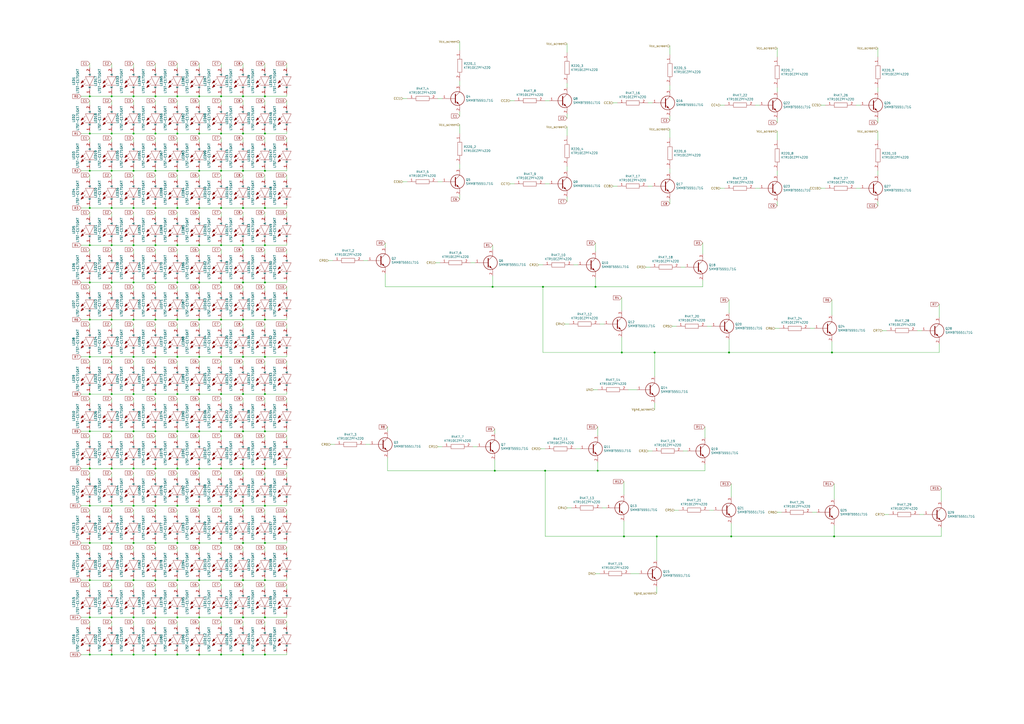
<source format=kicad_sch>
(kicad_sch (version 20230121) (generator eeschema)
  (paper "A2")
  (title_block (title "LED MATRIX SCREEN") (date "2020-12-30") (rev "v0.1") (company "Making Devices") (comment 1 "10 x16 LED"))
  (junction (at 153.67 99.06))
  (junction (at 115.57 163.83))
  (junction (at 115.57 120.65))
  (junction (at 64.77 207.01))
  (junction (at 90.17 293.37))
  (junction (at 64.77 250.19))
  (junction (at 102.87 358.14))
  (junction (at 102.87 99.06))
  (junction (at 128.27 142.24))
  (junction (at 90.17 358.14))
  (junction (at 153.67 77.47))
  (junction (at 128.27 185.42))
  (junction (at 140.97 358.14))
  (junction (at 52.07 228.6))
  (junction (at 52.07 99.06))
  (junction (at 153.67 55.88))
  (junction (at 381 311.15))
  (junction (at 128.27 379.73))
  (junction (at 128.27 336.55))
  (junction (at 153.67 250.19))
  (junction (at 140.97 142.24))
  (junction (at 102.87 336.55))
  (junction (at 424.18 311.15))
  (junction (at 115.57 228.6))
  (junction (at 90.17 228.6))
  (junction (at 115.57 142.24))
  (junction (at 153.67 228.6))
  (junction (at 140.97 293.37))
  (junction (at 115.57 336.55))
  (junction (at 140.97 228.6))
  (junction (at 140.97 55.88))
  (junction (at 90.17 142.24))
  (junction (at 52.07 55.88))
  (junction (at 64.77 271.78))
  (junction (at 64.77 358.14))
  (junction (at 115.57 250.19))
  (junction (at 153.67 271.78))
  (junction (at 128.27 120.65))
  (junction (at 115.57 379.73))
  (junction (at 128.27 77.47))
  (junction (at 316.23 273.05))
  (junction (at 128.27 207.01))
  (junction (at 77.47 185.42))
  (junction (at 345.44 166.37))
  (junction (at 90.17 379.73))
  (junction (at 140.97 250.19))
  (junction (at 77.47 120.65))
  (junction (at 128.27 55.88))
  (junction (at 361.95 311.15))
  (junction (at 77.47 271.78))
  (junction (at 422.91 204.47))
  (junction (at 102.87 271.78))
  (junction (at 153.67 314.96))
  (junction (at 128.27 358.14))
  (junction (at 64.77 228.6))
  (junction (at 115.57 358.14))
  (junction (at 140.97 163.83))
  (junction (at 77.47 314.96))
  (junction (at 52.07 163.83))
  (junction (at 102.87 228.6))
  (junction (at 153.67 185.42))
  (junction (at 153.67 142.24))
  (junction (at 153.67 336.55))
  (junction (at 115.57 271.78))
  (junction (at 90.17 99.06))
  (junction (at 64.77 77.47))
  (junction (at 153.67 358.14))
  (junction (at 52.07 336.55))
  (junction (at 287.02 273.05))
  (junction (at 52.07 207.01))
  (junction (at 346.71 273.05))
  (junction (at 140.97 77.47))
  (junction (at 102.87 293.37))
  (junction (at 153.67 163.83))
  (junction (at 153.67 379.73))
  (junction (at 115.57 207.01))
  (junction (at 314.96 166.37))
  (junction (at 77.47 55.88))
  (junction (at 128.27 250.19))
  (junction (at 140.97 314.96))
  (junction (at 153.67 120.65))
  (junction (at 115.57 55.88))
  (junction (at 115.57 314.96))
  (junction (at 128.27 99.06))
  (junction (at 64.77 336.55))
  (junction (at 64.77 163.83))
  (junction (at 64.77 55.88))
  (junction (at 52.07 314.96))
  (junction (at 77.47 379.73))
  (junction (at 64.77 185.42))
  (junction (at 90.17 55.88))
  (junction (at 64.77 293.37))
  (junction (at 102.87 185.42))
  (junction (at 140.97 207.01))
  (junction (at 90.17 314.96))
  (junction (at 102.87 120.65))
  (junction (at 379.73 204.47))
  (junction (at 64.77 379.73))
  (junction (at 128.27 163.83))
  (junction (at 77.47 77.47))
  (junction (at 64.77 99.06))
  (junction (at 153.67 207.01))
  (junction (at 90.17 185.42))
  (junction (at 52.07 250.19))
  (junction (at 115.57 293.37))
  (junction (at 77.47 336.55))
  (junction (at 482.6 204.47))
  (junction (at 77.47 250.19))
  (junction (at 77.47 358.14))
  (junction (at 140.97 185.42))
  (junction (at 90.17 120.65))
  (junction (at 52.07 185.42))
  (junction (at 140.97 379.73))
  (junction (at 90.17 77.47))
  (junction (at 52.07 358.14))
  (junction (at 102.87 314.96))
  (junction (at 102.87 142.24))
  (junction (at 64.77 120.65))
  (junction (at 77.47 99.06))
  (junction (at 128.27 293.37))
  (junction (at 128.27 271.78))
  (junction (at 140.97 271.78))
  (junction (at 52.07 142.24))
  (junction (at 52.07 120.65))
  (junction (at 64.77 314.96))
  (junction (at 102.87 77.47))
  (junction (at 52.07 379.73))
  (junction (at 102.87 379.73))
  (junction (at 90.17 250.19))
  (junction (at 115.57 185.42))
  (junction (at 77.47 142.24))
  (junction (at 153.67 293.37))
  (junction (at 102.87 207.01))
  (junction (at 102.87 163.83))
  (junction (at 285.75 166.37))
  (junction (at 52.07 293.37))
  (junction (at 102.87 55.88))
  (junction (at 140.97 336.55))
  (junction (at 64.77 142.24))
  (junction (at 77.47 293.37))
  (junction (at 90.17 207.01))
  (junction (at 128.27 314.96))
  (junction (at 140.97 120.65))
  (junction (at 90.17 271.78))
  (junction (at 52.07 77.47))
  (junction (at 128.27 228.6))
  (junction (at 115.57 77.47))
  (junction (at 52.07 271.78))
  (junction (at 77.47 228.6))
  (junction (at 77.47 163.83))
  (junction (at 140.97 99.06))
  (junction (at 360.68 204.47))
  (junction (at 115.57 99.06))
  (junction (at 483.87 311.15))
  (junction (at 102.87 250.19))
  (junction (at 90.17 163.83))
  (junction (at 77.47 207.01))
  (junction (at 90.17 336.55))
  (wire (pts (xy 102.87 55.88) (xy 115.57 55.88)))
  (wire (pts (xy 140.97 184.15) (xy 140.97 185.42)))
  (wire (pts (xy 102.87 339.09) (xy 102.87 341.63)))
  (wire (pts (xy 153.67 99.06) (xy 166.37 99.06)))
  (wire (pts (xy 77.47 140.97) (xy 77.47 142.24)))
  (wire (pts (xy 102.87 336.55) (xy 115.57 336.55)))
  (wire (pts (xy 102.87 358.14) (xy 115.57 358.14)))
  (wire (pts (xy 64.77 228.6) (xy 77.47 228.6)))
  (wire (pts (xy 90.17 231.14) (xy 90.17 233.68)))
  (wire (pts (xy 90.17 58.42) (xy 90.17 60.96)))
  (wire (pts (xy 153.67 231.14) (xy 153.67 233.68)))
  (wire (pts (xy 46.99 142.24) (xy 52.07 142.24)))
  (wire (pts (xy 166.37 207.01) (xy 166.37 205.74)))
  (wire (pts (xy 153.67 184.15) (xy 153.67 185.42)))
  (wire (pts (xy 140.97 163.83) (xy 153.67 163.83)))
  (wire (pts (xy 128.27 120.65) (xy 140.97 120.65)))
  (wire (pts (xy 64.77 54.61) (xy 64.77 55.88)))
  (wire (pts (xy 64.77 162.56) (xy 64.77 163.83)))
  (wire (pts (xy 140.97 252.73) (xy 140.97 255.27)))
  (wire (pts (xy 345.44 166.37) (xy 314.96 166.37)))
  (wire (pts (xy 102.87 80.01) (xy 102.87 82.55)))
  (wire (pts (xy 90.17 205.74) (xy 90.17 207.01)))
  (wire (pts (xy 52.07 80.01) (xy 52.07 82.55)))
  (wire (pts (xy 90.17 123.19) (xy 90.17 125.73)))
  (wire (pts (xy 102.87 335.28) (xy 102.87 336.55)))
  (wire (pts (xy 381 344.17) (xy 381 340.36)))
  (wire (pts (xy 335.28 153.67) (xy 332.74 153.67)))
  (wire (pts (xy 166.37 293.37) (xy 166.37 292.1)))
  (wire (pts (xy 153.67 250.19) (xy 166.37 250.19)))
  (wire (pts (xy 140.97 123.19) (xy 140.97 125.73)))
  (wire (pts (xy 128.27 314.96) (xy 140.97 314.96)))
  (wire (pts (xy 256.54 57.15) (xy 254 57.15)))
  (wire (pts (xy 52.07 358.14) (xy 64.77 358.14)))
  (wire (pts (xy 407.67 162.56) (xy 407.67 166.37)))
  (wire (pts (xy 128.27 295.91) (xy 128.27 298.45)))
  (wire (pts (xy 64.77 293.37) (xy 77.47 293.37)))
  (wire (pts (xy 102.87 252.73) (xy 102.87 255.27)))
  (wire (pts (xy 392.43 189.23) (xy 389.89 189.23)))
  (wire (pts (xy 378.46 59.69) (xy 375.92 59.69)))
  (wire (pts (xy 140.97 250.19) (xy 153.67 250.19)))
  (wire (pts (xy 499.11 60.96) (xy 496.57 60.96)))
  (wire (pts (xy 77.47 54.61) (xy 77.47 55.88)))
  (wire (pts (xy 64.77 335.28) (xy 64.77 336.55)))
  (wire (pts (xy 166.37 77.47) (xy 166.37 76.2)))
  (wire (pts (xy 153.67 205.74) (xy 153.67 207.01)))
  (wire (pts (xy 140.97 292.1) (xy 140.97 293.37)))
  (wire (pts (xy 318.77 58.42) (xy 316.23 58.42)))
  (wire (pts (xy 64.77 184.15) (xy 64.77 185.42)))
  (wire (pts (xy 77.47 252.73) (xy 77.47 255.27)))
  (wire (pts (xy 509.27 27.94) (xy 509.27 33.02)))
  (wire (pts (xy 64.77 99.06) (xy 77.47 99.06)))
  (wire (pts (xy 393.7 295.91) (xy 391.16 295.91)))
  (wire (pts (xy 64.77 270.51) (xy 64.77 271.78)))
  (wire (pts (xy 408.94 269.24) (xy 408.94 273.05)))
  (wire (pts (xy 64.77 252.73) (xy 64.77 255.27)))
  (wire (pts (xy 424.18 280.67) (xy 424.18 288.29)))
  (wire (pts (xy 90.17 36.83) (xy 90.17 39.37)))
  (wire (pts (xy 166.37 358.14) (xy 166.37 356.87)))
  (wire (pts (xy 140.97 228.6) (xy 153.67 228.6)))
  (wire (pts (xy 166.37 58.42) (xy 166.37 60.96)))
  (wire (pts (xy 193.04 151.13) (xy 190.5 151.13)))
  (wire (pts (xy 128.27 313.69) (xy 128.27 314.96)))
  (wire (pts (xy 153.67 144.78) (xy 153.67 147.32)))
  (wire (pts (xy 115.57 205.74) (xy 115.57 207.01)))
  (wire (pts (xy 77.47 205.74) (xy 77.47 207.01)))
  (wire (pts (xy 90.17 274.32) (xy 90.17 276.86)))
  (wire (pts (xy 140.97 335.28) (xy 140.97 336.55)))
  (wire (pts (xy 52.07 228.6) (xy 64.77 228.6)))
  (wire (pts (xy 153.67 80.01) (xy 153.67 82.55)))
  (wire (pts (xy 140.97 76.2) (xy 140.97 77.47)))
  (wire (pts (xy 90.17 271.78) (xy 102.87 271.78)))
  (wire (pts (xy 346.71 226.06) (xy 344.17 226.06)))
  (wire (pts (xy 90.17 293.37) (xy 102.87 293.37)))
  (wire (pts (xy 46.99 250.19) (xy 52.07 250.19)))
  (wire (pts (xy 153.67 187.96) (xy 153.67 190.5)))
  (wire (pts (xy 153.67 356.87) (xy 153.67 358.14)))
  (wire (pts (xy 77.47 358.14) (xy 90.17 358.14)))
  (wire (pts (xy 128.27 97.79) (xy 128.27 99.06)))
  (wire (pts (xy 128.27 293.37) (xy 140.97 293.37)))
  (wire (pts (xy 52.07 313.69) (xy 52.07 314.96)))
  (wire (pts (xy 472.44 190.5) (xy 469.9 190.5)))
  (wire (pts (xy 153.67 55.88) (xy 166.37 55.88)))
  (wire (pts (xy 153.67 101.6) (xy 153.67 104.14)))
  (wire (pts (xy 450.85 53.34) (xy 450.85 50.8)))
  (wire (pts (xy 102.87 274.32) (xy 102.87 276.86)))
  (wire (pts (xy 77.47 270.51) (xy 77.47 271.78)))
  (wire (pts (xy 77.47 378.46) (xy 77.47 379.73)))
  (wire (pts (xy 328.93 116.84) (xy 328.93 114.3)))
  (wire (pts (xy 64.77 231.14) (xy 64.77 233.68)))
  (wire (pts (xy 102.87 123.19) (xy 102.87 125.73)))
  (wire (pts (xy 64.77 36.83) (xy 64.77 39.37)))
  (wire (pts (xy 115.57 119.38) (xy 115.57 120.65)))
  (wire (pts (xy 483.87 311.15) (xy 424.18 311.15)))
  (wire (pts (xy 46.99 379.73) (xy 52.07 379.73)))
  (wire (pts (xy 102.87 76.2) (xy 102.87 77.47)))
  (wire (pts (xy 379.73 218.44) (xy 379.73 204.47)))
  (wire (pts (xy 102.87 313.69) (xy 102.87 314.96)))
  (wire (pts (xy 46.99 120.65) (xy 52.07 120.65)))
  (wire (pts (xy 64.77 271.78) (xy 77.47 271.78)))
  (wire (pts (xy 115.57 97.79) (xy 115.57 99.06)))
  (wire (pts (xy 52.07 120.65) (xy 64.77 120.65)))
  (wire (pts (xy 102.87 360.68) (xy 102.87 363.22)))
  (wire (pts (xy 90.17 54.61) (xy 90.17 55.88)))
  (wire (pts (xy 128.27 356.87) (xy 128.27 358.14)))
  (wire (pts (xy 102.87 97.79) (xy 102.87 99.06)))
  (wire (pts (xy 407.67 166.37) (xy 345.44 166.37)))
  (wire (pts (xy 328.93 73.66) (xy 328.93 78.74)))
  (wire (pts (xy 115.57 379.73) (xy 128.27 379.73)))
  (wire (pts (xy 90.17 339.09) (xy 90.17 341.63)))
  (wire (pts (xy 77.47 162.56) (xy 77.47 163.83)))
  (wire (pts (xy 450.85 101.6) (xy 450.85 99.06)))
  (wire (pts (xy 128.27 292.1) (xy 128.27 293.37)))
  (wire (pts (xy 77.47 163.83) (xy 90.17 163.83)))
  (wire (pts (xy 77.47 227.33) (xy 77.47 228.6)))
  (wire (pts (xy 102.87 207.01) (xy 115.57 207.01)))
  (wire (pts (xy 64.77 209.55) (xy 64.77 212.09)))
  (wire (pts (xy 77.47 336.55) (xy 90.17 336.55)))
  (wire (pts (xy 128.27 317.5) (xy 128.27 320.04)))
  (wire (pts (xy 546.1 311.15) (xy 483.87 311.15)))
  (wire (pts (xy 52.07 250.19) (xy 64.77 250.19)))
  (wire (pts (xy 52.07 119.38) (xy 52.07 120.65)))
  (wire (pts (xy 46.99 163.83) (xy 52.07 163.83)))
  (wire (pts (xy 153.67 227.33) (xy 153.67 228.6)))
  (wire (pts (xy 140.97 97.79) (xy 140.97 99.06)))
  (wire (pts (xy 52.07 293.37) (xy 64.77 293.37)))
  (wire (pts (xy 166.37 336.55) (xy 166.37 335.28)))
  (wire (pts (xy 115.57 317.5) (xy 115.57 320.04)))
  (wire (pts (xy 64.77 248.92) (xy 64.77 250.19)))
  (wire (pts (xy 128.27 80.01) (xy 128.27 82.55)))
  (wire (pts (xy 140.97 205.74) (xy 140.97 207.01)))
  (wire (pts (xy 102.87 101.6) (xy 102.87 104.14)))
  (wire (pts (xy 153.67 119.38) (xy 153.67 120.65)))
  (wire (pts (xy 140.97 144.78) (xy 140.97 147.32)))
  (wire (pts (xy 64.77 140.97) (xy 64.77 142.24)))
  (wire (pts (xy 102.87 166.37) (xy 102.87 168.91)))
  (wire (pts (xy 140.97 36.83) (xy 140.97 39.37)))
  (wire (pts (xy 77.47 101.6) (xy 77.47 104.14)))
  (wire (pts (xy 128.27 36.83) (xy 128.27 39.37)))
  (wire (pts (xy 77.47 271.78) (xy 90.17 271.78)))
  (wire (pts (xy 153.67 97.79) (xy 153.67 99.06)))
  (wire (pts (xy 153.67 163.83) (xy 166.37 163.83)))
  (wire (pts (xy 52.07 99.06) (xy 64.77 99.06)))
  (wire (pts (xy 115.57 187.96) (xy 115.57 190.5)))
  (wire (pts (xy 128.27 250.19) (xy 140.97 250.19)))
  (wire (pts (xy 64.77 336.55) (xy 77.47 336.55)))
  (wire (pts (xy 90.17 336.55) (xy 102.87 336.55)))
  (wire (pts (xy 90.17 185.42) (xy 102.87 185.42)))
  (wire (pts (xy 166.37 209.55) (xy 166.37 212.09)))
  (wire (pts (xy 128.27 252.73) (xy 128.27 255.27)))
  (wire (pts (xy 422.91 204.47) (xy 379.73 204.47)))
  (wire (pts (xy 358.14 107.95) (xy 355.6 107.95)))
  (wire (pts (xy 381 325.12) (xy 381 311.15)))
  (wire (pts (xy 52.07 248.92) (xy 52.07 250.19)))
  (wire (pts (xy 52.07 379.73) (xy 64.77 379.73)))
  (wire (pts (xy 509.27 71.12) (xy 509.27 68.58)))
  (wire (pts (xy 236.22 105.41) (xy 233.68 105.41)))
  (wire (pts (xy 379.73 237.49) (xy 379.73 233.68)))
  (wire (pts (xy 166.37 120.65) (xy 166.37 119.38)))
  (wire (pts (xy 102.87 162.56) (xy 102.87 163.83)))
  (wire (pts (xy 102.87 356.87) (xy 102.87 358.14)))
  (wire (pts (xy 166.37 101.6) (xy 166.37 104.14)))
  (wire (pts (xy 64.77 120.65) (xy 77.47 120.65)))
  (wire (pts (xy 412.75 189.23) (xy 410.21 189.23)))
  (wire (pts (xy 361.95 311.15) (xy 316.23 311.15)))
  (wire (pts (xy 140.97 77.47) (xy 153.67 77.47)))
  (wire (pts (xy 52.07 270.51) (xy 52.07 271.78)))
  (wire (pts (xy 546.1 283.21) (xy 546.1 290.83)))
  (wire (pts (xy 90.17 140.97) (xy 90.17 142.24)))
  (wire (pts (xy 52.07 140.97) (xy 52.07 142.24)))
  (wire (pts (xy 153.67 77.47) (xy 166.37 77.47)))
  (wire (pts (xy 546.1 306.07) (xy 546.1 311.15)))
  (wire (pts (xy 153.67 270.51) (xy 153.67 271.78)))
  (wire (pts (xy 90.17 379.73) (xy 102.87 379.73)))
  (wire (pts (xy 115.57 142.24) (xy 128.27 142.24)))
  (wire (pts (xy 115.57 209.55) (xy 115.57 212.09)))
  (wire (pts (xy 153.67 207.01) (xy 166.37 207.01)))
  (wire (pts (xy 64.77 55.88) (xy 77.47 55.88)))
  (wire (pts (xy 115.57 274.32) (xy 115.57 276.86)))
  (wire (pts (xy 407.67 140.97) (xy 407.67 147.32)))
  (wire (pts (xy 115.57 144.78) (xy 115.57 147.32)))
  (wire (pts (xy 52.07 335.28) (xy 52.07 336.55)))
  (wire (pts (xy 166.37 379.73) (xy 166.37 378.46)))
  (wire (pts (xy 128.27 205.74) (xy 128.27 207.01)))
  (wire (pts (xy 236.22 57.15) (xy 233.68 57.15)))
  (wire (pts (xy 388.62 100.33) (xy 388.62 97.79)))
  (wire (pts (xy 102.87 292.1) (xy 102.87 293.37)))
  (wire (pts (xy 77.47 339.09) (xy 77.47 341.63)))
  (wire (pts (xy 90.17 101.6) (xy 90.17 104.14)))
  (wire (pts (xy 64.77 163.83) (xy 77.47 163.83)))
  (wire (pts (xy 77.47 295.91) (xy 77.47 298.45)))
  (wire (pts (xy 166.37 142.24) (xy 166.37 140.97)))
  (wire (pts (xy 414.02 295.91) (xy 411.48 295.91)))
  (wire (pts (xy 46.99 185.42) (xy 52.07 185.42)))
  (wire (pts (xy 52.07 97.79) (xy 52.07 99.06)))
  (wire (pts (xy 115.57 101.6) (xy 115.57 104.14)))
  (wire (pts (xy 77.47 142.24) (xy 90.17 142.24)))
  (wire (pts (xy 52.07 356.87) (xy 52.07 358.14)))
  (wire (pts (xy 102.87 295.91) (xy 102.87 298.45)))
  (wire (pts (xy 52.07 58.42) (xy 52.07 60.96)))
  (wire (pts (xy 102.87 58.42) (xy 102.87 60.96)))
  (wire (pts (xy 140.97 358.14) (xy 153.67 358.14)))
  (wire (pts (xy 166.37 55.88) (xy 166.37 54.61)))
  (wire (pts (xy 535.94 298.45) (xy 533.4 298.45)))
  (wire (pts (xy 287.02 266.7) (xy 287.02 273.05)))
  (wire (pts (xy 360.68 172.72) (xy 360.68 180.34)))
  (wire (pts (xy 77.47 209.55) (xy 77.47 212.09)))
  (wire (pts (xy 346.71 247.65) (xy 346.71 252.73)))
  (wire (pts (xy 379.73 204.47) (xy 360.68 204.47)))
  (wire (pts (xy 128.27 271.78) (xy 140.97 271.78)))
  (wire (pts (xy 140.97 207.01) (xy 153.67 207.01)))
  (wire (pts (xy 314.96 166.37) (xy 285.75 166.37)))
  (wire (pts (xy 102.87 209.55) (xy 102.87 212.09)))
  (wire (pts (xy 153.67 293.37) (xy 166.37 293.37)))
  (wire (pts (xy 482.6 204.47) (xy 422.91 204.47)))
  (wire (pts (xy 102.87 163.83) (xy 115.57 163.83)))
  (wire (pts (xy 90.17 166.37) (xy 90.17 168.91)))
  (wire (pts (xy 115.57 55.88) (xy 128.27 55.88)))
  (wire (pts (xy 128.27 140.97) (xy 128.27 142.24)))
  (wire (pts (xy 266.7 67.31) (xy 266.7 64.77)))
  (wire (pts (xy 420.37 109.22) (xy 417.83 109.22)))
  (wire (pts (xy 166.37 295.91) (xy 166.37 298.45)))
  (wire (pts (xy 128.27 358.14) (xy 140.97 358.14)))
  (wire (pts (xy 483.87 280.67) (xy 483.87 289.56)))
  (wire (pts (xy 140.97 378.46) (xy 140.97 379.73)))
  (wire (pts (xy 52.07 317.5) (xy 52.07 320.04)))
  (wire (pts (xy 473.71 297.18) (xy 471.17 297.18)))
  (wire (pts (xy 115.57 271.78) (xy 128.27 271.78)))
  (wire (pts (xy 46.99 55.88) (xy 52.07 55.88)))
  (wire (pts (xy 140.97 248.92) (xy 140.97 250.19)))
  (wire (pts (xy 346.71 273.05) (xy 316.23 273.05)))
  (wire (pts (xy 128.27 248.92) (xy 128.27 250.19)))
  (wire (pts (xy 128.27 231.14) (xy 128.27 233.68)))
  (wire (pts (xy 266.7 72.39) (xy 266.7 77.47)))
  (wire (pts (xy 153.67 76.2) (xy 153.67 77.47)))
  (wire (pts (xy 115.57 185.42) (xy 128.27 185.42)))
  (wire (pts (xy 64.77 119.38) (xy 64.77 120.65)))
  (wire (pts (xy 115.57 36.83) (xy 115.57 39.37)))
  (wire (pts (xy 153.67 317.5) (xy 153.67 320.04)))
  (wire (pts (xy 115.57 80.01) (xy 115.57 82.55)))
  (wire (pts (xy 166.37 228.6) (xy 166.37 227.33)))
  (wire (pts (xy 140.97 313.69) (xy 140.97 314.96)))
  (wire (pts (xy 77.47 207.01) (xy 90.17 207.01)))
  (wire (pts (xy 52.07 252.73) (xy 52.07 255.27)))
  (wire (pts (xy 115.57 58.42) (xy 115.57 60.96)))
  (wire (pts (xy 102.87 119.38) (xy 102.87 120.65)))
  (wire (pts (xy 77.47 356.87) (xy 77.47 358.14)))
  (wire (pts (xy 64.77 97.79) (xy 64.77 99.06)))
  (wire (pts (xy 514.35 191.77) (xy 511.81 191.77)))
  (wire (pts (xy 52.07 231.14) (xy 52.07 233.68)))
  (wire (pts (xy 90.17 187.96) (xy 90.17 190.5)))
  (wire (pts (xy 128.27 187.96) (xy 128.27 190.5)))
  (wire (pts (xy 115.57 166.37) (xy 115.57 168.91)))
  (wire (pts (xy 52.07 292.1) (xy 52.07 293.37)))
  (wire (pts (xy 140.97 99.06) (xy 153.67 99.06)))
  (wire (pts (xy 452.12 190.5) (xy 449.58 190.5)))
  (wire (pts (xy 128.27 99.06) (xy 140.97 99.06)))
  (wire (pts (xy 64.77 77.47) (xy 77.47 77.47)))
  (wire (pts (xy 128.27 360.68) (xy 128.27 363.22)))
  (wire (pts (xy 140.97 140.97) (xy 140.97 142.24)))
  (wire (pts (xy 77.47 58.42) (xy 77.47 60.96)))
  (wire (pts (xy 128.27 166.37) (xy 128.27 168.91)))
  (wire (pts (xy 153.67 358.14) (xy 166.37 358.14)))
  (wire (pts (xy 77.47 231.14) (xy 77.47 233.68)))
  (wire (pts (xy 64.77 185.42) (xy 77.47 185.42)))
  (wire (pts (xy 77.47 123.19) (xy 77.47 125.73)))
  (wire (pts (xy 153.67 295.91) (xy 153.67 298.45)))
  (wire (pts (xy 509.27 101.6) (xy 509.27 99.06)))
  (wire (pts (xy 360.68 204.47) (xy 314.96 204.47)))
  (wire (pts (xy 115.57 77.47) (xy 128.27 77.47)))
  (wire (pts (xy 153.67 209.55) (xy 153.67 212.09)))
  (wire (pts (xy 440.69 60.96) (xy 438.15 60.96)))
  (wire (pts (xy 77.47 144.78) (xy 77.47 147.32)))
  (wire (pts (xy 90.17 250.19) (xy 102.87 250.19)))
  (wire (pts (xy 102.87 140.97) (xy 102.87 142.24)))
  (wire (pts (xy 345.44 140.97) (xy 345.44 146.05)))
  (wire (pts (xy 90.17 378.46) (xy 90.17 379.73)))
  (wire (pts (xy 128.27 58.42) (xy 128.27 60.96)))
  (wire (pts (xy 140.97 274.32) (xy 140.97 276.86)))
  (wire (pts (xy 544.83 176.53) (xy 544.83 184.15)))
  (wire (pts (xy 153.67 54.61) (xy 153.67 55.88)))
  (wire (pts (xy 140.97 227.33) (xy 140.97 228.6)))
  (wire (pts (xy 52.07 274.32) (xy 52.07 276.86)))
  (wire (pts (xy 483.87 304.8) (xy 483.87 311.15)))
  (wire (pts (xy 115.57 120.65) (xy 128.27 120.65)))
  (wire (pts (xy 388.62 52.07) (xy 388.62 49.53)))
  (wire (pts (xy 52.07 339.09) (xy 52.07 341.63)))
  (wire (pts (xy 90.17 184.15) (xy 90.17 185.42)))
  (wire (pts (xy 285.75 160.02) (xy 285.75 166.37)))
  (wire (pts (xy 128.27 77.47) (xy 140.97 77.47)))
  (wire (pts (xy 64.77 166.37) (xy 64.77 168.91)))
  (wire (pts (xy 90.17 317.5) (xy 90.17 320.04)))
  (wire (pts (xy 153.67 274.32) (xy 153.67 276.86)))
  (wire (pts (xy 153.67 379.73) (xy 166.37 379.73)))
  (wire (pts (xy 52.07 184.15) (xy 52.07 185.42)))
  (wire (pts (xy 275.59 152.4) (xy 273.05 152.4)))
  (wire (pts (xy 52.07 336.55) (xy 64.77 336.55)))
  (wire (pts (xy 153.67 36.83) (xy 153.67 39.37)))
  (wire (pts (xy 544.83 199.39) (xy 544.83 204.47)))
  (wire (pts (xy 298.45 58.42) (xy 295.91 58.42)))
  (wire (pts (xy 153.67 140.97) (xy 153.67 142.24)))
  (wire (pts (xy 102.87 379.73) (xy 115.57 379.73)))
  (wire (pts (xy 381 311.15) (xy 361.95 311.15)))
  (wire (pts (xy 128.27 379.73) (xy 140.97 379.73)))
  (wire (pts (xy 90.17 252.73) (xy 90.17 255.27)))
  (wire (pts (xy 102.87 378.46) (xy 102.87 379.73)))
  (wire (pts (xy 140.97 80.01) (xy 140.97 82.55)))
  (wire (pts (xy 377.19 154.94) (xy 374.65 154.94)))
  (wire (pts (xy 408.94 273.05) (xy 346.71 273.05)))
  (wire (pts (xy 166.37 144.78) (xy 166.37 147.32)))
  (wire (pts (xy 115.57 292.1) (xy 115.57 293.37)))
  (wire (pts (xy 153.67 360.68) (xy 153.67 363.22)))
  (wire (pts (xy 64.77 360.68) (xy 64.77 363.22)))
  (wire (pts (xy 328.93 25.4) (xy 328.93 30.48)))
  (wire (pts (xy 115.57 227.33) (xy 115.57 228.6)))
  (wire (pts (xy 90.17 207.01) (xy 102.87 207.01)))
  (wire (pts (xy 90.17 360.68) (xy 90.17 363.22)))
  (wire (pts (xy 478.79 109.22) (xy 476.25 109.22)))
  (wire (pts (xy 153.67 339.09) (xy 153.67 341.63)))
  (wire (pts (xy 64.77 295.91) (xy 64.77 298.45)))
  (wire (pts (xy 115.57 358.14) (xy 128.27 358.14)))
  (wire (pts (xy 128.27 336.55) (xy 140.97 336.55)))
  (wire (pts (xy 115.57 250.19) (xy 128.27 250.19)))
  (wire (pts (xy 64.77 292.1) (xy 64.77 293.37)))
  (wire (pts (xy 128.27 162.56) (xy 128.27 163.83)))
  (wire (pts (xy 424.18 303.53) (xy 424.18 311.15)))
  (wire (pts (xy 266.7 49.53) (xy 266.7 46.99)))
  (wire (pts (xy 482.6 198.12) (xy 482.6 204.47)))
  (wire (pts (xy 77.47 119.38) (xy 77.47 120.65)))
  (wire (pts (xy 378.46 261.62) (xy 375.92 261.62)))
  (wire (pts (xy 90.17 142.24) (xy 102.87 142.24)))
  (wire (pts (xy 140.97 187.96) (xy 140.97 190.5)))
  (wire (pts (xy 153.67 336.55) (xy 166.37 336.55)))
  (wire (pts (xy 544.83 204.47) (xy 482.6 204.47)))
  (wire (pts (xy 90.17 80.01) (xy 90.17 82.55)))
  (wire (pts (xy 482.6 173.99) (xy 482.6 182.88)))
  (wire (pts (xy 46.99 207.01) (xy 52.07 207.01)))
  (wire (pts (xy 115.57 163.83) (xy 128.27 163.83)))
  (wire (pts (xy 64.77 358.14) (xy 77.47 358.14)))
  (wire (pts (xy 166.37 123.19) (xy 166.37 125.73)))
  (wire (pts (xy 316.23 311.15) (xy 316.23 273.05)))
  (wire (pts (xy 166.37 36.83) (xy 166.37 39.37)))
  (wire (pts (xy 115.57 336.55) (xy 128.27 336.55)))
  (wire (pts (xy 64.77 379.73) (xy 77.47 379.73)))
  (wire (pts (xy 166.37 99.06) (xy 166.37 97.79)))
  (wire (pts (xy 360.68 195.58) (xy 360.68 204.47)))
  (wire (pts (xy 153.67 314.96) (xy 166.37 314.96)))
  (wire (pts (xy 102.87 293.37) (xy 115.57 293.37)))
  (wire (pts (xy 166.37 231.14) (xy 166.37 233.68)))
  (wire (pts (xy 77.47 76.2) (xy 77.47 77.47)))
  (wire (pts (xy 77.47 379.73) (xy 90.17 379.73)))
  (wire (pts (xy 77.47 314.96) (xy 90.17 314.96)))
  (wire (pts (xy 194.31 257.81) (xy 191.77 257.81)))
  (wire (pts (xy 153.67 248.92) (xy 153.67 250.19)))
  (wire (pts (xy 115.57 228.6) (xy 128.27 228.6)))
  (wire (pts (xy 214.63 257.81) (xy 212.09 257.81)))
  (wire (pts (xy 115.57 313.69) (xy 115.57 314.96)))
  (wire (pts (xy 166.37 360.68) (xy 166.37 363.22)))
  (wire (pts (xy 115.57 293.37) (xy 128.27 293.37)))
  (wire (pts (xy 140.97 314.96) (xy 153.67 314.96)))
  (wire (pts (xy 450.85 71.12) (xy 450.85 68.58)))
  (wire (pts (xy 153.67 166.37) (xy 153.67 168.91)))
  (wire (pts (xy 388.62 26.67) (xy 388.62 31.75)))
  (wire (pts (xy 90.17 356.87) (xy 90.17 358.14)))
  (wire (pts (xy 64.77 227.33) (xy 64.77 228.6)))
  (wire (pts (xy 153.67 335.28) (xy 153.67 336.55)))
  (wire (pts (xy 115.57 270.51) (xy 115.57 271.78)))
  (wire (pts (xy 115.57 378.46) (xy 115.57 379.73)))
  (wire (pts (xy 46.99 358.14) (xy 52.07 358.14)))
  (wire (pts (xy 224.79 247.65) (xy 224.79 250.19)))
  (wire (pts (xy 64.77 207.01) (xy 77.47 207.01)))
  (wire (pts (xy 166.37 187.96) (xy 166.37 190.5)))
  (wire (pts (xy 128.27 142.24) (xy 140.97 142.24)))
  (wire (pts (xy 90.17 119.38) (xy 90.17 120.65)))
  (wire (pts (xy 90.17 76.2) (xy 90.17 77.47)))
  (wire (pts (xy 46.99 293.37) (xy 52.07 293.37)))
  (wire (pts (xy 102.87 120.65) (xy 115.57 120.65)))
  (wire (pts (xy 77.47 228.6) (xy 90.17 228.6)))
  (wire (pts (xy 52.07 185.42) (xy 64.77 185.42)))
  (wire (pts (xy 515.62 298.45) (xy 513.08 298.45)))
  (wire (pts (xy 450.85 76.2) (xy 450.85 81.28)))
  (wire (pts (xy 424.18 311.15) (xy 381 311.15)))
  (wire (pts (xy 115.57 339.09) (xy 115.57 341.63)))
  (wire (pts (xy 153.67 123.19) (xy 153.67 125.73)))
  (wire (pts (xy 46.99 336.55) (xy 52.07 336.55)))
  (wire (pts (xy 140.97 119.38) (xy 140.97 120.65)))
  (wire (pts (xy 316.23 273.05) (xy 287.02 273.05)))
  (wire (pts (xy 64.77 356.87) (xy 64.77 358.14)))
  (wire (pts (xy 77.47 99.06) (xy 90.17 99.06)))
  (wire (pts (xy 140.97 356.87) (xy 140.97 358.14)))
  (wire (pts (xy 52.07 227.33) (xy 52.07 228.6)))
  (wire (pts (xy 128.27 55.88) (xy 140.97 55.88)))
  (wire (pts (xy 140.97 166.37) (xy 140.97 168.91)))
  (wire (pts (xy 115.57 123.19) (xy 115.57 125.73)))
  (wire (pts (xy 140.97 336.55) (xy 153.67 336.55)))
  (wire (pts (xy 115.57 99.06) (xy 128.27 99.06)))
  (wire (pts (xy 90.17 248.92) (xy 90.17 250.19)))
  (wire (pts (xy 153.67 142.24) (xy 166.37 142.24)))
  (wire (pts (xy 153.67 162.56) (xy 153.67 163.83)))
  (wire (pts (xy 90.17 55.88) (xy 102.87 55.88)))
  (wire (pts (xy 52.07 205.74) (xy 52.07 207.01)))
  (wire (pts (xy 77.47 274.32) (xy 77.47 276.86)))
  (wire (pts (xy 347.98 332.74) (xy 345.44 332.74)))
  (wire (pts (xy 46.99 271.78) (xy 52.07 271.78)))
  (wire (pts (xy 166.37 271.78) (xy 166.37 270.51)))
  (wire (pts (xy 140.97 295.91) (xy 140.97 298.45)))
  (wire (pts (xy 140.97 317.5) (xy 140.97 320.04)))
  (wire (pts (xy 128.27 101.6) (xy 128.27 104.14)))
  (wire (pts (xy 46.99 228.6) (xy 52.07 228.6)))
  (wire (pts (xy 388.62 74.93) (xy 388.62 80.01)))
  (wire (pts (xy 64.77 58.42) (xy 64.77 60.96)))
  (wire (pts (xy 450.85 27.94) (xy 450.85 33.02)))
  (wire (pts (xy 77.47 120.65) (xy 90.17 120.65)))
  (wire (pts (xy 140.97 55.88) (xy 153.67 55.88)))
  (wire (pts (xy 166.37 80.01) (xy 166.37 82.55)))
  (wire (pts (xy 90.17 295.91) (xy 90.17 298.45)))
  (wire (pts (xy 140.97 142.24) (xy 153.67 142.24)))
  (wire (pts (xy 64.77 101.6) (xy 64.77 104.14)))
  (wire (pts (xy 102.87 142.24) (xy 115.57 142.24)))
  (wire (pts (xy 224.79 265.43) (xy 224.79 273.05)))
  (wire (pts (xy 358.14 59.69) (xy 355.6 59.69)))
  (wire (pts (xy 90.17 97.79) (xy 90.17 99.06)))
  (wire (pts (xy 330.2 187.96) (xy 327.66 187.96)))
  (wire (pts (xy 90.17 358.14) (xy 102.87 358.14)))
  (wire (pts (xy 140.97 209.55) (xy 140.97 212.09)))
  (wire (pts (xy 128.27 144.78) (xy 128.27 147.32)))
  (wire (pts (xy 336.55 260.35) (xy 334.01 260.35)))
  (wire (pts (xy 140.97 101.6) (xy 140.97 104.14)))
  (wire (pts (xy 52.07 207.01) (xy 64.77 207.01)))
  (wire (pts (xy 52.07 142.24) (xy 64.77 142.24)))
  (wire (pts (xy 52.07 314.96) (xy 64.77 314.96)))
  (wire (pts (xy 90.17 120.65) (xy 102.87 120.65)))
  (wire (pts (xy 77.47 185.42) (xy 90.17 185.42)))
  (wire (pts (xy 90.17 162.56) (xy 90.17 163.83)))
  (wire (pts (xy 52.07 187.96) (xy 52.07 190.5)))
  (wire (pts (xy 115.57 184.15) (xy 115.57 185.42)))
  (wire (pts (xy 115.57 360.68) (xy 115.57 363.22)))
  (wire (pts (xy 276.86 259.08) (xy 274.32 259.08)))
  (wire (pts (xy 102.87 144.78) (xy 102.87 147.32)))
  (wire (pts (xy 52.07 209.55) (xy 52.07 212.09)))
  (wire (pts (xy 77.47 313.69) (xy 77.47 314.96)))
  (wire (pts (xy 140.97 271.78) (xy 153.67 271.78)))
  (wire (pts (xy 140.97 120.65) (xy 153.67 120.65)))
  (wire (pts (xy 77.47 187.96) (xy 77.47 190.5)))
  (wire (pts (xy 140.97 293.37) (xy 153.67 293.37)))
  (wire (pts (xy 64.77 205.74) (xy 64.77 207.01)))
  (wire (pts (xy 115.57 76.2) (xy 115.57 77.47)))
  (wire (pts (xy 90.17 313.69) (xy 90.17 314.96)))
  (wire (pts (xy 52.07 271.78) (xy 64.77 271.78)))
  (wire (pts (xy 422.91 173.99) (xy 422.91 181.61)))
  (wire (pts (xy 128.27 378.46) (xy 128.27 379.73)))
  (wire (pts (xy 115.57 295.91) (xy 115.57 298.45)))
  (wire (pts (xy 166.37 185.42) (xy 166.37 184.15)))
  (wire (pts (xy 140.97 162.56) (xy 140.97 163.83)))
  (wire (pts (xy 361.95 279.4) (xy 361.95 287.02)))
  (wire (pts (xy 256.54 105.41) (xy 254 105.41)))
  (wire (pts (xy 255.27 152.4) (xy 252.73 152.4)))
  (wire (pts (xy 266.7 97.79) (xy 266.7 95.25)))
  (wire (pts (xy 64.77 187.96) (xy 64.77 190.5)))
  (wire (pts (xy 128.27 339.09) (xy 128.27 341.63)))
  (wire (pts (xy 422.91 196.85) (xy 422.91 204.47)))
  (wire (pts (xy 509.27 53.34) (xy 509.27 50.8)))
  (wire (pts (xy 420.37 60.96) (xy 417.83 60.96)))
  (wire (pts (xy 166.37 317.5) (xy 166.37 320.04)))
  (wire (pts (xy 77.47 335.28) (xy 77.47 336.55)))
  (wire (pts (xy 64.77 123.19) (xy 64.77 125.73)))
  (wire (pts (xy 128.27 76.2) (xy 128.27 77.47)))
  (wire (pts (xy 398.78 261.62) (xy 396.24 261.62)))
  (wire (pts (xy 128.27 274.32) (xy 128.27 276.86)))
  (wire (pts (xy 140.97 339.09) (xy 140.97 341.63)))
  (wire (pts (xy 90.17 314.96) (xy 102.87 314.96)))
  (wire (pts (xy 90.17 228.6) (xy 102.87 228.6)))
  (wire (pts (xy 153.67 120.65) (xy 166.37 120.65)))
  (wire (pts (xy 153.67 58.42) (xy 153.67 60.96)))
  (wire (pts (xy 328.93 50.8) (xy 328.93 48.26)))
  (wire (pts (xy 102.87 317.5) (xy 102.87 320.04)))
  (wire (pts (xy 90.17 99.06) (xy 102.87 99.06)))
  (wire (pts (xy 64.77 313.69) (xy 64.77 314.96)))
  (wire (pts (xy 90.17 163.83) (xy 102.87 163.83)))
  (wire (pts (xy 102.87 77.47) (xy 115.57 77.47)))
  (wire (pts (xy 285.75 142.24) (xy 285.75 144.78)))
  (wire (pts (xy 52.07 77.47) (xy 64.77 77.47)))
  (wire (pts (xy 166.37 252.73) (xy 166.37 255.27)))
  (wire (pts (xy 102.87 54.61) (xy 102.87 55.88)))
  (wire (pts (xy 285.75 166.37) (xy 223.52 166.37)))
  (wire (pts (xy 77.47 166.37) (xy 77.47 168.91)))
  (wire (pts (xy 378.46 107.95) (xy 375.92 107.95)))
  (wire (pts (xy 166.37 250.19) (xy 166.37 248.92)))
  (wire (pts (xy 77.47 80.01) (xy 77.47 82.55)))
  (wire (pts (xy 128.27 270.51) (xy 128.27 271.78)))
  (wire (pts (xy 77.47 360.68) (xy 77.47 363.22)))
  (wire (pts (xy 298.45 106.68) (xy 295.91 106.68)))
  (wire (pts (xy 499.11 109.22) (xy 496.57 109.22)))
  (wire (pts (xy 90.17 335.28) (xy 90.17 336.55)))
  (wire (pts (xy 115.57 140.97) (xy 115.57 142.24)))
  (wire (pts (xy 128.27 335.28) (xy 128.27 336.55)))
  (wire (pts (xy 388.62 118.11) (xy 388.62 115.57)))
  (wire (pts (xy 90.17 209.55) (xy 90.17 212.09)))
  (wire (pts (xy 153.67 378.46) (xy 153.67 379.73)))
  (wire (pts (xy 115.57 252.73) (xy 115.57 255.27)))
  (wire (pts (xy 453.39 297.18) (xy 450.85 297.18)))
  (wire (pts (xy 52.07 378.46) (xy 52.07 379.73)))
  (wire (pts (xy 397.51 154.94) (xy 394.97 154.94)))
  (wire (pts (xy 46.99 99.06) (xy 52.07 99.06)))
  (wire (pts (xy 64.77 144.78) (xy 64.77 147.32)))
  (wire (pts (xy 115.57 314.96) (xy 128.27 314.96)))
  (wire (pts (xy 64.77 80.01) (xy 64.77 82.55)))
  (wire (pts (xy 102.87 36.83) (xy 102.87 39.37)))
  (wire (pts (xy 153.67 252.73) (xy 153.67 255.27)))
  (wire (pts (xy 128.27 163.83) (xy 140.97 163.83)))
  (wire (pts (xy 128.27 185.42) (xy 140.97 185.42)))
  (wire (pts (xy 52.07 55.88) (xy 64.77 55.88)))
  (wire (pts (xy 115.57 162.56) (xy 115.57 163.83)))
  (wire (pts (xy 128.27 227.33) (xy 128.27 228.6)))
  (wire (pts (xy 166.37 314.96) (xy 166.37 313.69)))
  (wire (pts (xy 140.97 379.73) (xy 153.67 379.73)))
  (wire (pts (xy 440.69 109.22) (xy 438.15 109.22)))
  (wire (pts (xy 52.07 295.91) (xy 52.07 298.45)))
  (wire (pts (xy 90.17 270.51) (xy 90.17 271.78)))
  (wire (pts (xy 64.77 142.24) (xy 77.47 142.24)))
  (wire (pts (xy 64.77 317.5) (xy 64.77 320.04)))
  (wire (pts (xy 153.67 228.6) (xy 166.37 228.6)))
  (wire (pts (xy 534.67 191.77) (xy 532.13 191.77)))
  (wire (pts (xy 478.79 60.96) (xy 476.25 60.96)))
  (wire (pts (xy 370.84 332.74) (xy 365.76 332.74)))
  (wire (pts (xy 316.23 260.35) (xy 313.69 260.35)))
  (wire (pts (xy 128.27 228.6) (xy 140.97 228.6)))
  (wire (pts (xy 361.95 302.26) (xy 361.95 311.15)))
  (wire (pts (xy 115.57 54.61) (xy 115.57 55.88)))
  (wire (pts (xy 102.87 231.14) (xy 102.87 233.68)))
  (wire (pts (xy 64.77 378.46) (xy 64.77 379.73)))
  (wire (pts (xy 346.71 267.97) (xy 346.71 273.05)))
  (wire (pts (xy 102.87 250.19) (xy 115.57 250.19)))
  (wire (pts (xy 52.07 162.56) (xy 52.07 163.83)))
  (wire (pts (xy 52.07 123.19) (xy 52.07 125.73)))
  (wire (pts (xy 77.47 292.1) (xy 77.47 293.37)))
  (wire (pts (xy 350.52 187.96) (xy 347.98 187.96)))
  (wire (pts (xy 128.27 207.01) (xy 140.97 207.01)))
  (wire (pts (xy 102.87 185.42) (xy 115.57 185.42)))
  (wire (pts (xy 345.44 161.29) (xy 345.44 166.37)))
  (wire (pts (xy 153.67 292.1) (xy 153.67 293.37)))
  (wire (pts (xy 77.47 55.88) (xy 90.17 55.88)))
  (wire (pts (xy 115.57 207.01) (xy 128.27 207.01)))
  (wire (pts (xy 318.77 106.68) (xy 316.23 106.68)))
  (wire (pts (xy 77.47 293.37) (xy 90.17 293.37)))
  (wire (pts (xy 64.77 76.2) (xy 64.77 77.47)))
  (wire (pts (xy 52.07 360.68) (xy 52.07 363.22)))
  (wire (pts (xy 140.97 58.42) (xy 140.97 60.96)))
  (wire (pts (xy 369.57 226.06) (xy 364.49 226.06)))
  (wire (pts (xy 128.27 54.61) (xy 128.27 55.88)))
  (wire (pts (xy 64.77 314.96) (xy 77.47 314.96)))
  (wire (pts (xy 102.87 205.74) (xy 102.87 207.01)))
  (wire (pts (xy 115.57 248.92) (xy 115.57 250.19)))
  (wire (pts (xy 166.37 163.83) (xy 166.37 162.56)))
  (wire (pts (xy 102.87 184.15) (xy 102.87 185.42)))
  (wire (pts (xy 102.87 248.92) (xy 102.87 250.19)))
  (wire (pts (xy 52.07 54.61) (xy 52.07 55.88)))
  (wire (pts (xy 52.07 144.78) (xy 52.07 147.32)))
  (wire (pts (xy 52.07 76.2) (xy 52.07 77.47)))
  (wire (pts (xy 77.47 248.92) (xy 77.47 250.19)))
  (wire (pts (xy 408.94 247.65) (xy 408.94 254)))
  (wire (pts (xy 77.47 184.15) (xy 77.47 185.42)))
  (wire (pts (xy 223.52 140.97) (xy 223.52 143.51)))
  (wire (pts (xy 128.27 119.38) (xy 128.27 120.65)))
  (wire (pts (xy 102.87 271.78) (xy 115.57 271.78)))
  (wire (pts (xy 153.67 271.78) (xy 166.37 271.78)))
  (wire (pts (xy 90.17 227.33) (xy 90.17 228.6)))
  (wire (pts (xy 140.97 185.42) (xy 153.67 185.42)))
  (wire (pts (xy 90.17 144.78) (xy 90.17 147.32)))
  (wire (pts (xy 52.07 163.83) (xy 64.77 163.83)))
  (wire (pts (xy 450.85 119.38) (xy 450.85 116.84)))
  (wire (pts (xy 153.67 185.42) (xy 166.37 185.42)))
  (wire (pts (xy 90.17 292.1) (xy 90.17 293.37)))
  (wire (pts (xy 140.97 360.68) (xy 140.97 363.22)))
  (wire (pts (xy 140.97 54.61) (xy 140.97 55.88)))
  (wire (pts (xy 509.27 76.2) (xy 509.27 81.28)))
  (wire (pts (xy 314.96 153.67) (xy 312.42 153.67)))
  (wire (pts (xy 509.27 119.38) (xy 509.27 116.84)))
  (wire (pts (xy 128.27 123.19) (xy 128.27 125.73)))
  (wire (pts (xy 266.7 115.57) (xy 266.7 113.03)))
  (wire (pts (xy 115.57 356.87) (xy 115.57 358.14)))
  (wire (pts (xy 102.87 227.33) (xy 102.87 228.6)))
  (wire (pts (xy 77.47 77.47) (xy 90.17 77.47)))
  (wire (pts (xy 115.57 231.14) (xy 115.57 233.68)))
  (wire (pts (xy 46.99 314.96) (xy 52.07 314.96)))
  (wire (pts (xy 256.54 259.08) (xy 254 259.08)))
  (wire (pts (xy 166.37 166.37) (xy 166.37 168.91)))
  (wire (pts (xy 140.97 231.14) (xy 140.97 233.68)))
  (wire (pts (xy 314.96 204.47) (xy 314.96 166.37)))
  (wire (pts (xy 102.87 314.96) (xy 115.57 314.96)))
  (wire (pts (xy 115.57 335.28) (xy 115.57 336.55)))
  (wire (pts (xy 128.27 209.55) (xy 128.27 212.09)))
  (wire (pts (xy 287.02 248.92) (xy 287.02 251.46)))
  (wire (pts (xy 102.87 187.96) (xy 102.87 190.5)))
  (wire (pts (xy 102.87 99.06) (xy 115.57 99.06)))
  (wire (pts (xy 102.87 270.51) (xy 102.87 271.78)))
  (wire (pts (xy 77.47 250.19) (xy 90.17 250.19)))
  (wire (pts (xy 77.47 317.5) (xy 77.47 320.04)))
  (wire (pts (xy 328.93 68.58) (xy 328.93 66.04)))
  (wire (pts (xy 64.77 250.19) (xy 77.47 250.19)))
  (wire (pts (xy 287.02 273.05) (xy 224.79 273.05)))
  (wire (pts (xy 328.93 99.06) (xy 328.93 96.52)))
  (wire (pts (xy 388.62 69.85) (xy 388.62 67.31)))
  (wire (pts (xy 166.37 339.09) (xy 166.37 341.63)))
  (wire (pts (xy 153.67 313.69) (xy 153.67 314.96)))
  (wire (pts (xy 128.27 184.15) (xy 128.27 185.42)))
  (wire (pts (xy 102.87 228.6) (xy 115.57 228.6)))
  (wire (pts (xy 52.07 166.37) (xy 52.07 168.91)))
  (wire (pts (xy 77.47 36.83) (xy 77.47 39.37)))
  (wire (pts (xy 266.7 24.13) (xy 266.7 29.21)))
  (wire (pts (xy 52.07 101.6) (xy 52.07 104.14)))
  (wire (pts (xy 90.17 77.47) (xy 102.87 77.47)))
  (wire (pts (xy 223.52 158.75) (xy 223.52 166.37)))
  (wire (pts (xy 46.99 77.47) (xy 52.07 77.47)))
  (wire (pts (xy 213.36 151.13) (xy 210.82 151.13)))
  (wire (pts (xy 52.07 36.83) (xy 52.07 39.37)))
  (wire (pts (xy 140.97 270.51) (xy 140.97 271.78)))
  (wire (pts (xy 64.77 274.32) (xy 64.77 276.86)))
  (wire (pts (xy 77.47 97.79) (xy 77.47 99.06)))
  (wire (pts (xy 351.79 294.64) (xy 349.25 294.64)))
  (wire (pts (xy 331.47 294.64) (xy 328.93 294.64)))
  (wire (pts (xy 166.37 274.32) (xy 166.37 276.86)))
  (wire (pts (xy 64.77 339.09) (xy 64.77 341.63)))
  (global_label "C10" (shape input) (at 166.37 101.6 180) (property "Intersheetrefs" "${INTERSHEET_REFS}" (effects hide)))
  (global_label "R13" (shape input) (at 46.99 336.55 180) (property "Intersheetrefs" "${INTERSHEET_REFS}" (effects hide)))
  (global_label "C1" (shape input) (at 52.07 101.6 180) (property "Intersheetrefs" "${INTERSHEET_REFS}" (effects hide)))
  (global_label "R0" (shape input) (at 223.52 140.97 180) (property "Intersheetrefs" "${INTERSHEET_REFS}" (effects hide)))
  (global_label "R8" (shape input) (at 224.79 247.65 180) (property "Intersheetrefs" "${INTERSHEET_REFS}" (effects hide)))
  (global_label "C10" (shape input) (at 166.37 295.91 180) (property "Intersheetrefs" "${INTERSHEET_REFS}" (effects hide)))
  (global_label "C9" (shape input) (at 450.85 119.38 180) (property "Intersheetrefs" "${INTERSHEET_REFS}" (effects hide)))
  (global_label "C9" (shape input) (at 153.67 187.96 180) (property "Intersheetrefs" "${INTERSHEET_REFS}" (effects hide)))
  (global_label "C1" (shape input) (at 52.07 58.42 180) (property "Intersheetrefs" "${INTERSHEET_REFS}" (effects hide)))
  (global_label "R10" (shape input) (at 346.71 247.65 180) (property "Intersheetrefs" "${INTERSHEET_REFS}" (effects hide)))
  (global_label "R9" (shape input) (at 287.02 248.92 180) (property "Intersheetrefs" "${INTERSHEET_REFS}" (effects hide)))
  (global_label "C2" (shape input) (at 64.77 295.91 180) (property "Intersheetrefs" "${INTERSHEET_REFS}" (effects hide)))
  (global_label "C3" (shape input) (at 77.47 80.01 180) (property "Intersheetrefs" "${INTERSHEET_REFS}" (effects hide)))
  (global_label "C1" (shape input) (at 52.07 80.01 180) (property "Intersheetrefs" "${INTERSHEET_REFS}" (effects hide)))
  (global_label "C7" (shape input) (at 128.27 187.96 180) (property "Intersheetrefs" "${INTERSHEET_REFS}" (effects hide)))
  (global_label "C1" (shape input) (at 52.07 317.5 180) (property "Intersheetrefs" "${INTERSHEET_REFS}" (effects hide)))
  (global_label "C5" (shape input) (at 102.87 123.19 180) (property "Intersheetrefs" "${INTERSHEET_REFS}" (effects hide)))
  (global_label "C5" (shape input) (at 102.87 252.73 180) (property "Intersheetrefs" "${INTERSHEET_REFS}" (effects hide)))
  (global_label "C1" (shape input) (at 52.07 295.91 180) (property "Intersheetrefs" "${INTERSHEET_REFS}" (effects hide)))
  (global_label "C9" (shape input) (at 153.67 80.01 180) (property "Intersheetrefs" "${INTERSHEET_REFS}" (effects hide)))
  (global_label "C8" (shape input) (at 140.97 252.73 180) (property "Intersheetrefs" "${INTERSHEET_REFS}" (effects hide)))
  (global_label "C5" (shape input) (at 102.87 231.14 180) (property "Intersheetrefs" "${INTERSHEET_REFS}" (effects hide)))
  (global_label "R6" (shape input) (at 482.6 173.99 180) (property "Intersheetrefs" "${INTERSHEET_REFS}" (effects hide)))
  (global_label "C6" (shape input) (at 115.57 339.09 180) (property "Intersheetrefs" "${INTERSHEET_REFS}" (effects hide)))
  (global_label "C8" (shape input) (at 140.97 295.91 180) (property "Intersheetrefs" "${INTERSHEET_REFS}" (effects hide)))
  (global_label "C10" (shape input) (at 166.37 166.37 180) (property "Intersheetrefs" "${INTERSHEET_REFS}" (effects hide)))
  (global_label "C5" (shape input) (at 102.87 209.55 180) (property "Intersheetrefs" "${INTERSHEET_REFS}" (effects hide)))
  (global_label "C6" (shape input) (at 115.57 36.83 180) (property "Intersheetrefs" "${INTERSHEET_REFS}" (effects hide)))
  (global_label "C3" (shape input) (at 77.47 36.83 180) (property "Intersheetrefs" "${INTERSHEET_REFS}" (effects hide)))
  (global_label "C1" (shape input) (at 52.07 339.09 180) (property "Intersheetrefs" "${INTERSHEET_REFS}" (effects hide)))
  (global_label "C5" (shape input) (at 102.87 166.37 180) (property "Intersheetrefs" "${INTERSHEET_REFS}" (effects hide)))
  (global_label "C9" (shape input) (at 153.67 317.5 180) (property "Intersheetrefs" "${INTERSHEET_REFS}" (effects hide)))
  (global_label "C7" (shape input) (at 128.27 144.78 180) (property "Intersheetrefs" "${INTERSHEET_REFS}" (effects hide)))
  (global_label "C10" (shape input) (at 166.37 58.42 180) (property "Intersheetrefs" "${INTERSHEET_REFS}" (effects hide)))
  (global_label "C4" (shape input) (at 90.17 295.91 180) (property "Intersheetrefs" "${INTERSHEET_REFS}" (effects hide)))
  (global_label "C5" (shape input) (at 102.87 360.68 180) (property "Intersheetrefs" "${INTERSHEET_REFS}" (effects hide)))
  (global_label "C4" (shape input) (at 90.17 317.5 180) (property "Intersheetrefs" "${INTERSHEET_REFS}" (effects hide)))
  (global_label "C6" (shape input) (at 115.57 209.55 180) (property "Intersheetrefs" "${INTERSHEET_REFS}" (effects hide)))
  (global_label "C5" (shape input) (at 102.87 101.6 180) (property "Intersheetrefs" "${INTERSHEET_REFS}" (effects hide)))
  (global_label "C9" (shape input) (at 153.67 209.55 180) (property "Intersheetrefs" "${INTERSHEET_REFS}" (effects hide)))
  (global_label "C1" (shape input) (at 52.07 252.73 180) (property "Intersheetrefs" "${INTERSHEET_REFS}" (effects hide)))
  (global_label "C10" (shape input) (at 509.27 119.38 180) (property "Intersheetrefs" "${INTERSHEET_REFS}" (effects hide)))
  (global_label "C9" (shape input) (at 153.67 360.68 180) (property "Intersheetrefs" "${INTERSHEET_REFS}" (effects hide)))
  (global_label "C3" (shape input) (at 77.47 209.55 180) (property "Intersheetrefs" "${INTERSHEET_REFS}" (effects hide)))
  (global_label "C6" (shape input) (at 115.57 123.19 180) (property "Intersheetrefs" "${INTERSHEET_REFS}" (effects hide)))
  (global_label "R15" (shape input) (at 546.1 283.21 180) (property "Intersheetrefs" "${INTERSHEET_REFS}" (effects hide)))
  (global_label "C6" (shape input) (at 115.57 360.68 180) (property "Intersheetrefs" "${INTERSHEET_REFS}" (effects hide)))
  (global_label "C8" (shape input) (at 140.97 187.96 180) (property "Intersheetrefs" "${INTERSHEET_REFS}" (effects hide)))
  (global_label "C4" (shape input) (at 90.17 144.78 180) (property "Intersheetrefs" "${INTERSHEET_REFS}" (effects hide)))
  (global_label "C10" (shape input) (at 166.37 339.09 180) (property "Intersheetrefs" "${INTERSHEET_REFS}" (effects hide)))
  (global_label "C1" (shape input) (at 266.7 67.31 180) (property "Intersheetrefs" "${INTERSHEET_REFS}" (effects hide)))
  (global_label "C3" (shape input) (at 77.47 144.78 180) (property "Intersheetrefs" "${INTERSHEET_REFS}" (effects hide)))
  (global_label "C10" (shape input) (at 166.37 80.01 180) (property "Intersheetrefs" "${INTERSHEET_REFS}" (effects hide)))
  (global_label "R1" (shape input) (at 46.99 77.47 180) (property "Intersheetrefs" "${INTERSHEET_REFS}" (effects hide)))
  (global_label "C9" (shape input) (at 153.67 123.19 180) (property "Intersheetrefs" "${INTERSHEET_REFS}" (effects hide)))
  (global_label "C9" (shape input) (at 153.67 339.09 180) (property "Intersheetrefs" "${INTERSHEET_REFS}" (effects hide)))
  (global_label "C3" (shape input) (at 77.47 317.5 180) (property "Intersheetrefs" "${INTERSHEET_REFS}" (effects hide)))
  (global_label "C8" (shape input) (at 140.97 209.55 180) (property "Intersheetrefs" "${INTERSHEET_REFS}" (effects hide)))
  (global_label "C7" (shape input) (at 128.27 166.37 180) (property "Intersheetrefs" "${INTERSHEET_REFS}" (effects hide)))
  (global_label "C9" (shape input) (at 153.67 36.83 180) (property "Intersheetrefs" "${INTERSHEET_REFS}" (effects hide)))
  (global_label "C8" (shape input) (at 140.97 317.5 180) (property "Intersheetrefs" "${INTERSHEET_REFS}" (effects hide)))
  (global_label "C9" (shape input) (at 153.67 166.37 180) (property "Intersheetrefs" "${INTERSHEET_REFS}" (effects hide)))
  (global_label "C2" (shape input) (at 64.77 317.5 180) (property "Intersheetrefs" "${INTERSHEET_REFS}" (effects hide)))
  (global_label "C4" (shape input) (at 90.17 231.14 180) (property "Intersheetrefs" "${INTERSHEET_REFS}" (effects hide)))
  (global_label "R2" (shape input) (at 345.44 140.97 180) (property "Intersheetrefs" "${INTERSHEET_REFS}" (effects hide)))
  (global_label "C1" (shape input) (at 52.07 187.96 180) (property "Intersheetrefs" "${INTERSHEET_REFS}" (effects hide)))
  (global_label "C2" (shape input) (at 64.77 144.78 180) (property "Intersheetrefs" "${INTERSHEET_REFS}" (effects hide)))
  (global_label "C5" (shape input) (at 102.87 80.01 180) (property "Intersheetrefs" "${INTERSHEET_REFS}" (effects hide)))
  (global_label "C5" (shape input) (at 102.87 58.42 180) (property "Intersheetrefs" "${INTERSHEET_REFS}" (effects hide)))
  (global_label "C5" (shape input) (at 102.87 144.78 180) (property "Intersheetrefs" "${INTERSHEET_REFS}" (effects hide)))
  (global_label "C4" (shape input) (at 90.17 339.09 180) (property "Intersheetrefs" "${INTERSHEET_REFS}" (effects hide)))
  (global_label "C8" (shape input) (at 140.97 339.09 180) (property "Intersheetrefs" "${INTERSHEET_REFS}" (effects hide)))
  (global_label "C7" (shape input) (at 128.27 80.01 180) (property "Intersheetrefs" "${INTERSHEET_REFS}" (effects hide)))
  (global_label "C7" (shape input) (at 128.27 295.91 180) (property "Intersheetrefs" "${INTERSHEET_REFS}" (effects hide)))
  (global_label "C5" (shape input) (at 509.27 71.12 180) (property "Intersheetrefs" "${INTERSHEET_REFS}" (effects hide)))
  (global_label "C4" (shape input) (at 90.17 80.01 180) (property "Intersheetrefs" "${INTERSHEET_REFS}" (effects hide)))
  (global_label "C2" (shape input) (at 64.77 123.19 180) (property "Intersheetrefs" "${INTERSHEET_REFS}" (effects hide)))
  (global_label "C4" (shape input) (at 90.17 166.37 180) (property "Intersheetrefs" "${INTERSHEET_REFS}" (effects hide)))
  (global_label "C4" (shape input) (at 90.17 274.32 180) (property "Intersheetrefs" "${INTERSHEET_REFS}" (effects hide)))
  (global_label "C1" (shape input) (at 52.07 123.19 180) (property "Intersheetrefs" "${INTERSHEET_REFS}" (effects hide)))
  (global_label "R10" (shape input) (at 46.99 271.78 180) (property "Intersheetrefs" "${INTERSHEET_REFS}" (effects hide)))
  (global_label "C8" (shape input) (at 140.97 123.19 180) (property "Intersheetrefs" "${INTERSHEET_REFS}" (effects hide)))
  (global_label "C7" (shape input) (at 128.27 101.6 180) (property "Intersheetrefs" "${INTERSHEET_REFS}" (effects hide)))
  (global_label "C2" (shape input) (at 64.77 252.73 180) (property "Intersheetrefs" "${INTERSHEET_REFS}" (effects hide)))
  (global_label "C4" (shape input) (at 90.17 123.19 180) (property "Intersheetrefs" "${INTERSHEET_REFS}" (effects hide)))
  (global_label "C3" (shape input) (at 388.62 69.85 180) (property "Intersheetrefs" "${INTERSHEET_REFS}" (effects hide)))
  (global_label "C6" (shape input) (at 115.57 231.14 180) (property "Intersheetrefs" "${INTERSHEET_REFS}" (effects hide)))
  (global_label "C9" (shape input) (at 153.67 274.32 180) (property "Intersheetrefs" "${INTERSHEET_REFS}" (effects hide)))
  (global_label "C2" (shape input) (at 64.77 80.01 180) (property "Intersheetrefs" "${INTERSHEET_REFS}" (effects hide)))
  (global_label "C3" (shape input) (at 77.47 274.32 180) (property "Intersheetrefs" "${INTERSHEET_REFS}" (effects hide)))
  (global_label "C10" (shape input) (at 166.37 144.78 180) (property "Intersheetrefs" "${INTERSHEET_REFS}" (effects hide)))
  (global_label "C10" (shape input) (at 166.37 187.96 180) (property "Intersheetrefs" "${INTERSHEET_REFS}" (effects hide)))
  (global_label "C7" (shape input) (at 128.27 36.83 180) (property "Intersheetrefs" "${INTERSHEET_REFS}" (effects hide)))
  (global_label "C9" (shape input) (at 153.67 231.14 180) (property "Intersheetrefs" "${INTERSHEET_REFS}" (effects hide)))
  (global_label "C1" (shape input) (at 52.07 360.68 180) (property "Intersheetrefs" "${INTERSHEET_REFS}" (effects hide)))
  (global_label "C10" (shape input) (at 166.37 252.73 180) (property "Intersheetrefs" "${INTERSHEET_REFS}" (effects hide)))
  (global_label "C4" (shape input) (at 90.17 58.42 180) (property "Intersheetrefs" "${INTERSHEET_REFS}" (effects hide)))
  (global_label "C2" (shape input) (at 64.77 231.14 180) (property "Intersheetrefs" "${INTERSHEET_REFS}" (effects hide)))
  (global_label "C8" (shape input) (at 140.97 58.42 180) (property "Intersheetrefs" "${INTERSHEET_REFS}" (effects hide)))
  (global_label "C5" (shape input) (at 102.87 339.09 180) (property "Intersheetrefs" "${INTERSHEET_REFS}" (effects hide)))
  (global_label "C3" (shape input) (at 77.47 295.91 180) (property "Intersheetrefs" "${INTERSHEET_REFS}" (effects hide)))
  (global_label "C1" (shape input) (at 52.07 36.83 180) (property "Intersheetrefs" "${INTERSHEET_REFS}" (effects hide)))
  (global_label "C7" (shape input) (at 128.27 123.19 180) (property "Intersheetrefs" "${INTERSHEET_REFS}" (effects hide)))
  (global_label "C8" (shape input) (at 140.97 166.37 180) (property "Intersheetrefs" "${INTERSHEET_REFS}" (effects hide)))
  (global_label "C2" (shape input) (at 64.77 274.32 180) (property "Intersheetrefs" "${INTERSHEET_REFS}" (effects hide)))
  (global_label "C8" (shape input) (at 140.97 360.68 180) (property "Intersheetrefs" "${INTERSHEET_REFS}" (effects hide)))
  (global_label "C6" (shape input) (at 115.57 274.32 180) (property "Intersheetrefs" "${INTERSHEET_REFS}" (effects hide)))
  (global_label "C2" (shape input) (at 64.77 187.96 180) (property "Intersheetrefs" "${INTERSHEET_REFS}" (effects hide)))
  (global_label "C6" (shape input) (at 115.57 144.78 180) (property "Intersheetrefs" "${INTERSHEET_REFS}" (effects hide)))
  (global_label "C6" (shape input) (at 115.57 252.73 180) (property "Intersheetrefs" "${INTERSHEET_REFS}" (effects hide)))
  (global_label "C7" (shape input) (at 128.27 317.5 180) (property "Intersheetrefs" "${INTERSHEET_REFS}" (effects hide)))
  (global_label "C9" (shape input) (at 153.67 101.6 180) (property "Intersheetrefs" "${INTERSHEET_REFS}" (effects hide)))
  (global_label "C8" (shape input) (at 140.97 101.6 180) (property "Intersheetrefs" "${INTERSHEET_REFS}" (effects hide)))
  (global_label "R4" (shape input) (at 360.68 172.72 180) (property "Intersheetrefs" "${INTERSHEET_REFS}" (effects hide)))
  (global_label "C10" (shape input) (at 166.37 36.83 180) (property "Intersheetrefs" "${INTERSHEET_REFS}" (effects hide)))
  (global_label "C10" (shape input) (at 166.37 209.55 180) (property "Intersheetrefs" "${INTERSHEET_REFS}" (effects hide)))
  (global_label "R13" (shape input) (at 424.18 280.67 180) (property "Intersheetrefs" "${INTERSHEET_REFS}" (effects hide)))
  (global_label "C2" (shape input) (at 64.77 339.09 180) (property "Intersheetrefs" "${INTERSHEET_REFS}" (effects hide)))
  (global_label "R7" (shape input) (at 544.83 176.53 180) (property "Intersheetrefs" "${INTERSHEET_REFS}" (effects hide)))
  (global_label "C2" (shape input) (at 64.77 58.42 180) (property "Intersheetrefs" "${INTERSHEET_REFS}" (effects hide)))
  (global_label "C8" (shape input) (at 140.97 80.01 180) (property "Intersheetrefs" "${INTERSHEET_REFS}" (effects hide)))
  (global_label "C8" (shape input) (at 140.97 274.32 180) (property "Intersheetrefs" "${INTERSHEET_REFS}" (effects hide)))
  (global_label "C5" (shape input) (at 102.87 36.83 180) (property "Intersheetrefs" "${INTERSHEET_REFS}" (effects hide)))
  (global_label "C2" (shape input) (at 328.93 68.58 180) (property "Intersheetrefs" "${INTERSHEET_REFS}" (effects hide)))
  (global_label "C6" (shape input) (at 115.57 58.42 180) (property "Intersheetrefs" "${INTERSHEET_REFS}" (effects hide)))
  (global_label "C9" (shape input) (at 153.67 58.42 180) (property "Intersheetrefs" "${INTERSHEET_REFS}" (effects hide)))
  (global_label "C9" (shape input) (at 153.67 252.73 180) (property "Intersheetrefs" "${INTERSHEET_REFS}" (effects hide)))
  (global_label "C8" (shape input) (at 140.97 231.14 180) (property "Intersheetrefs" "${INTERSHEET_REFS}" (effects hide)))
  (global_label "R15" (shape input) (at 46.99 379.73 180) (property "Intersheetrefs" "${INTERSHEET_REFS}" (effects hide)))
  (global_label "R11" (shape input) (at 46.99 293.37 180) (property "Intersheetrefs" "${INTERSHEET_REFS}" (effects hide)))
  (global_label "C8" (shape input) (at 388.62 118.11 180) (property "Intersheetrefs" "${INTERSHEET_REFS}" (effects hide)))
  (global_label "R5" (shape input) (at 46.99 163.83 180) (property "Intersheetrefs" "${INTERSHEET_REFS}" (effects hide)))
  (global_label "C7" (shape input) (at 128.27 58.42 180) (property "Intersheetrefs" "${INTERSHEET_REFS}" (effects hide)))
  (global_label "C6" (shape input) (at 115.57 317.5 180) (property "Intersheetrefs" "${INTERSHEET_REFS}" (effects hide)))
  (global_label "R6" (shape input) (at 46.99 185.42 180) (property "Intersheetrefs" "${INTERSHEET_REFS}" (effects hide)))
  (global_label "C4" (shape input) (at 450.85 71.12 180) (property "Intersheetrefs" "${INTERSHEET_REFS}" (effects hide)))
  (global_label "R5" (shape input) (at 422.91 173.99 180) (property "Intersheetrefs" "${INTERSHEET_REFS}" (effects hide)))
  (global_label "C6" (shape input) (at 115.57 80.01 180) (property "Intersheetrefs" "${INTERSHEET_REFS}" (effects hide)))
  (global_label "C4" (shape input) (at 90.17 187.96 180) (property "Intersheetrefs" "${INTERSHEET_REFS}" (effects hide)))
  (global_label "C4" (shape input) (at 90.17 252.73 180) (property "Intersheetrefs" "${INTERSHEET_REFS}" (effects hide)))
  (global_label "C3" (shape input) (at 77.47 58.42 180) (property "Intersheetrefs" "${INTERSHEET_REFS}" (effects hide)))
  (global_label "R3" (shape input) (at 407.67 140.97 180) (property "Intersheetrefs" "${INTERSHEET_REFS}" (effects hide)))
  (global_label "C1" (shape input) (at 52.07 274.32 180) (property "Intersheetrefs" "${INTERSHEET_REFS}" (effects hide)))
  (global_label "R8" (shape input) (at 46.99 228.6 180) (property "Intersheetrefs" "${INTERSHEET_REFS}" (effects hide)))
  (global_label "C7" (shape input) (at 128.27 339.09 180) (property "Intersheetrefs" "${INTERSHEET_REFS}" (effects hide)))
  (global_label "C5" (shape input) (at 102.87 317.5 180) (property "Intersheetrefs" "${INTERSHEET_REFS}" (effects hide)))
  (global_label "R1" (shape input) (at 285.75 142.24 180) (property "Intersheetrefs" "${INTERSHEET_REFS}" (effects hide)))
  (global_label "C6" (shape input) (at 266.7 115.57 180) (property "Intersheetrefs" "${INTERSHEET_REFS}" (effects hide)))
  (global_label "C3" (shape input) (at 77.47 101.6 180) (property "Intersheetrefs" "${INTERSHEET_REFS}" (effects hide)))
  (global_label "C10" (shape input) (at 166.37 123.19 180) (property "Intersheetrefs" "${INTERSHEET_REFS}" (effects hide)))
  (global_label "C7" (shape input) (at 128.27 274.32 180) (property "Intersheetrefs" "${INTERSHEET_REFS}" (effects hide)))
  (global_label "C10" (shape input) (at 166.37 231.14 180) (property "Intersheetrefs" "${INTERSHEET_REFS}" (effects hide)))
  (global_label "C7" (shape input) (at 128.27 231.14 180) (property "Intersheetrefs" "${INTERSHEET_REFS}" (effects hide)))
  (global_label "C2" (shape input) (at 64.77 360.68 180) (property "Intersheetrefs" "${INTERSHEET_REFS}" (effects hide)))
  (global_label "C4" (shape input) (at 90.17 36.83 180) (property "Intersheetrefs" "${INTERSHEET_REFS}" (effects hide)))
  (global_label "R12" (shape input) (at 46.99 314.96 180) (property "Intersheetrefs" "${INTERSHEET_REFS}" (effects hide)))
  (global_label "C1" (shape input) (at 52.07 209.55 180) (property "Intersheetrefs" "${INTERSHEET_REFS}" (effects hide)))
  (global_label "R2" (shape input) (at 46.99 99.06 180) (property "Intersheetrefs" "${INTERSHEET_REFS}" (effects hide)))
  (global_label "C9" (shape input) (at 153.67 295.91 180) (property "Intersheetrefs" "${INTERSHEET_REFS}" (effects hide)))
  (global_label "C5" (shape input) (at 102.87 274.32 180) (property "Intersheetrefs" "${INTERSHEET_REFS}" (effects hide)))
  (global_label "R0" (shape input) (at 46.99 55.88 180) (property "Intersheetrefs" "${INTERSHEET_REFS}" (effects hide)))
  (global_label "R3" (shape input) (at 46.99 120.65 180) (property "Intersheetrefs" "${INTERSHEET_REFS}" (effects hide)))
  (global_label "C5" (shape input) (at 102.87 187.96 180) (property "Intersheetrefs" "${INTERSHEET_REFS}" (effects hide)))
  (global_label "R12" (shape input) (at 361.95 279.4 180) (property "Intersheetrefs" "${INTERSHEET_REFS}" (effects hide)))
  (global_label "C6" (shape input) (at 115.57 166.37 180) (property "Intersheetrefs" "${INTERSHEET_REFS}" (effects hide)))
  (global_label "R14" (shape input) (at 483.87 280.67 180) (property "Intersheetrefs" "${INTERSHEET_REFS}" (effects hide)))
  (global_label "C3" (shape input) (at 77.47 252.73 180) (property "Intersheetrefs" "${INTERSHEET_REFS}" (effects hide)))
  (global_label "C10" (shape input) (at 166.37 317.5 180) (property "Intersheetrefs" "${INTERSHEET_REFS}" (effects hide)))
  (global_label "C7" (shape input) (at 128.27 360.68 180) (property "Intersheetrefs" "${INTERSHEET_REFS}" (effects hide)))
  (global_label "C1" (shape input) (at 52.07 166.37 180) (property "Intersheetrefs" "${INTERSHEET_REFS}" (effects hide)))
  (global_label "C7" (shape input) (at 128.27 209.55 180) (property "Intersheetrefs" "${INTERSHEET_REFS}" (effects hide)))
  (global_label "C3" (shape input) (at 77.47 231.14 180) (property "Intersheetrefs" "${INTERSHEET_REFS}" (effects hide)))
  (global_label "R11" (shape input) (at 408.94 247.65 180) (property "Intersheetrefs" "${INTERSHEET_REFS}" (effects hide)))
  (global_label "C4" (shape input) (at 90.17 360.68 180) (property "Intersheetrefs" "${INTERSHEET_REFS}" (effects hide)))
  (global_label "R4" (shape input) (at 46.99 142.24 180) (property "Intersheetrefs" "${INTERSHEET_REFS}" (effects hide)))
  (global_label "C4" (shape input) (at 90.17 209.55 180) (property "Intersheetrefs" "${INTERSHEET_REFS}" (effects hide)))
  (global_label "C2" (shape input) (at 64.77 101.6 180) (property "Intersheetrefs" "${INTERSHEET_REFS}" (effects hide)))
  (global_label "C3" (shape input) (at 77.47 187.96 180) (property "Intersheetrefs" "${INTERSHEET_REFS}" (effects hide)))
  (global_label "C3" (shape input) (at 77.47 123.19 180) (property "Intersheetrefs" "${INTERSHEET_REFS}" (effects hide)))
  (global_label "C6" (shape input) (at 115.57 295.91 180) (property "Intersheetrefs" "${INTERSHEET_REFS}" (effects hide)))
  (global_label "C2" (shape input) (at 64.77 209.55 180) (property "Intersheetrefs" "${INTERSHEET_REFS}" (effects hide)))
  (global_label "C3" (shape input) (at 77.47 166.37 180) (property "Intersheetrefs" "${INTERSHEET_REFS}" (effects hide)))
  (global_label "R14" (shape input) (at 46.99 358.14 180) (property "Intersheetrefs" "${INTERSHEET_REFS}" (effects hide)))
  (global_label "C5" (shape input) (at 102.87 295.91 180) (property "Intersheetrefs" "${INTERSHEET_REFS}" (effects hide)))
  (global_label "C1" (shape input) (at 52.07 231.14 180) (property "Intersheetrefs" "${INTERSHEET_REFS}" (effects hide)))
  (global_label "C10" (shape input) (at 166.37 360.68 180) (property "Intersheetrefs" "${INTERSHEET_REFS}" (effects hide)))
  (global_label "C10" (shape input) (at 166.37 274.32 180) (property "Intersheetrefs" "${INTERSHEET_REFS}" (effects hide)))
  (global_label "C2" (shape input) (at 64.77 36.83 180) (property "Intersheetrefs" "${INTERSHEET_REFS}" (effects hide)))
  (global_label "R7" (shape input) (at 46.99 207.01 180) (property "Intersheetrefs" "${INTERSHEET_REFS}" (effects hide)))
  (global_label "C6" (shape input) (at 115.57 101.6 180) (property "Intersheetrefs" "${INTERSHEET_REFS}" (effects hide)))
  (global_label "C7" (shape input) (at 128.27 252.73 180) (property "Intersheetrefs" "${INTERSHEET_REFS}" (effects hide)))
  (global_label "C8" (shape input) (at 140.97 36.83 180) (property "Intersheetrefs" "${INTERSHEET_REFS}" (effects hide)))
  (global_label "C8" (shape input) (at 140.97 144.78 180) (property "Intersheetrefs" "${INTERSHEET_REFS}" (effects hide)))
  (global_label "C7" (shape input) (at 328.93 116.84 180) (property "Intersheetrefs" "${INTERSHEET_REFS}" (effects hide)))
  (global_label "C6" (shape input) (at 115.57 187.96 180) (property "Intersheetrefs" "${INTERSHEET_REFS}" (effects hide)))
  (global_label "C9" (shape input) (at 153.67 144.78 180) (property "Intersheetrefs" "${INTERSHEET_REFS}" (effects hide)))
  (global_label "R9" (shape input) (at 46.99 250.19 180) (property "Intersheetrefs" "${INTERSHEET_REFS}" (effects hide)))
  (global_label "C2" (shape input) (at 64.77 166.37 180) (property "Intersheetrefs" "${INTERSHEET_REFS}" (effects hide)))
  (global_label "C4" (shape input) (at 90.17 101.6 180) (property "Intersheetrefs" "${INTERSHEET_REFS}" (effects hide)))
  (global_label "C1" (shape input) (at 52.07 144.78 180) (property "Intersheetrefs" "${INTERSHEET_REFS}" (effects hide)))
  (global_label "C3" (shape input) (at 77.47 360.68 180) (property "Intersheetrefs" "${INTERSHEET_REFS}" (effects hide)))
  (global_label "C3" (shape input) (at 77.47 339.09 180) (property "Intersheetrefs" "${INTERSHEET_REFS}" (effects hide)))
  (hierarchical_label "CR5" (shape input) (at 391.16 295.91 180))
  (hierarchical_label "Vgnd_screen" (shape input) (at 381 344.17 180))
  (hierarchical_label "CC4" (shape input) (at 417.83 60.96 180))
  (hierarchical_label "CC2" (shape input) (at 295.91 58.42 180))
  (hierarchical_label "CR7" (shape input) (at 511.81 191.77 180))
  (hierarchical_label "CR4" (shape input) (at 327.66 187.96 180))
  (hierarchical_label "CC7" (shape input) (at 295.91 106.68 180))
  (hierarchical_label "Vgnd_screen" (shape input) (at 379.73 237.49 180))
  (hierarchical_label "CR6" (shape input) (at 450.85 297.18 180))
  (hierarchical_label "Vcc_screen" (shape input) (at 509.27 76.2 180))
  (hierarchical_label "Vcc_screen" (shape input) (at 266.7 72.39 180))
  (hierarchical_label "CR0" (shape input) (at 190.5 151.13 180))
  (hierarchical_label "CC1" (shape input) (at 233.68 57.15 180))
  (hierarchical_label "Vcc_screen" (shape input) (at 266.7 24.13 180))
  (hierarchical_label "CR0" (shape input) (at 191.77 257.81 180))
  (hierarchical_label "CR3" (shape input) (at 374.65 154.94 180))
  (hierarchical_label "Vcc_screen" (shape input) (at 450.85 27.94 180))
  (hierarchical_label "CC6" (shape input) (at 233.68 105.41 180))
  (hierarchical_label "Vcc_screen" (shape input) (at 328.93 73.66 180))
  (hierarchical_label "CR1" (shape input) (at 254 259.08 180))
  (hierarchical_label "CR7" (shape input) (at 513.08 298.45 180))
  (hierarchical_label "CR4" (shape input) (at 328.93 294.64 180))
  (hierarchical_label "Vcc_screen" (shape input) (at 509.27 27.94 180))
  (hierarchical_label "CC10" (shape input) (at 476.25 109.22 180))
  (hierarchical_label "CC9" (shape input) (at 417.83 109.22 180))
  (hierarchical_label "UN" (shape input) (at 344.17 226.06 180))
  (hierarchical_label "CC3" (shape input) (at 355.6 59.69 180))
  (hierarchical_label "CR1" (shape input) (at 252.73 152.4 180))
  (hierarchical_label "Vcc_screen" (shape input) (at 388.62 74.93 180))
  (hierarchical_label "CR6" (shape input) (at 449.58 190.5 180))
  (hierarchical_label "Vcc_screen" (shape input) (at 450.85 76.2 180))
  (hierarchical_label "DN" (shape input) (at 345.44 332.74 180))
  (hierarchical_label "Vcc_screen" (shape input) (at 388.62 26.67 180))
  (hierarchical_label "CC8" (shape input) (at 355.6 107.95 180))
  (hierarchical_label "Vcc_screen" (shape input) (at 328.93 25.4 180))
  (hierarchical_label "CR3" (shape input) (at 375.92 261.62 180))
  (hierarchical_label "CC5" (shape input) (at 476.25 60.96 180))
  (hierarchical_label "CR5" (shape input) (at 389.89 189.23 180))
  (hierarchical_label "CR2" (shape input) (at 313.69 260.35 180))
  (hierarchical_label "CR2" (shape input) (at 312.42 153.67 180))
  (symbol (lib_id "PicBytesMicro-rescue:LTST-C171GKT-SamacSys_Parts") (at 52.07 54.61 90) (unit 1)
    (property "Reference" "LED1" (at 42.7482 46.99 0))
    (property "Value" "LTST-C171GKT" (at 45.0596 46.99 0))
    (property "Footprint" "LEDC2012X90N" (effects hide))
    (property "Datasheet" "http://uk.rs-online.com/web/p/products/6920935P" (effects hide))
    (property "Description" "Lite-On LTST-C171GKT, CHIPLED 0805 569 nm Green LED, 2012 (0805) SMD package" (effects hide))
    (property "Height" "0.9" (effects hide))
    (property "RS Part Number" "6920935P" (effects hide))
    (property "RS Price/Stock" "http://uk.rs-online.com/web/p/products/6920935P" (effects hide))
    (property "Manufacturer_Name" "Lite-On" (effects hide))
    (property "Manufacturer_Part_Number" "LTST-C171GKT" (effects hide))
  )
  (symbol (lib_id "PicBytesMicro-rescue:LTST-C171GKT-SamacSys_Parts") (at 64.77 54.61 90) (unit 1)
    (property "Reference" "LED17" (at 55.4482 46.99 0))
    (property "Value" "LTST-C171GKT" (at 57.7596 46.99 0))
    (property "Footprint" "LEDC2012X90N" (effects hide))
    (property "Datasheet" "http://uk.rs-online.com/web/p/products/6920935P" (effects hide))
    (property "Description" "Lite-On LTST-C171GKT, CHIPLED 0805 569 nm Green LED, 2012 (0805) SMD package" (effects hide))
    (property "Height" "0.9" (effects hide))
    (property "RS Part Number" "6920935P" (effects hide))
    (property "RS Price/Stock" "http://uk.rs-online.com/web/p/products/6920935P" (effects hide))
    (property "Manufacturer_Name" "Lite-On" (effects hide))
    (property "Manufacturer_Part_Number" "LTST-C171GKT" (effects hide))
  )
  (symbol (lib_id "PicBytesMicro-rescue:LTST-C171GKT-SamacSys_Parts") (at 77.47 54.61 90) (unit 1)
    (property "Reference" "LED33" (at 68.1482 46.99 0))
    (property "Value" "LTST-C171GKT" (at 70.4596 46.99 0))
    (property "Footprint" "LEDC2012X90N" (effects hide))
    (property "Datasheet" "http://uk.rs-online.com/web/p/products/6920935P" (effects hide))
    (property "Description" "Lite-On LTST-C171GKT, CHIPLED 0805 569 nm Green LED, 2012 (0805) SMD package" (effects hide))
    (property "Height" "0.9" (effects hide))
    (property "RS Part Number" "6920935P" (effects hide))
    (property "RS Price/Stock" "http://uk.rs-online.com/web/p/products/6920935P" (effects hide))
    (property "Manufacturer_Name" "Lite-On" (effects hide))
    (property "Manufacturer_Part_Number" "LTST-C171GKT" (effects hide))
  )
  (symbol (lib_id "PicBytesMicro-rescue:LTST-C171GKT-SamacSys_Parts") (at 90.17 54.61 90) (unit 1)
    (property "Reference" "LED49" (at 80.8482 46.99 0))
    (property "Value" "LTST-C171GKT" (at 83.1596 46.99 0))
    (property "Footprint" "LEDC2012X90N" (effects hide))
    (property "Datasheet" "http://uk.rs-online.com/web/p/products/6920935P" (effects hide))
    (property "Description" "Lite-On LTST-C171GKT, CHIPLED 0805 569 nm Green LED, 2012 (0805) SMD package" (effects hide))
    (property "Height" "0.9" (effects hide))
    (property "RS Part Number" "6920935P" (effects hide))
    (property "RS Price/Stock" "http://uk.rs-online.com/web/p/products/6920935P" (effects hide))
    (property "Manufacturer_Name" "Lite-On" (effects hide))
    (property "Manufacturer_Part_Number" "LTST-C171GKT" (effects hide))
  )
  (symbol (lib_id "PicBytesMicro-rescue:LTST-C171GKT-SamacSys_Parts") (at 102.87 54.61 90) (unit 1)
    (property "Reference" "LED65" (at 93.5482 46.99 0))
    (property "Value" "LTST-C171GKT" (at 95.8596 46.99 0))
    (property "Footprint" "LEDC2012X90N" (effects hide))
    (property "Datasheet" "http://uk.rs-online.com/web/p/products/6920935P" (effects hide))
    (property "Description" "Lite-On LTST-C171GKT, CHIPLED 0805 569 nm Green LED, 2012 (0805) SMD package" (effects hide))
    (property "Height" "0.9" (effects hide))
    (property "RS Part Number" "6920935P" (effects hide))
    (property "RS Price/Stock" "http://uk.rs-online.com/web/p/products/6920935P" (effects hide))
    (property "Manufacturer_Name" "Lite-On" (effects hide))
    (property "Manufacturer_Part_Number" "LTST-C171GKT" (effects hide))
  )
  (symbol (lib_id "PicBytesMicro-rescue:LTST-C171GKT-SamacSys_Parts") (at 115.57 54.61 90) (unit 1)
    (property "Reference" "LED81" (at 106.2482 46.99 0))
    (property "Value" "LTST-C171GKT" (at 108.5596 46.99 0))
    (property "Footprint" "LEDC2012X90N" (effects hide))
    (property "Datasheet" "http://uk.rs-online.com/web/p/products/6920935P" (effects hide))
    (property "Description" "Lite-On LTST-C171GKT, CHIPLED 0805 569 nm Green LED, 2012 (0805) SMD package" (effects hide))
    (property "Height" "0.9" (effects hide))
    (property "RS Part Number" "6920935P" (effects hide))
    (property "RS Price/Stock" "http://uk.rs-online.com/web/p/products/6920935P" (effects hide))
    (property "Manufacturer_Name" "Lite-On" (effects hide))
    (property "Manufacturer_Part_Number" "LTST-C171GKT" (effects hide))
  )
  (symbol (lib_id "PicBytesMicro-rescue:LTST-C171GKT-SamacSys_Parts") (at 128.27 54.61 90) (unit 1)
    (property "Reference" "LED97" (at 118.9482 46.99 0))
    (property "Value" "LTST-C171GKT" (at 121.2596 46.99 0))
    (property "Footprint" "LEDC2012X90N" (effects hide))
    (property "Datasheet" "http://uk.rs-online.com/web/p/products/6920935P" (effects hide))
    (property "Description" "Lite-On LTST-C171GKT, CHIPLED 0805 569 nm Green LED, 2012 (0805) SMD package" (effects hide))
    (property "Height" "0.9" (effects hide))
    (property "RS Part Number" "6920935P" (effects hide))
    (property "RS Price/Stock" "http://uk.rs-online.com/web/p/products/6920935P" (effects hide))
    (property "Manufacturer_Name" "Lite-On" (effects hide))
    (property "Manufacturer_Part_Number" "LTST-C171GKT" (effects hide))
  )
  (symbol (lib_id "PicBytesMicro-rescue:LTST-C171GKT-SamacSys_Parts") (at 140.97 54.61 90) (unit 1)
    (property "Reference" "LED113" (at 131.6482 46.99 0))
    (property "Value" "LTST-C171GKT" (at 133.9596 46.99 0))
    (property "Footprint" "LEDC2012X90N" (effects hide))
    (property "Datasheet" "http://uk.rs-online.com/web/p/products/6920935P" (effects hide))
    (property "Description" "Lite-On LTST-C171GKT, CHIPLED 0805 569 nm Green LED, 2012 (0805) SMD package" (effects hide))
    (property "Height" "0.9" (effects hide))
    (property "RS Part Number" "6920935P" (effects hide))
    (property "RS Price/Stock" "http://uk.rs-online.com/web/p/products/6920935P" (effects hide))
    (property "Manufacturer_Name" "Lite-On" (effects hide))
    (property "Manufacturer_Part_Number" "LTST-C171GKT" (effects hide))
  )
  (symbol (lib_id "PicBytesMicro-rescue:LTST-C171GKT-SamacSys_Parts") (at 153.67 54.61 90) (unit 1)
    (property "Reference" "LED129" (at 144.3482 46.99 0))
    (property "Value" "LTST-C171GKT" (at 146.6596 46.99 0))
    (property "Footprint" "LEDC2012X90N" (effects hide))
    (property "Datasheet" "http://uk.rs-online.com/web/p/products/6920935P" (effects hide))
    (property "Description" "Lite-On LTST-C171GKT, CHIPLED 0805 569 nm Green LED, 2012 (0805) SMD package" (effects hide))
    (property "Height" "0.9" (effects hide))
    (property "RS Part Number" "6920935P" (effects hide))
    (property "RS Price/Stock" "http://uk.rs-online.com/web/p/products/6920935P" (effects hide))
    (property "Manufacturer_Name" "Lite-On" (effects hide))
    (property "Manufacturer_Part_Number" "LTST-C171GKT" (effects hide))
  )
  (symbol (lib_id "PicBytesMicro-rescue:LTST-C171GKT-SamacSys_Parts") (at 166.37 54.61 90) (unit 1)
    (property "Reference" "LED145" (at 157.0482 46.99 0))
    (property "Value" "LTST-C171GKT" (at 159.3596 46.99 0))
    (property "Footprint" "LEDC2012X90N" (effects hide))
    (property "Datasheet" "http://uk.rs-online.com/web/p/products/6920935P" (effects hide))
    (property "Description" "Lite-On LTST-C171GKT, CHIPLED 0805 569 nm Green LED, 2012 (0805) SMD package" (effects hide))
    (property "Height" "0.9" (effects hide))
    (property "RS Part Number" "6920935P" (effects hide))
    (property "RS Price/Stock" "http://uk.rs-online.com/web/p/products/6920935P" (effects hide))
    (property "Manufacturer_Name" "Lite-On" (effects hide))
    (property "Manufacturer_Part_Number" "LTST-C171GKT" (effects hide))
  )
  (symbol (lib_id "PicBytesMicro-rescue:LTST-C171GKT-SamacSys_Parts") (at 52.07 76.2 90) (unit 1)
    (property "Reference" "LED2" (at 42.7482 68.58 0))
    (property "Value" "LTST-C171GKT" (at 45.0596 68.58 0))
    (property "Footprint" "LEDC2012X90N" (effects hide))
    (property "Datasheet" "http://uk.rs-online.com/web/p/products/6920935P" (effects hide))
    (property "Description" "Lite-On LTST-C171GKT, CHIPLED 0805 569 nm Green LED, 2012 (0805) SMD package" (effects hide))
    (property "Height" "0.9" (effects hide))
    (property "RS Part Number" "6920935P" (effects hide))
    (property "RS Price/Stock" "http://uk.rs-online.com/web/p/products/6920935P" (effects hide))
    (property "Manufacturer_Name" "Lite-On" (effects hide))
    (property "Manufacturer_Part_Number" "LTST-C171GKT" (effects hide))
  )
  (symbol (lib_id "PicBytesMicro-rescue:LTST-C171GKT-SamacSys_Parts") (at 64.77 76.2 90) (unit 1)
    (property "Reference" "LED18" (at 55.4482 68.58 0))
    (property "Value" "LTST-C171GKT" (at 57.7596 68.58 0))
    (property "Footprint" "LEDC2012X90N" (effects hide))
    (property "Datasheet" "http://uk.rs-online.com/web/p/products/6920935P" (effects hide))
    (property "Description" "Lite-On LTST-C171GKT, CHIPLED 0805 569 nm Green LED, 2012 (0805) SMD package" (effects hide))
    (property "Height" "0.9" (effects hide))
    (property "RS Part Number" "6920935P" (effects hide))
    (property "RS Price/Stock" "http://uk.rs-online.com/web/p/products/6920935P" (effects hide))
    (property "Manufacturer_Name" "Lite-On" (effects hide))
    (property "Manufacturer_Part_Number" "LTST-C171GKT" (effects hide))
  )
  (symbol (lib_id "PicBytesMicro-rescue:LTST-C171GKT-SamacSys_Parts") (at 77.47 76.2 90) (unit 1)
    (property "Reference" "LED34" (at 68.1482 68.58 0))
    (property "Value" "LTST-C171GKT" (at 70.4596 68.58 0))
    (property "Footprint" "LEDC2012X90N" (effects hide))
    (property "Datasheet" "http://uk.rs-online.com/web/p/products/6920935P" (effects hide))
    (property "Description" "Lite-On LTST-C171GKT, CHIPLED 0805 569 nm Green LED, 2012 (0805) SMD package" (effects hide))
    (property "Height" "0.9" (effects hide))
    (property "RS Part Number" "6920935P" (effects hide))
    (property "RS Price/Stock" "http://uk.rs-online.com/web/p/products/6920935P" (effects hide))
    (property "Manufacturer_Name" "Lite-On" (effects hide))
    (property "Manufacturer_Part_Number" "LTST-C171GKT" (effects hide))
  )
  (symbol (lib_id "PicBytesMicro-rescue:LTST-C171GKT-SamacSys_Parts") (at 90.17 76.2 90) (unit 1)
    (property "Reference" "LED50" (at 80.8482 68.58 0))
    (property "Value" "LTST-C171GKT" (at 83.1596 68.58 0))
    (property "Footprint" "LEDC2012X90N" (effects hide))
    (property "Datasheet" "http://uk.rs-online.com/web/p/products/6920935P" (effects hide))
    (property "Description" "Lite-On LTST-C171GKT, CHIPLED 0805 569 nm Green LED, 2012 (0805) SMD package" (effects hide))
    (property "Height" "0.9" (effects hide))
    (property "RS Part Number" "6920935P" (effects hide))
    (property "RS Price/Stock" "http://uk.rs-online.com/web/p/products/6920935P" (effects hide))
    (property "Manufacturer_Name" "Lite-On" (effects hide))
    (property "Manufacturer_Part_Number" "LTST-C171GKT" (effects hide))
  )
  (symbol (lib_id "PicBytesMicro-rescue:LTST-C171GKT-SamacSys_Parts") (at 102.87 76.2 90) (unit 1)
    (property "Reference" "LED66" (at 93.5482 68.58 0))
    (property "Value" "LTST-C171GKT" (at 95.8596 68.58 0))
    (property "Footprint" "LEDC2012X90N" (effects hide))
    (property "Datasheet" "http://uk.rs-online.com/web/p/products/6920935P" (effects hide))
    (property "Description" "Lite-On LTST-C171GKT, CHIPLED 0805 569 nm Green LED, 2012 (0805) SMD package" (effects hide))
    (property "Height" "0.9" (effects hide))
    (property "RS Part Number" "6920935P" (effects hide))
    (property "RS Price/Stock" "http://uk.rs-online.com/web/p/products/6920935P" (effects hide))
    (property "Manufacturer_Name" "Lite-On" (effects hide))
    (property "Manufacturer_Part_Number" "LTST-C171GKT" (effects hide))
  )
  (symbol (lib_id "PicBytesMicro-rescue:LTST-C171GKT-SamacSys_Parts") (at 115.57 76.2 90) (unit 1)
    (property "Reference" "LED82" (at 106.2482 68.58 0))
    (property "Value" "LTST-C171GKT" (at 108.5596 68.58 0))
    (property "Footprint" "LEDC2012X90N" (effects hide))
    (property "Datasheet" "http://uk.rs-online.com/web/p/products/6920935P" (effects hide))
    (property "Description" "Lite-On LTST-C171GKT, CHIPLED 0805 569 nm Green LED, 2012 (0805) SMD package" (effects hide))
    (property "Height" "0.9" (effects hide))
    (property "RS Part Number" "6920935P" (effects hide))
    (property "RS Price/Stock" "http://uk.rs-online.com/web/p/products/6920935P" (effects hide))
    (property "Manufacturer_Name" "Lite-On" (effects hide))
    (property "Manufacturer_Part_Number" "LTST-C171GKT" (effects hide))
  )
  (symbol (lib_id "PicBytesMicro-rescue:LTST-C171GKT-SamacSys_Parts") (at 128.27 76.2 90) (unit 1)
    (property "Reference" "LED98" (at 118.9482 68.58 0))
    (property "Value" "LTST-C171GKT" (at 121.2596 68.58 0))
    (property "Footprint" "LEDC2012X90N" (effects hide))
    (property "Datasheet" "http://uk.rs-online.com/web/p/products/6920935P" (effects hide))
    (property "Description" "Lite-On LTST-C171GKT, CHIPLED 0805 569 nm Green LED, 2012 (0805) SMD package" (effects hide))
    (property "Height" "0.9" (effects hide))
    (property "RS Part Number" "6920935P" (effects hide))
    (property "RS Price/Stock" "http://uk.rs-online.com/web/p/products/6920935P" (effects hide))
    (property "Manufacturer_Name" "Lite-On" (effects hide))
    (property "Manufacturer_Part_Number" "LTST-C171GKT" (effects hide))
  )
  (symbol (lib_id "PicBytesMicro-rescue:LTST-C171GKT-SamacSys_Parts") (at 140.97 76.2 90) (unit 1)
    (property "Reference" "LED114" (at 131.6482 68.58 0))
    (property "Value" "LTST-C171GKT" (at 133.9596 68.58 0))
    (property "Footprint" "LEDC2012X90N" (effects hide))
    (property "Datasheet" "http://uk.rs-online.com/web/p/products/6920935P" (effects hide))
    (property "Description" "Lite-On LTST-C171GKT, CHIPLED 0805 569 nm Green LED, 2012 (0805) SMD package" (effects hide))
    (property "Height" "0.9" (effects hide))
    (property "RS Part Number" "6920935P" (effects hide))
    (property "RS Price/Stock" "http://uk.rs-online.com/web/p/products/6920935P" (effects hide))
    (property "Manufacturer_Name" "Lite-On" (effects hide))
    (property "Manufacturer_Part_Number" "LTST-C171GKT" (effects hide))
  )
  (symbol (lib_id "PicBytesMicro-rescue:LTST-C171GKT-SamacSys_Parts") (at 153.67 76.2 90) (unit 1)
    (property "Reference" "LED130" (at 144.3482 68.58 0))
    (property "Value" "LTST-C171GKT" (at 146.6596 68.58 0))
    (property "Footprint" "LEDC2012X90N" (effects hide))
    (property "Datasheet" "http://uk.rs-online.com/web/p/products/6920935P" (effects hide))
    (property "Description" "Lite-On LTST-C171GKT, CHIPLED 0805 569 nm Green LED, 2012 (0805) SMD package" (effects hide))
    (property "Height" "0.9" (effects hide))
    (property "RS Part Number" "6920935P" (effects hide))
    (property "RS Price/Stock" "http://uk.rs-online.com/web/p/products/6920935P" (effects hide))
    (property "Manufacturer_Name" "Lite-On" (effects hide))
    (property "Manufacturer_Part_Number" "LTST-C171GKT" (effects hide))
  )
  (symbol (lib_id "PicBytesMicro-rescue:LTST-C171GKT-SamacSys_Parts") (at 166.37 76.2 90) (unit 1)
    (property "Reference" "LED146" (at 157.0482 68.58 0))
    (property "Value" "LTST-C171GKT" (at 159.3596 68.58 0))
    (property "Footprint" "LEDC2012X90N" (effects hide))
    (property "Datasheet" "http://uk.rs-online.com/web/p/products/6920935P" (effects hide))
    (property "Description" "Lite-On LTST-C171GKT, CHIPLED 0805 569 nm Green LED, 2012 (0805) SMD package" (effects hide))
    (property "Height" "0.9" (effects hide))
    (property "RS Part Number" "6920935P" (effects hide))
    (property "RS Price/Stock" "http://uk.rs-online.com/web/p/products/6920935P" (effects hide))
    (property "Manufacturer_Name" "Lite-On" (effects hide))
    (property "Manufacturer_Part_Number" "LTST-C171GKT" (effects hide))
  )
  (symbol (lib_id "PicBytesMicro-rescue:LTST-C171GKT-SamacSys_Parts") (at 52.07 97.79 90) (unit 1)
    (property "Reference" "LED3" (at 42.7482 90.17 0))
    (property "Value" "LTST-C171GKT" (at 45.0596 90.17 0))
    (property "Footprint" "LEDC2012X90N" (effects hide))
    (property "Datasheet" "http://uk.rs-online.com/web/p/products/6920935P" (effects hide))
    (property "Description" "Lite-On LTST-C171GKT, CHIPLED 0805 569 nm Green LED, 2012 (0805) SMD package" (effects hide))
    (property "Height" "0.9" (effects hide))
    (property "RS Part Number" "6920935P" (effects hide))
    (property "RS Price/Stock" "http://uk.rs-online.com/web/p/products/6920935P" (effects hide))
    (property "Manufacturer_Name" "Lite-On" (effects hide))
    (property "Manufacturer_Part_Number" "LTST-C171GKT" (effects hide))
  )
  (symbol (lib_id "PicBytesMicro-rescue:LTST-C171GKT-SamacSys_Parts") (at 64.77 97.79 90) (unit 1)
    (property "Reference" "LED19" (at 55.4482 90.17 0))
    (property "Value" "LTST-C171GKT" (at 57.7596 90.17 0))
    (property "Footprint" "LEDC2012X90N" (effects hide))
    (property "Datasheet" "http://uk.rs-online.com/web/p/products/6920935P" (effects hide))
    (property "Description" "Lite-On LTST-C171GKT, CHIPLED 0805 569 nm Green LED, 2012 (0805) SMD package" (effects hide))
    (property "Height" "0.9" (effects hide))
    (property "RS Part Number" "6920935P" (effects hide))
    (property "RS Price/Stock" "http://uk.rs-online.com/web/p/products/6920935P" (effects hide))
    (property "Manufacturer_Name" "Lite-On" (effects hide))
    (property "Manufacturer_Part_Number" "LTST-C171GKT" (effects hide))
  )
  (symbol (lib_id "PicBytesMicro-rescue:LTST-C171GKT-SamacSys_Parts") (at 77.47 97.79 90) (unit 1)
    (property "Reference" "LED35" (at 68.1482 90.17 0))
    (property "Value" "LTST-C171GKT" (at 70.4596 90.17 0))
    (property "Footprint" "LEDC2012X90N" (effects hide))
    (property "Datasheet" "http://uk.rs-online.com/web/p/products/6920935P" (effects hide))
    (property "Description" "Lite-On LTST-C171GKT, CHIPLED 0805 569 nm Green LED, 2012 (0805) SMD package" (effects hide))
    (property "Height" "0.9" (effects hide))
    (property "RS Part Number" "6920935P" (effects hide))
    (property "RS Price/Stock" "http://uk.rs-online.com/web/p/products/6920935P" (effects hide))
    (property "Manufacturer_Name" "Lite-On" (effects hide))
    (property "Manufacturer_Part_Number" "LTST-C171GKT" (effects hide))
  )
  (symbol (lib_id "PicBytesMicro-rescue:LTST-C171GKT-SamacSys_Parts") (at 90.17 97.79 90) (unit 1)
    (property "Reference" "LED51" (at 80.8482 90.17 0))
    (property "Value" "LTST-C171GKT" (at 83.1596 90.17 0))
    (property "Footprint" "LEDC2012X90N" (effects hide))
    (property "Datasheet" "http://uk.rs-online.com/web/p/products/6920935P" (effects hide))
    (property "Description" "Lite-On LTST-C171GKT, CHIPLED 0805 569 nm Green LED, 2012 (0805) SMD package" (effects hide))
    (property "Height" "0.9" (effects hide))
    (property "RS Part Number" "6920935P" (effects hide))
    (property "RS Price/Stock" "http://uk.rs-online.com/web/p/products/6920935P" (effects hide))
    (property "Manufacturer_Name" "Lite-On" (effects hide))
    (property "Manufacturer_Part_Number" "LTST-C171GKT" (effects hide))
  )
  (symbol (lib_id "PicBytesMicro-rescue:LTST-C171GKT-SamacSys_Parts") (at 102.87 97.79 90) (unit 1)
    (property "Reference" "LED67" (at 93.5482 90.17 0))
    (property "Value" "LTST-C171GKT" (at 95.8596 90.17 0))
    (property "Footprint" "LEDC2012X90N" (effects hide))
    (property "Datasheet" "http://uk.rs-online.com/web/p/products/6920935P" (effects hide))
    (property "Description" "Lite-On LTST-C171GKT, CHIPLED 0805 569 nm Green LED, 2012 (0805) SMD package" (effects hide))
    (property "Height" "0.9" (effects hide))
    (property "RS Part Number" "6920935P" (effects hide))
    (property "RS Price/Stock" "http://uk.rs-online.com/web/p/products/6920935P" (effects hide))
    (property "Manufacturer_Name" "Lite-On" (effects hide))
    (property "Manufacturer_Part_Number" "LTST-C171GKT" (effects hide))
  )
  (symbol (lib_id "PicBytesMicro-rescue:LTST-C171GKT-SamacSys_Parts") (at 115.57 97.79 90) (unit 1)
    (property "Reference" "LED83" (at 106.2482 90.17 0))
    (property "Value" "LTST-C171GKT" (at 108.5596 90.17 0))
    (property "Footprint" "LEDC2012X90N" (effects hide))
    (property "Datasheet" "http://uk.rs-online.com/web/p/products/6920935P" (effects hide))
    (property "Description" "Lite-On LTST-C171GKT, CHIPLED 0805 569 nm Green LED, 2012 (0805) SMD package" (effects hide))
    (property "Height" "0.9" (effects hide))
    (property "RS Part Number" "6920935P" (effects hide))
    (property "RS Price/Stock" "http://uk.rs-online.com/web/p/products/6920935P" (effects hide))
    (property "Manufacturer_Name" "Lite-On" (effects hide))
    (property "Manufacturer_Part_Number" "LTST-C171GKT" (effects hide))
  )
  (symbol (lib_id "PicBytesMicro-rescue:LTST-C171GKT-SamacSys_Parts") (at 128.27 97.79 90) (unit 1)
    (property "Reference" "LED99" (at 118.9482 90.17 0))
    (property "Value" "LTST-C171GKT" (at 121.2596 90.17 0))
    (property "Footprint" "LEDC2012X90N" (effects hide))
    (property "Datasheet" "http://uk.rs-online.com/web/p/products/6920935P" (effects hide))
    (property "Description" "Lite-On LTST-C171GKT, CHIPLED 0805 569 nm Green LED, 2012 (0805) SMD package" (effects hide))
    (property "Height" "0.9" (effects hide))
    (property "RS Part Number" "6920935P" (effects hide))
    (property "RS Price/Stock" "http://uk.rs-online.com/web/p/products/6920935P" (effects hide))
    (property "Manufacturer_Name" "Lite-On" (effects hide))
    (property "Manufacturer_Part_Number" "LTST-C171GKT" (effects hide))
  )
  (symbol (lib_id "PicBytesMicro-rescue:LTST-C171GKT-SamacSys_Parts") (at 140.97 97.79 90) (unit 1)
    (property "Reference" "LED115" (at 131.6482 90.17 0))
    (property "Value" "LTST-C171GKT" (at 133.9596 90.17 0))
    (property "Footprint" "LEDC2012X90N" (effects hide))
    (property "Datasheet" "http://uk.rs-online.com/web/p/products/6920935P" (effects hide))
    (property "Description" "Lite-On LTST-C171GKT, CHIPLED 0805 569 nm Green LED, 2012 (0805) SMD package" (effects hide))
    (property "Height" "0.9" (effects hide))
    (property "RS Part Number" "6920935P" (effects hide))
    (property "RS Price/Stock" "http://uk.rs-online.com/web/p/products/6920935P" (effects hide))
    (property "Manufacturer_Name" "Lite-On" (effects hide))
    (property "Manufacturer_Part_Number" "LTST-C171GKT" (effects hide))
  )
  (symbol (lib_id "PicBytesMicro-rescue:LTST-C171GKT-SamacSys_Parts") (at 153.67 97.79 90) (unit 1)
    (property "Reference" "LED131" (at 144.3482 90.17 0))
    (property "Value" "LTST-C171GKT" (at 146.6596 90.17 0))
    (property "Footprint" "LEDC2012X90N" (effects hide))
    (property "Datasheet" "http://uk.rs-online.com/web/p/products/6920935P" (effects hide))
    (property "Description" "Lite-On LTST-C171GKT, CHIPLED 0805 569 nm Green LED, 2012 (0805) SMD package" (effects hide))
    (property "Height" "0.9" (effects hide))
    (property "RS Part Number" "6920935P" (effects hide))
    (property "RS Price/Stock" "http://uk.rs-online.com/web/p/products/6920935P" (effects hide))
    (property "Manufacturer_Name" "Lite-On" (effects hide))
    (property "Manufacturer_Part_Number" "LTST-C171GKT" (effects hide))
  )
  (symbol (lib_id "PicBytesMicro-rescue:LTST-C171GKT-SamacSys_Parts") (at 166.37 97.79 90) (unit 1)
    (property "Reference" "LED147" (at 157.0482 90.17 0))
    (property "Value" "LTST-C171GKT" (at 159.3596 90.17 0))
    (property "Footprint" "LEDC2012X90N" (effects hide))
    (property "Datasheet" "http://uk.rs-online.com/web/p/products/6920935P" (effects hide))
    (property "Description" "Lite-On LTST-C171GKT, CHIPLED 0805 569 nm Green LED, 2012 (0805) SMD package" (effects hide))
    (property "Height" "0.9" (effects hide))
    (property "RS Part Number" "6920935P" (effects hide))
    (property "RS Price/Stock" "http://uk.rs-online.com/web/p/products/6920935P" (effects hide))
    (property "Manufacturer_Name" "Lite-On" (effects hide))
    (property "Manufacturer_Part_Number" "LTST-C171GKT" (effects hide))
  )
  (symbol (lib_id "PicBytesMicro-rescue:LTST-C171GKT-SamacSys_Parts") (at 52.07 119.38 90) (unit 1)
    (property "Reference" "LED4" (at 42.7482 111.76 0))
    (property "Value" "LTST-C171GKT" (at 45.0596 111.76 0))
    (property "Footprint" "LEDC2012X90N" (effects hide))
    (property "Datasheet" "http://uk.rs-online.com/web/p/products/6920935P" (effects hide))
    (property "Description" "Lite-On LTST-C171GKT, CHIPLED 0805 569 nm Green LED, 2012 (0805) SMD package" (effects hide))
    (property "Height" "0.9" (effects hide))
    (property "RS Part Number" "6920935P" (effects hide))
    (property "RS Price/Stock" "http://uk.rs-online.com/web/p/products/6920935P" (effects hide))
    (property "Manufacturer_Name" "Lite-On" (effects hide))
    (property "Manufacturer_Part_Number" "LTST-C171GKT" (effects hide))
  )
  (symbol (lib_id "PicBytesMicro-rescue:LTST-C171GKT-SamacSys_Parts") (at 64.77 119.38 90) (unit 1)
    (property "Reference" "LED20" (at 55.4482 111.76 0))
    (property "Value" "LTST-C171GKT" (at 57.7596 111.76 0))
    (property "Footprint" "LEDC2012X90N" (effects hide))
    (property "Datasheet" "http://uk.rs-online.com/web/p/products/6920935P" (effects hide))
    (property "Description" "Lite-On LTST-C171GKT, CHIPLED 0805 569 nm Green LED, 2012 (0805) SMD package" (effects hide))
    (property "Height" "0.9" (effects hide))
    (property "RS Part Number" "6920935P" (effects hide))
    (property "RS Price/Stock" "http://uk.rs-online.com/web/p/products/6920935P" (effects hide))
    (property "Manufacturer_Name" "Lite-On" (effects hide))
    (property "Manufacturer_Part_Number" "LTST-C171GKT" (effects hide))
  )
  (symbol (lib_id "PicBytesMicro-rescue:LTST-C171GKT-SamacSys_Parts") (at 77.47 119.38 90) (unit 1)
    (property "Reference" "LED36" (at 68.1482 111.76 0))
    (property "Value" "LTST-C171GKT" (at 70.4596 111.76 0))
    (property "Footprint" "LEDC2012X90N" (effects hide))
    (property "Datasheet" "http://uk.rs-online.com/web/p/products/6920935P" (effects hide))
    (property "Description" "Lite-On LTST-C171GKT, CHIPLED 0805 569 nm Green LED, 2012 (0805) SMD package" (effects hide))
    (property "Height" "0.9" (effects hide))
    (property "RS Part Number" "6920935P" (effects hide))
    (property "RS Price/Stock" "http://uk.rs-online.com/web/p/products/6920935P" (effects hide))
    (property "Manufacturer_Name" "Lite-On" (effects hide))
    (property "Manufacturer_Part_Number" "LTST-C171GKT" (effects hide))
  )
  (symbol (lib_id "PicBytesMicro-rescue:LTST-C171GKT-SamacSys_Parts") (at 90.17 119.38 90) (unit 1)
    (property "Reference" "LED52" (at 80.8482 111.76 0))
    (property "Value" "LTST-C171GKT" (at 83.1596 111.76 0))
    (property "Footprint" "LEDC2012X90N" (effects hide))
    (property "Datasheet" "http://uk.rs-online.com/web/p/products/6920935P" (effects hide))
    (property "Description" "Lite-On LTST-C171GKT, CHIPLED 0805 569 nm Green LED, 2012 (0805) SMD package" (effects hide))
    (property "Height" "0.9" (effects hide))
    (property "RS Part Number" "6920935P" (effects hide))
    (property "RS Price/Stock" "http://uk.rs-online.com/web/p/products/6920935P" (effects hide))
    (property "Manufacturer_Name" "Lite-On" (effects hide))
    (property "Manufacturer_Part_Number" "LTST-C171GKT" (effects hide))
  )
  (symbol (lib_id "PicBytesMicro-rescue:LTST-C171GKT-SamacSys_Parts") (at 102.87 119.38 90) (unit 1)
    (property "Reference" "LED68" (at 93.5482 111.76 0))
    (property "Value" "LTST-C171GKT" (at 95.8596 111.76 0))
    (property "Footprint" "LEDC2012X90N" (effects hide))
    (property "Datasheet" "http://uk.rs-online.com/web/p/products/6920935P" (effects hide))
    (property "Description" "Lite-On LTST-C171GKT, CHIPLED 0805 569 nm Green LED, 2012 (0805) SMD package" (effects hide))
    (property "Height" "0.9" (effects hide))
    (property "RS Part Number" "6920935P" (effects hide))
    (property "RS Price/Stock" "http://uk.rs-online.com/web/p/products/6920935P" (effects hide))
    (property "Manufacturer_Name" "Lite-On" (effects hide))
    (property "Manufacturer_Part_Number" "LTST-C171GKT" (effects hide))
  )
  (symbol (lib_id "PicBytesMicro-rescue:LTST-C171GKT-SamacSys_Parts") (at 115.57 119.38 90) (unit 1)
    (property "Reference" "LED84" (at 106.2482 111.76 0))
    (property "Value" "LTST-C171GKT" (at 108.5596 111.76 0))
    (property "Footprint" "LEDC2012X90N" (effects hide))
    (property "Datasheet" "http://uk.rs-online.com/web/p/products/6920935P" (effects hide))
    (property "Description" "Lite-On LTST-C171GKT, CHIPLED 0805 569 nm Green LED, 2012 (0805) SMD package" (effects hide))
    (property "Height" "0.9" (effects hide))
    (property "RS Part Number" "6920935P" (effects hide))
    (property "RS Price/Stock" "http://uk.rs-online.com/web/p/products/6920935P" (effects hide))
    (property "Manufacturer_Name" "Lite-On" (effects hide))
    (property "Manufacturer_Part_Number" "LTST-C171GKT" (effects hide))
  )
  (symbol (lib_id "PicBytesMicro-rescue:LTST-C171GKT-SamacSys_Parts") (at 128.27 119.38 90) (unit 1)
    (property "Reference" "LED100" (at 118.9482 111.76 0))
    (property "Value" "LTST-C171GKT" (at 121.2596 111.76 0))
    (property "Footprint" "LEDC2012X90N" (effects hide))
    (property "Datasheet" "http://uk.rs-online.com/web/p/products/6920935P" (effects hide))
    (property "Description" "Lite-On LTST-C171GKT, CHIPLED 0805 569 nm Green LED, 2012 (0805) SMD package" (effects hide))
    (property "Height" "0.9" (effects hide))
    (property "RS Part Number" "6920935P" (effects hide))
    (property "RS Price/Stock" "http://uk.rs-online.com/web/p/products/6920935P" (effects hide))
    (property "Manufacturer_Name" "Lite-On" (effects hide))
    (property "Manufacturer_Part_Number" "LTST-C171GKT" (effects hide))
  )
  (symbol (lib_id "PicBytesMicro-rescue:LTST-C171GKT-SamacSys_Parts") (at 140.97 119.38 90) (unit 1)
    (property "Reference" "LED116" (at 131.6482 111.76 0))
    (property "Value" "LTST-C171GKT" (at 133.9596 111.76 0))
    (property "Footprint" "LEDC2012X90N" (effects hide))
    (property "Datasheet" "http://uk.rs-online.com/web/p/products/6920935P" (effects hide))
    (property "Description" "Lite-On LTST-C171GKT, CHIPLED 0805 569 nm Green LED, 2012 (0805) SMD package" (effects hide))
    (property "Height" "0.9" (effects hide))
    (property "RS Part Number" "6920935P" (effects hide))
    (property "RS Price/Stock" "http://uk.rs-online.com/web/p/products/6920935P" (effects hide))
    (property "Manufacturer_Name" "Lite-On" (effects hide))
    (property "Manufacturer_Part_Number" "LTST-C171GKT" (effects hide))
  )
  (symbol (lib_id "PicBytesMicro-rescue:LTST-C171GKT-SamacSys_Parts") (at 153.67 119.38 90) (unit 1)
    (property "Reference" "LED132" (at 144.3482 111.76 0))
    (property "Value" "LTST-C171GKT" (at 146.6596 111.76 0))
    (property "Footprint" "LEDC2012X90N" (effects hide))
    (property "Datasheet" "http://uk.rs-online.com/web/p/products/6920935P" (effects hide))
    (property "Description" "Lite-On LTST-C171GKT, CHIPLED 0805 569 nm Green LED, 2012 (0805) SMD package" (effects hide))
    (property "Height" "0.9" (effects hide))
    (property "RS Part Number" "6920935P" (effects hide))
    (property "RS Price/Stock" "http://uk.rs-online.com/web/p/products/6920935P" (effects hide))
    (property "Manufacturer_Name" "Lite-On" (effects hide))
    (property "Manufacturer_Part_Number" "LTST-C171GKT" (effects hide))
  )
  (symbol (lib_id "PicBytesMicro-rescue:LTST-C171GKT-SamacSys_Parts") (at 166.37 119.38 90) (unit 1)
    (property "Reference" "LED148" (at 157.0482 111.76 0))
    (property "Value" "LTST-C171GKT" (at 159.3596 111.76 0))
    (property "Footprint" "LEDC2012X90N" (effects hide))
    (property "Datasheet" "http://uk.rs-online.com/web/p/products/6920935P" (effects hide))
    (property "Description" "Lite-On LTST-C171GKT, CHIPLED 0805 569 nm Green LED, 2012 (0805) SMD package" (effects hide))
    (property "Height" "0.9" (effects hide))
    (property "RS Part Number" "6920935P" (effects hide))
    (property "RS Price/Stock" "http://uk.rs-online.com/web/p/products/6920935P" (effects hide))
    (property "Manufacturer_Name" "Lite-On" (effects hide))
    (property "Manufacturer_Part_Number" "LTST-C171GKT" (effects hide))
  )
  (symbol (lib_id "PicBytesMicro-rescue:LTST-C171GKT-SamacSys_Parts") (at 52.07 140.97 90) (unit 1)
    (property "Reference" "LED5" (at 42.7482 133.35 0))
    (property "Value" "LTST-C171GKT" (at 45.0596 133.35 0))
    (property "Footprint" "LEDC2012X90N" (effects hide))
    (property "Datasheet" "http://uk.rs-online.com/web/p/products/6920935P" (effects hide))
    (property "Description" "Lite-On LTST-C171GKT, CHIPLED 0805 569 nm Green LED, 2012 (0805) SMD package" (effects hide))
    (property "Height" "0.9" (effects hide))
    (property "RS Part Number" "6920935P" (effects hide))
    (property "RS Price/Stock" "http://uk.rs-online.com/web/p/products/6920935P" (effects hide))
    (property "Manufacturer_Name" "Lite-On" (effects hide))
    (property "Manufacturer_Part_Number" "LTST-C171GKT" (effects hide))
  )
  (symbol (lib_id "PicBytesMicro-rescue:LTST-C171GKT-SamacSys_Parts") (at 64.77 140.97 90) (unit 1)
    (property "Reference" "LED21" (at 55.4482 133.35 0))
    (property "Value" "LTST-C171GKT" (at 57.7596 133.35 0))
    (property "Footprint" "LEDC2012X90N" (effects hide))
    (property "Datasheet" "http://uk.rs-online.com/web/p/products/6920935P" (effects hide))
    (property "Description" "Lite-On LTST-C171GKT, CHIPLED 0805 569 nm Green LED, 2012 (0805) SMD package" (effects hide))
    (property "Height" "0.9" (effects hide))
    (property "RS Part Number" "6920935P" (effects hide))
    (property "RS Price/Stock" "http://uk.rs-online.com/web/p/products/6920935P" (effects hide))
    (property "Manufacturer_Name" "Lite-On" (effects hide))
    (property "Manufacturer_Part_Number" "LTST-C171GKT" (effects hide))
  )
  (symbol (lib_id "PicBytesMicro-rescue:LTST-C171GKT-SamacSys_Parts") (at 77.47 140.97 90) (unit 1)
    (property "Reference" "LED37" (at 68.1482 133.35 0))
    (property "Value" "LTST-C171GKT" (at 70.4596 133.35 0))
    (property "Footprint" "LEDC2012X90N" (effects hide))
    (property "Datasheet" "http://uk.rs-online.com/web/p/products/6920935P" (effects hide))
    (property "Description" "Lite-On LTST-C171GKT, CHIPLED 0805 569 nm Green LED, 2012 (0805) SMD package" (effects hide))
    (property "Height" "0.9" (effects hide))
    (property "RS Part Number" "6920935P" (effects hide))
    (property "RS Price/Stock" "http://uk.rs-online.com/web/p/products/6920935P" (effects hide))
    (property "Manufacturer_Name" "Lite-On" (effects hide))
    (property "Manufacturer_Part_Number" "LTST-C171GKT" (effects hide))
  )
  (symbol (lib_id "PicBytesMicro-rescue:LTST-C171GKT-SamacSys_Parts") (at 90.17 140.97 90) (unit 1)
    (property "Reference" "LED53" (at 80.8482 133.35 0))
    (property "Value" "LTST-C171GKT" (at 83.1596 133.35 0))
    (property "Footprint" "LEDC2012X90N" (effects hide))
    (property "Datasheet" "http://uk.rs-online.com/web/p/products/6920935P" (effects hide))
    (property "Description" "Lite-On LTST-C171GKT, CHIPLED 0805 569 nm Green LED, 2012 (0805) SMD package" (effects hide))
    (property "Height" "0.9" (effects hide))
    (property "RS Part Number" "6920935P" (effects hide))
    (property "RS Price/Stock" "http://uk.rs-online.com/web/p/products/6920935P" (effects hide))
    (property "Manufacturer_Name" "Lite-On" (effects hide))
    (property "Manufacturer_Part_Number" "LTST-C171GKT" (effects hide))
  )
  (symbol (lib_id "PicBytesMicro-rescue:LTST-C171GKT-SamacSys_Parts") (at 102.87 140.97 90) (unit 1)
    (property "Reference" "LED69" (at 93.5482 133.35 0))
    (property "Value" "LTST-C171GKT" (at 95.8596 133.35 0))
    (property "Footprint" "LEDC2012X90N" (effects hide))
    (property "Datasheet" "http://uk.rs-online.com/web/p/products/6920935P" (effects hide))
    (property "Description" "Lite-On LTST-C171GKT, CHIPLED 0805 569 nm Green LED, 2012 (0805) SMD package" (effects hide))
    (property "Height" "0.9" (effects hide))
    (property "RS Part Number" "6920935P" (effects hide))
    (property "RS Price/Stock" "http://uk.rs-online.com/web/p/products/6920935P" (effects hide))
    (property "Manufacturer_Name" "Lite-On" (effects hide))
    (property "Manufacturer_Part_Number" "LTST-C171GKT" (effects hide))
  )
  (symbol (lib_id "PicBytesMicro-rescue:LTST-C171GKT-SamacSys_Parts") (at 115.57 140.97 90) (unit 1)
    (property "Reference" "LED85" (at 106.2482 133.35 0))
    (property "Value" "LTST-C171GKT" (at 108.5596 133.35 0))
    (property "Footprint" "LEDC2012X90N" (effects hide))
    (property "Datasheet" "http://uk.rs-online.com/web/p/products/6920935P" (effects hide))
    (property "Description" "Lite-On LTST-C171GKT, CHIPLED 0805 569 nm Green LED, 2012 (0805) SMD package" (effects hide))
    (property "Height" "0.9" (effects hide))
    (property "RS Part Number" "6920935P" (effects hide))
    (property "RS Price/Stock" "http://uk.rs-online.com/web/p/products/6920935P" (effects hide))
    (property "Manufacturer_Name" "Lite-On" (effects hide))
    (property "Manufacturer_Part_Number" "LTST-C171GKT" (effects hide))
  )
  (symbol (lib_id "PicBytesMicro-rescue:LTST-C171GKT-SamacSys_Parts") (at 128.27 140.97 90) (unit 1)
    (property "Reference" "LED101" (at 118.9482 133.35 0))
    (property "Value" "LTST-C171GKT" (at 121.2596 133.35 0))
    (property "Footprint" "LEDC2012X90N" (effects hide))
    (property "Datasheet" "http://uk.rs-online.com/web/p/products/6920935P" (effects hide))
    (property "Description" "Lite-On LTST-C171GKT, CHIPLED 0805 569 nm Green LED, 2012 (0805) SMD package" (effects hide))
    (property "Height" "0.9" (effects hide))
    (property "RS Part Number" "6920935P" (effects hide))
    (property "RS Price/Stock" "http://uk.rs-online.com/web/p/products/6920935P" (effects hide))
    (property "Manufacturer_Name" "Lite-On" (effects hide))
    (property "Manufacturer_Part_Number" "LTST-C171GKT" (effects hide))
  )
  (symbol (lib_id "PicBytesMicro-rescue:LTST-C171GKT-SamacSys_Parts") (at 140.97 140.97 90) (unit 1)
    (property "Reference" "LED117" (at 131.6482 133.35 0))
    (property "Value" "LTST-C171GKT" (at 133.9596 133.35 0))
    (property "Footprint" "LEDC2012X90N" (effects hide))
    (property "Datasheet" "http://uk.rs-online.com/web/p/products/6920935P" (effects hide))
    (property "Description" "Lite-On LTST-C171GKT, CHIPLED 0805 569 nm Green LED, 2012 (0805) SMD package" (effects hide))
    (property "Height" "0.9" (effects hide))
    (property "RS Part Number" "6920935P" (effects hide))
    (property "RS Price/Stock" "http://uk.rs-online.com/web/p/products/6920935P" (effects hide))
    (property "Manufacturer_Name" "Lite-On" (effects hide))
    (property "Manufacturer_Part_Number" "LTST-C171GKT" (effects hide))
  )
  (symbol (lib_id "PicBytesMicro-rescue:LTST-C171GKT-SamacSys_Parts") (at 153.67 140.97 90) (unit 1)
    (property "Reference" "LED133" (at 144.3482 133.35 0))
    (property "Value" "LTST-C171GKT" (at 146.6596 133.35 0))
    (property "Footprint" "LEDC2012X90N" (effects hide))
    (property "Datasheet" "http://uk.rs-online.com/web/p/products/6920935P" (effects hide))
    (property "Description" "Lite-On LTST-C171GKT, CHIPLED 0805 569 nm Green LED, 2012 (0805) SMD package" (effects hide))
    (property "Height" "0.9" (effects hide))
    (property "RS Part Number" "6920935P" (effects hide))
    (property "RS Price/Stock" "http://uk.rs-online.com/web/p/products/6920935P" (effects hide))
    (property "Manufacturer_Name" "Lite-On" (effects hide))
    (property "Manufacturer_Part_Number" "LTST-C171GKT" (effects hide))
  )
  (symbol (lib_id "PicBytesMicro-rescue:LTST-C171GKT-SamacSys_Parts") (at 166.37 140.97 90) (unit 1)
    (property "Reference" "LED149" (at 157.0482 133.35 0))
    (property "Value" "LTST-C171GKT" (at 159.3596 133.35 0))
    (property "Footprint" "LEDC2012X90N" (effects hide))
    (property "Datasheet" "http://uk.rs-online.com/web/p/products/6920935P" (effects hide))
    (property "Description" "Lite-On LTST-C171GKT, CHIPLED 0805 569 nm Green LED, 2012 (0805) SMD package" (effects hide))
    (property "Height" "0.9" (effects hide))
    (property "RS Part Number" "6920935P" (effects hide))
    (property "RS Price/Stock" "http://uk.rs-online.com/web/p/products/6920935P" (effects hide))
    (property "Manufacturer_Name" "Lite-On" (effects hide))
    (property "Manufacturer_Part_Number" "LTST-C171GKT" (effects hide))
  )
  (symbol (lib_id "PicBytesMicro-rescue:LTST-C171GKT-SamacSys_Parts") (at 52.07 162.56 90) (unit 1)
    (property "Reference" "LED6" (at 42.7482 154.94 0))
    (property "Value" "LTST-C171GKT" (at 45.0596 154.94 0))
    (property "Footprint" "LEDC2012X90N" (effects hide))
    (property "Datasheet" "http://uk.rs-online.com/web/p/products/6920935P" (effects hide))
    (property "Description" "Lite-On LTST-C171GKT, CHIPLED 0805 569 nm Green LED, 2012 (0805) SMD package" (effects hide))
    (property "Height" "0.9" (effects hide))
    (property "RS Part Number" "6920935P" (effects hide))
    (property "RS Price/Stock" "http://uk.rs-online.com/web/p/products/6920935P" (effects hide))
    (property "Manufacturer_Name" "Lite-On" (effects hide))
    (property "Manufacturer_Part_Number" "LTST-C171GKT" (effects hide))
  )
  (symbol (lib_id "PicBytesMicro-rescue:LTST-C171GKT-SamacSys_Parts") (at 64.77 162.56 90) (unit 1)
    (property "Reference" "LED22" (at 55.4482 154.94 0))
    (property "Value" "LTST-C171GKT" (at 57.7596 154.94 0))
    (property "Footprint" "LEDC2012X90N" (effects hide))
    (property "Datasheet" "http://uk.rs-online.com/web/p/products/6920935P" (effects hide))
    (property "Description" "Lite-On LTST-C171GKT, CHIPLED 0805 569 nm Green LED, 2012 (0805) SMD package" (effects hide))
    (property "Height" "0.9" (effects hide))
    (property "RS Part Number" "6920935P" (effects hide))
    (property "RS Price/Stock" "http://uk.rs-online.com/web/p/products/6920935P" (effects hide))
    (property "Manufacturer_Name" "Lite-On" (effects hide))
    (property "Manufacturer_Part_Number" "LTST-C171GKT" (effects hide))
  )
  (symbol (lib_id "PicBytesMicro-rescue:LTST-C171GKT-SamacSys_Parts") (at 77.47 162.56 90) (unit 1)
    (property "Reference" "LED38" (at 68.1482 154.94 0))
    (property "Value" "LTST-C171GKT" (at 70.4596 154.94 0))
    (property "Footprint" "LEDC2012X90N" (effects hide))
    (property "Datasheet" "http://uk.rs-online.com/web/p/products/6920935P" (effects hide))
    (property "Description" "Lite-On LTST-C171GKT, CHIPLED 0805 569 nm Green LED, 2012 (0805) SMD package" (effects hide))
    (property "Height" "0.9" (effects hide))
    (property "RS Part Number" "6920935P" (effects hide))
    (property "RS Price/Stock" "http://uk.rs-online.com/web/p/products/6920935P" (effects hide))
    (property "Manufacturer_Name" "Lite-On" (effects hide))
    (property "Manufacturer_Part_Number" "LTST-C171GKT" (effects hide))
  )
  (symbol (lib_id "PicBytesMicro-rescue:LTST-C171GKT-SamacSys_Parts") (at 90.17 162.56 90) (unit 1)
    (property "Reference" "LED54" (at 80.8482 154.94 0))
    (property "Value" "LTST-C171GKT" (at 83.1596 154.94 0))
    (property "Footprint" "LEDC2012X90N" (effects hide))
    (property "Datasheet" "http://uk.rs-online.com/web/p/products/6920935P" (effects hide))
    (property "Description" "Lite-On LTST-C171GKT, CHIPLED 0805 569 nm Green LED, 2012 (0805) SMD package" (effects hide))
    (property "Height" "0.9" (effects hide))
    (property "RS Part Number" "6920935P" (effects hide))
    (property "RS Price/Stock" "http://uk.rs-online.com/web/p/products/6920935P" (effects hide))
    (property "Manufacturer_Name" "Lite-On" (effects hide))
    (property "Manufacturer_Part_Number" "LTST-C171GKT" (effects hide))
  )
  (symbol (lib_id "PicBytesMicro-rescue:LTST-C171GKT-SamacSys_Parts") (at 102.87 162.56 90) (unit 1)
    (property "Reference" "LED70" (at 93.5482 154.94 0))
    (property "Value" "LTST-C171GKT" (at 95.8596 154.94 0))
    (property "Footprint" "LEDC2012X90N" (effects hide))
    (property "Datasheet" "http://uk.rs-online.com/web/p/products/6920935P" (effects hide))
    (property "Description" "Lite-On LTST-C171GKT, CHIPLED 0805 569 nm Green LED, 2012 (0805) SMD package" (effects hide))
    (property "Height" "0.9" (effects hide))
    (property "RS Part Number" "6920935P" (effects hide))
    (property "RS Price/Stock" "http://uk.rs-online.com/web/p/products/6920935P" (effects hide))
    (property "Manufacturer_Name" "Lite-On" (effects hide))
    (property "Manufacturer_Part_Number" "LTST-C171GKT" (effects hide))
  )
  (symbol (lib_id "PicBytesMicro-rescue:LTST-C171GKT-SamacSys_Parts") (at 115.57 162.56 90) (unit 1)
    (property "Reference" "LED86" (at 106.2482 154.94 0))
    (property "Value" "LTST-C171GKT" (at 108.5596 154.94 0))
    (property "Footprint" "LEDC2012X90N" (effects hide))
    (property "Datasheet" "http://uk.rs-online.com/web/p/products/6920935P" (effects hide))
    (property "Description" "Lite-On LTST-C171GKT, CHIPLED 0805 569 nm Green LED, 2012 (0805) SMD package" (effects hide))
    (property "Height" "0.9" (effects hide))
    (property "RS Part Number" "6920935P" (effects hide))
    (property "RS Price/Stock" "http://uk.rs-online.com/web/p/products/6920935P" (effects hide))
    (property "Manufacturer_Name" "Lite-On" (effects hide))
    (property "Manufacturer_Part_Number" "LTST-C171GKT" (effects hide))
  )
  (symbol (lib_id "PicBytesMicro-rescue:LTST-C171GKT-SamacSys_Parts") (at 128.27 162.56 90) (unit 1)
    (property "Reference" "LED102" (at 118.9482 154.94 0))
    (property "Value" "LTST-C171GKT" (at 121.2596 154.94 0))
    (property "Footprint" "LEDC2012X90N" (effects hide))
    (property "Datasheet" "http://uk.rs-online.com/web/p/products/6920935P" (effects hide))
    (property "Description" "Lite-On LTST-C171GKT, CHIPLED 0805 569 nm Green LED, 2012 (0805) SMD package" (effects hide))
    (property "Height" "0.9" (effects hide))
    (property "RS Part Number" "6920935P" (effects hide))
    (property "RS Price/Stock" "http://uk.rs-online.com/web/p/products/6920935P" (effects hide))
    (property "Manufacturer_Name" "Lite-On" (effects hide))
    (property "Manufacturer_Part_Number" "LTST-C171GKT" (effects hide))
  )
  (symbol (lib_id "PicBytesMicro-rescue:LTST-C171GKT-SamacSys_Parts") (at 140.97 162.56 90) (unit 1)
    (property "Reference" "LED118" (at 131.6482 154.94 0))
    (property "Value" "LTST-C171GKT" (at 133.9596 154.94 0))
    (property "Footprint" "LEDC2012X90N" (effects hide))
    (property "Datasheet" "http://uk.rs-online.com/web/p/products/6920935P" (effects hide))
    (property "Description" "Lite-On LTST-C171GKT, CHIPLED 0805 569 nm Green LED, 2012 (0805) SMD package" (effects hide))
    (property "Height" "0.9" (effects hide))
    (property "RS Part Number" "6920935P" (effects hide))
    (property "RS Price/Stock" "http://uk.rs-online.com/web/p/products/6920935P" (effects hide))
    (property "Manufacturer_Name" "Lite-On" (effects hide))
    (property "Manufacturer_Part_Number" "LTST-C171GKT" (effects hide))
  )
  (symbol (lib_id "PicBytesMicro-rescue:LTST-C171GKT-SamacSys_Parts") (at 153.67 162.56 90) (unit 1)
    (property "Reference" "LED134" (at 144.3482 154.94 0))
    (property "Value" "LTST-C171GKT" (at 146.6596 154.94 0))
    (property "Footprint" "LEDC2012X90N" (effects hide))
    (property "Datasheet" "http://uk.rs-online.com/web/p/products/6920935P" (effects hide))
    (property "Description" "Lite-On LTST-C171GKT, CHIPLED 0805 569 nm Green LED, 2012 (0805) SMD package" (effects hide))
    (property "Height" "0.9" (effects hide))
    (property "RS Part Number" "6920935P" (effects hide))
    (property "RS Price/Stock" "http://uk.rs-online.com/web/p/products/6920935P" (effects hide))
    (property "Manufacturer_Name" "Lite-On" (effects hide))
    (property "Manufacturer_Part_Number" "LTST-C171GKT" (effects hide))
  )
  (symbol (lib_id "PicBytesMicro-rescue:LTST-C171GKT-SamacSys_Parts") (at 166.37 162.56 90) (unit 1)
    (property "Reference" "LED150" (at 157.0482 154.94 0))
    (property "Value" "LTST-C171GKT" (at 159.3596 154.94 0))
    (property "Footprint" "LEDC2012X90N" (effects hide))
    (property "Datasheet" "http://uk.rs-online.com/web/p/products/6920935P" (effects hide))
    (property "Description" "Lite-On LTST-C171GKT, CHIPLED 0805 569 nm Green LED, 2012 (0805) SMD package" (effects hide))
    (property "Height" "0.9" (effects hide))
    (property "RS Part Number" "6920935P" (effects hide))
    (property "RS Price/Stock" "http://uk.rs-online.com/web/p/products/6920935P" (effects hide))
    (property "Manufacturer_Name" "Lite-On" (effects hide))
    (property "Manufacturer_Part_Number" "LTST-C171GKT" (effects hide))
  )
  (symbol (lib_id "PicBytesMicro-rescue:LTST-C171GKT-SamacSys_Parts") (at 52.07 184.15 90) (unit 1)
    (property "Reference" "LED7" (at 42.7482 176.53 0))
    (property "Value" "LTST-C171GKT" (at 45.0596 176.53 0))
    (property "Footprint" "LEDC2012X90N" (effects hide))
    (property "Datasheet" "http://uk.rs-online.com/web/p/products/6920935P" (effects hide))
    (property "Description" "Lite-On LTST-C171GKT, CHIPLED 0805 569 nm Green LED, 2012 (0805) SMD package" (effects hide))
    (property "Height" "0.9" (effects hide))
    (property "RS Part Number" "6920935P" (effects hide))
    (property "RS Price/Stock" "http://uk.rs-online.com/web/p/products/6920935P" (effects hide))
    (property "Manufacturer_Name" "Lite-On" (effects hide))
    (property "Manufacturer_Part_Number" "LTST-C171GKT" (effects hide))
  )
  (symbol (lib_id "PicBytesMicro-rescue:LTST-C171GKT-SamacSys_Parts") (at 64.77 184.15 90) (unit 1)
    (property "Reference" "LED23" (at 55.4482 176.53 0))
    (property "Value" "LTST-C171GKT" (at 57.7596 176.53 0))
    (property "Footprint" "LEDC2012X90N" (effects hide))
    (property "Datasheet" "http://uk.rs-online.com/web/p/products/6920935P" (effects hide))
    (property "Description" "Lite-On LTST-C171GKT, CHIPLED 0805 569 nm Green LED, 2012 (0805) SMD package" (effects hide))
    (property "Height" "0.9" (effects hide))
    (property "RS Part Number" "6920935P" (effects hide))
    (property "RS Price/Stock" "http://uk.rs-online.com/web/p/products/6920935P" (effects hide))
    (property "Manufacturer_Name" "Lite-On" (effects hide))
    (property "Manufacturer_Part_Number" "LTST-C171GKT" (effects hide))
  )
  (symbol (lib_id "PicBytesMicro-rescue:LTST-C171GKT-SamacSys_Parts") (at 77.47 184.15 90) (unit 1)
    (property "Reference" "LED39" (at 68.1482 176.53 0))
    (property "Value" "LTST-C171GKT" (at 70.4596 176.53 0))
    (property "Footprint" "LEDC2012X90N" (effects hide))
    (property "Datasheet" "http://uk.rs-online.com/web/p/products/6920935P" (effects hide))
    (property "Description" "Lite-On LTST-C171GKT, CHIPLED 0805 569 nm Green LED, 2012 (0805) SMD package" (effects hide))
    (property "Height" "0.9" (effects hide))
    (property "RS Part Number" "6920935P" (effects hide))
    (property "RS Price/Stock" "http://uk.rs-online.com/web/p/products/6920935P" (effects hide))
    (property "Manufacturer_Name" "Lite-On" (effects hide))
    (property "Manufacturer_Part_Number" "LTST-C171GKT" (effects hide))
  )
  (symbol (lib_id "PicBytesMicro-rescue:LTST-C171GKT-SamacSys_Parts") (at 90.17 184.15 90) (unit 1)
    (property "Reference" "LED55" (at 80.8482 176.53 0))
    (property "Value" "LTST-C171GKT" (at 83.1596 176.53 0))
    (property "Footprint" "LEDC2012X90N" (effects hide))
    (property "Datasheet" "http://uk.rs-online.com/web/p/products/6920935P" (effects hide))
    (property "Description" "Lite-On LTST-C171GKT, CHIPLED 0805 569 nm Green LED, 2012 (0805) SMD package" (effects hide))
    (property "Height" "0.9" (effects hide))
    (property "RS Part Number" "6920935P" (effects hide))
    (property "RS Price/Stock" "http://uk.rs-online.com/web/p/products/6920935P" (effects hide))
    (property "Manufacturer_Name" "Lite-On" (effects hide))
    (property "Manufacturer_Part_Number" "LTST-C171GKT" (effects hide))
  )
  (symbol (lib_id "PicBytesMicro-rescue:LTST-C171GKT-SamacSys_Parts") (at 102.87 184.15 90) (unit 1)
    (property "Reference" "LED71" (at 93.5482 176.53 0))
    (property "Value" "LTST-C171GKT" (at 95.8596 176.53 0))
    (property "Footprint" "LEDC2012X90N" (effects hide))
    (property "Datasheet" "http://uk.rs-online.com/web/p/products/6920935P" (effects hide))
    (property "Description" "Lite-On LTST-C171GKT, CHIPLED 0805 569 nm Green LED, 2012 (0805) SMD package" (effects hide))
    (property "Height" "0.9" (effects hide))
    (property "RS Part Number" "6920935P" (effects hide))
    (property "RS Price/Stock" "http://uk.rs-online.com/web/p/products/6920935P" (effects hide))
    (property "Manufacturer_Name" "Lite-On" (effects hide))
    (property "Manufacturer_Part_Number" "LTST-C171GKT" (effects hide))
  )
  (symbol (lib_id "PicBytesMicro-rescue:LTST-C171GKT-SamacSys_Parts") (at 115.57 184.15 90) (unit 1)
    (property "Reference" "LED87" (at 106.2482 176.53 0))
    (property "Value" "LTST-C171GKT" (at 108.5596 176.53 0))
    (property "Footprint" "LEDC2012X90N" (effects hide))
    (property "Datasheet" "http://uk.rs-online.com/web/p/products/6920935P" (effects hide))
    (property "Description" "Lite-On LTST-C171GKT, CHIPLED 0805 569 nm Green LED, 2012 (0805) SMD package" (effects hide))
    (property "Height" "0.9" (effects hide))
    (property "RS Part Number" "6920935P" (effects hide))
    (property "RS Price/Stock" "http://uk.rs-online.com/web/p/products/6920935P" (effects hide))
    (property "Manufacturer_Name" "Lite-On" (effects hide))
    (property "Manufacturer_Part_Number" "LTST-C171GKT" (effects hide))
  )
  (symbol (lib_id "PicBytesMicro-rescue:LTST-C171GKT-SamacSys_Parts") (at 128.27 184.15 90) (unit 1)
    (property "Reference" "LED103" (at 118.9482 176.53 0))
    (property "Value" "LTST-C171GKT" (at 121.2596 176.53 0))
    (property "Footprint" "LEDC2012X90N" (effects hide))
    (property "Datasheet" "http://uk.rs-online.com/web/p/products/6920935P" (effects hide))
    (property "Description" "Lite-On LTST-C171GKT, CHIPLED 0805 569 nm Green LED, 2012 (0805) SMD package" (effects hide))
    (property "Height" "0.9" (effects hide))
    (property "RS Part Number" "6920935P" (effects hide))
    (property "RS Price/Stock" "http://uk.rs-online.com/web/p/products/6920935P" (effects hide))
    (property "Manufacturer_Name" "Lite-On" (effects hide))
    (property "Manufacturer_Part_Number" "LTST-C171GKT" (effects hide))
  )
  (symbol (lib_id "PicBytesMicro-rescue:LTST-C171GKT-SamacSys_Parts") (at 140.97 184.15 90) (unit 1)
    (property "Reference" "LED119" (at 131.6482 176.53 0))
    (property "Value" "LTST-C171GKT" (at 133.9596 176.53 0))
    (property "Footprint" "LEDC2012X90N" (effects hide))
    (property "Datasheet" "http://uk.rs-online.com/web/p/products/6920935P" (effects hide))
    (property "Description" "Lite-On LTST-C171GKT, CHIPLED 0805 569 nm Green LED, 2012 (0805) SMD package" (effects hide))
    (property "Height" "0.9" (effects hide))
    (property "RS Part Number" "6920935P" (effects hide))
    (property "RS Price/Stock" "http://uk.rs-online.com/web/p/products/6920935P" (effects hide))
    (property "Manufacturer_Name" "Lite-On" (effects hide))
    (property "Manufacturer_Part_Number" "LTST-C171GKT" (effects hide))
  )
  (symbol (lib_id "PicBytesMicro-rescue:LTST-C171GKT-SamacSys_Parts") (at 153.67 184.15 90) (unit 1)
    (property "Reference" "LED135" (at 144.3482 176.53 0))
    (property "Value" "LTST-C171GKT" (at 146.6596 176.53 0))
    (property "Footprint" "LEDC2012X90N" (effects hide))
    (property "Datasheet" "http://uk.rs-online.com/web/p/products/6920935P" (effects hide))
    (property "Description" "Lite-On LTST-C171GKT, CHIPLED 0805 569 nm Green LED, 2012 (0805) SMD package" (effects hide))
    (property "Height" "0.9" (effects hide))
    (property "RS Part Number" "6920935P" (effects hide))
    (property "RS Price/Stock" "http://uk.rs-online.com/web/p/products/6920935P" (effects hide))
    (property "Manufacturer_Name" "Lite-On" (effects hide))
    (property "Manufacturer_Part_Number" "LTST-C171GKT" (effects hide))
  )
  (symbol (lib_id "PicBytesMicro-rescue:LTST-C171GKT-SamacSys_Parts") (at 166.37 184.15 90) (unit 1)
    (property "Reference" "LED151" (at 157.0482 176.53 0))
    (property "Value" "LTST-C171GKT" (at 159.3596 176.53 0))
    (property "Footprint" "LEDC2012X90N" (effects hide))
    (property "Datasheet" "http://uk.rs-online.com/web/p/products/6920935P" (effects hide))
    (property "Description" "Lite-On LTST-C171GKT, CHIPLED 0805 569 nm Green LED, 2012 (0805) SMD package" (effects hide))
    (property "Height" "0.9" (effects hide))
    (property "RS Part Number" "6920935P" (effects hide))
    (property "RS Price/Stock" "http://uk.rs-online.com/web/p/products/6920935P" (effects hide))
    (property "Manufacturer_Name" "Lite-On" (effects hide))
    (property "Manufacturer_Part_Number" "LTST-C171GKT" (effects hide))
  )
  (symbol (lib_id "PicBytesMicro-rescue:LTST-C171GKT-SamacSys_Parts") (at 52.07 205.74 90) (unit 1)
    (property "Reference" "LED8" (at 42.7482 198.12 0))
    (property "Value" "LTST-C171GKT" (at 45.0596 198.12 0))
    (property "Footprint" "LEDC2012X90N" (effects hide))
    (property "Datasheet" "http://uk.rs-online.com/web/p/products/6920935P" (effects hide))
    (property "Description" "Lite-On LTST-C171GKT, CHIPLED 0805 569 nm Green LED, 2012 (0805) SMD package" (effects hide))
    (property "Height" "0.9" (effects hide))
    (property "RS Part Number" "6920935P" (effects hide))
    (property "RS Price/Stock" "http://uk.rs-online.com/web/p/products/6920935P" (effects hide))
    (property "Manufacturer_Name" "Lite-On" (effects hide))
    (property "Manufacturer_Part_Number" "LTST-C171GKT" (effects hide))
  )
  (symbol (lib_id "PicBytesMicro-rescue:LTST-C171GKT-SamacSys_Parts") (at 64.77 205.74 90) (unit 1)
    (property "Reference" "LED24" (at 55.4482 198.12 0))
    (property "Value" "LTST-C171GKT" (at 57.7596 198.12 0))
    (property "Footprint" "LEDC2012X90N" (effects hide))
    (property "Datasheet" "http://uk.rs-online.com/web/p/products/6920935P" (effects hide))
    (property "Description" "Lite-On LTST-C171GKT, CHIPLED 0805 569 nm Green LED, 2012 (0805) SMD package" (effects hide))
    (property "Height" "0.9" (effects hide))
    (property "RS Part Number" "6920935P" (effects hide))
    (property "RS Price/Stock" "http://uk.rs-online.com/web/p/products/6920935P" (effects hide))
    (property "Manufacturer_Name" "Lite-On" (effects hide))
    (property "Manufacturer_Part_Number" "LTST-C171GKT" (effects hide))
  )
  (symbol (lib_id "PicBytesMicro-rescue:LTST-C171GKT-SamacSys_Parts") (at 77.47 205.74 90) (unit 1)
    (property "Reference" "LED40" (at 68.1482 198.12 0))
    (property "Value" "LTST-C171GKT" (at 70.4596 198.12 0))
    (property "Footprint" "LEDC2012X90N" (effects hide))
    (property "Datasheet" "http://uk.rs-online.com/web/p/products/6920935P" (effects hide))
    (property "Description" "Lite-On LTST-C171GKT, CHIPLED 0805 569 nm Green LED, 2012 (0805) SMD package" (effects hide))
    (property "Height" "0.9" (effects hide))
    (property "RS Part Number" "6920935P" (effects hide))
    (property "RS Price/Stock" "http://uk.rs-online.com/web/p/products/6920935P" (effects hide))
    (property "Manufacturer_Name" "Lite-On" (effects hide))
    (property "Manufacturer_Part_Number" "LTST-C171GKT" (effects hide))
  )
  (symbol (lib_id "PicBytesMicro-rescue:LTST-C171GKT-SamacSys_Parts") (at 90.17 205.74 90) (unit 1)
    (property "Reference" "LED56" (at 80.8482 198.12 0))
    (property "Value" "LTST-C171GKT" (at 83.1596 198.12 0))
    (property "Footprint" "LEDC2012X90N" (effects hide))
    (property "Datasheet" "http://uk.rs-online.com/web/p/products/6920935P" (effects hide))
    (property "Description" "Lite-On LTST-C171GKT, CHIPLED 0805 569 nm Green LED, 2012 (0805) SMD package" (effects hide))
    (property "Height" "0.9" (effects hide))
    (property "RS Part Number" "6920935P" (effects hide))
    (property "RS Price/Stock" "http://uk.rs-online.com/web/p/products/6920935P" (effects hide))
    (property "Manufacturer_Name" "Lite-On" (effects hide))
    (property "Manufacturer_Part_Number" "LTST-C171GKT" (effects hide))
  )
  (symbol (lib_id "PicBytesMicro-rescue:LTST-C171GKT-SamacSys_Parts") (at 102.87 205.74 90) (unit 1)
    (property "Reference" "LED72" (at 93.5482 198.12 0))
    (property "Value" "LTST-C171GKT" (at 95.8596 198.12 0))
    (property "Footprint" "LEDC2012X90N" (effects hide))
    (property "Datasheet" "http://uk.rs-online.com/web/p/products/6920935P" (effects hide))
    (property "Description" "Lite-On LTST-C171GKT, CHIPLED 0805 569 nm Green LED, 2012 (0805) SMD package" (effects hide))
    (property "Height" "0.9" (effects hide))
    (property "RS Part Number" "6920935P" (effects hide))
    (property "RS Price/Stock" "http://uk.rs-online.com/web/p/products/6920935P" (effects hide))
    (property "Manufacturer_Name" "Lite-On" (effects hide))
    (property "Manufacturer_Part_Number" "LTST-C171GKT" (effects hide))
  )
  (symbol (lib_id "PicBytesMicro-rescue:LTST-C171GKT-SamacSys_Parts") (at 115.57 205.74 90) (unit 1)
    (property "Reference" "LED88" (at 106.2482 198.12 0))
    (property "Value" "LTST-C171GKT" (at 108.5596 198.12 0))
    (property "Footprint" "LEDC2012X90N" (effects hide))
    (property "Datasheet" "http://uk.rs-online.com/web/p/products/6920935P" (effects hide))
    (property "Description" "Lite-On LTST-C171GKT, CHIPLED 0805 569 nm Green LED, 2012 (0805) SMD package" (effects hide))
    (property "Height" "0.9" (effects hide))
    (property "RS Part Number" "6920935P" (effects hide))
    (property "RS Price/Stock" "http://uk.rs-online.com/web/p/products/6920935P" (effects hide))
    (property "Manufacturer_Name" "Lite-On" (effects hide))
    (property "Manufacturer_Part_Number" "LTST-C171GKT" (effects hide))
  )
  (symbol (lib_id "PicBytesMicro-rescue:LTST-C171GKT-SamacSys_Parts") (at 128.27 205.74 90) (unit 1)
    (property "Reference" "LED104" (at 118.9482 198.12 0))
    (property "Value" "LTST-C171GKT" (at 121.2596 198.12 0))
    (property "Footprint" "LEDC2012X90N" (effects hide))
    (property "Datasheet" "http://uk.rs-online.com/web/p/products/6920935P" (effects hide))
    (property "Description" "Lite-On LTST-C171GKT, CHIPLED 0805 569 nm Green LED, 2012 (0805) SMD package" (effects hide))
    (property "Height" "0.9" (effects hide))
    (property "RS Part Number" "6920935P" (effects hide))
    (property "RS Price/Stock" "http://uk.rs-online.com/web/p/products/6920935P" (effects hide))
    (property "Manufacturer_Name" "Lite-On" (effects hide))
    (property "Manufacturer_Part_Number" "LTST-C171GKT" (effects hide))
  )
  (symbol (lib_id "PicBytesMicro-rescue:LTST-C171GKT-SamacSys_Parts") (at 140.97 205.74 90) (unit 1)
    (property "Reference" "LED120" (at 131.6482 198.12 0))
    (property "Value" "LTST-C171GKT" (at 133.9596 198.12 0))
    (property "Footprint" "LEDC2012X90N" (effects hide))
    (property "Datasheet" "http://uk.rs-online.com/web/p/products/6920935P" (effects hide))
    (property "Description" "Lite-On LTST-C171GKT, CHIPLED 0805 569 nm Green LED, 2012 (0805) SMD package" (effects hide))
    (property "Height" "0.9" (effects hide))
    (property "RS Part Number" "6920935P" (effects hide))
    (property "RS Price/Stock" "http://uk.rs-online.com/web/p/products/6920935P" (effects hide))
    (property "Manufacturer_Name" "Lite-On" (effects hide))
    (property "Manufacturer_Part_Number" "LTST-C171GKT" (effects hide))
  )
  (symbol (lib_id "PicBytesMicro-rescue:LTST-C171GKT-SamacSys_Parts") (at 153.67 205.74 90) (unit 1)
    (property "Reference" "LED136" (at 144.3482 198.12 0))
    (property "Value" "LTST-C171GKT" (at 146.6596 198.12 0))
    (property "Footprint" "LEDC2012X90N" (effects hide))
    (property "Datasheet" "http://uk.rs-online.com/web/p/products/6920935P" (effects hide))
    (property "Description" "Lite-On LTST-C171GKT, CHIPLED 0805 569 nm Green LED, 2012 (0805) SMD package" (effects hide))
    (property "Height" "0.9" (effects hide))
    (property "RS Part Number" "6920935P" (effects hide))
    (property "RS Price/Stock" "http://uk.rs-online.com/web/p/products/6920935P" (effects hide))
    (property "Manufacturer_Name" "Lite-On" (effects hide))
    (property "Manufacturer_Part_Number" "LTST-C171GKT" (effects hide))
  )
  (symbol (lib_id "PicBytesMicro-rescue:LTST-C171GKT-SamacSys_Parts") (at 166.37 205.74 90) (unit 1)
    (property "Reference" "LED152" (at 157.0482 198.12 0))
    (property "Value" "LTST-C171GKT" (at 159.3596 198.12 0))
    (property "Footprint" "LEDC2012X90N" (effects hide))
    (property "Datasheet" "http://uk.rs-online.com/web/p/products/6920935P" (effects hide))
    (property "Description" "Lite-On LTST-C171GKT, CHIPLED 0805 569 nm Green LED, 2012 (0805) SMD package" (effects hide))
    (property "Height" "0.9" (effects hide))
    (property "RS Part Number" "6920935P" (effects hide))
    (property "RS Price/Stock" "http://uk.rs-online.com/web/p/products/6920935P" (effects hide))
    (property "Manufacturer_Name" "Lite-On" (effects hide))
    (property "Manufacturer_Part_Number" "LTST-C171GKT" (effects hide))
  )
  (symbol (lib_id "PicBytesMicro-rescue:LTST-C171GKT-SamacSys_Parts") (at 52.07 227.33 90) (unit 1)
    (property "Reference" "LED9" (at 42.7482 219.71 0))
    (property "Value" "LTST-C171GKT" (at 45.0596 219.71 0))
    (property "Footprint" "LEDC2012X90N" (effects hide))
    (property "Datasheet" "http://uk.rs-online.com/web/p/products/6920935P" (effects hide))
    (property "Description" "Lite-On LTST-C171GKT, CHIPLED 0805 569 nm Green LED, 2012 (0805) SMD package" (effects hide))
    (property "Height" "0.9" (effects hide))
    (property "RS Part Number" "6920935P" (effects hide))
    (property "RS Price/Stock" "http://uk.rs-online.com/web/p/products/6920935P" (effects hide))
    (property "Manufacturer_Name" "Lite-On" (effects hide))
    (property "Manufacturer_Part_Number" "LTST-C171GKT" (effects hide))
  )
  (symbol (lib_id "PicBytesMicro-rescue:LTST-C171GKT-SamacSys_Parts") (at 64.77 227.33 90) (unit 1)
    (property "Reference" "LED25" (at 55.4482 219.71 0))
    (property "Value" "LTST-C171GKT" (at 57.7596 219.71 0))
    (property "Footprint" "LEDC2012X90N" (effects hide))
    (property "Datasheet" "http://uk.rs-online.com/web/p/products/6920935P" (effects hide))
    (property "Description" "Lite-On LTST-C171GKT, CHIPLED 0805 569 nm Green LED, 2012 (0805) SMD package" (effects hide))
    (property "Height" "0.9" (effects hide))
    (property "RS Part Number" "6920935P" (effects hide))
    (property "RS Price/Stock" "http://uk.rs-online.com/web/p/products/6920935P" (effects hide))
    (property "Manufacturer_Name" "Lite-On" (effects hide))
    (property "Manufacturer_Part_Number" "LTST-C171GKT" (effects hide))
  )
  (symbol (lib_id "PicBytesMicro-rescue:LTST-C171GKT-SamacSys_Parts") (at 77.47 227.33 90) (unit 1)
    (property "Reference" "LED41" (at 68.1482 219.71 0))
    (property "Value" "LTST-C171GKT" (at 70.4596 219.71 0))
    (property "Footprint" "LEDC2012X90N" (effects hide))
    (property "Datasheet" "http://uk.rs-online.com/web/p/products/6920935P" (effects hide))
    (property "Description" "Lite-On LTST-C171GKT, CHIPLED 0805 569 nm Green LED, 2012 (0805) SMD package" (effects hide))
    (property "Height" "0.9" (effects hide))
    (property "RS Part Number" "6920935P" (effects hide))
    (property "RS Price/Stock" "http://uk.rs-online.com/web/p/products/6920935P" (effects hide))
    (property "Manufacturer_Name" "Lite-On" (effects hide))
    (property "Manufacturer_Part_Number" "LTST-C171GKT" (effects hide))
  )
  (symbol (lib_id "PicBytesMicro-rescue:LTST-C171GKT-SamacSys_Parts") (at 90.17 227.33 90) (unit 1)
    (property "Reference" "LED57" (at 80.8482 219.71 0))
    (property "Value" "LTST-C171GKT" (at 83.1596 219.71 0))
    (property "Footprint" "LEDC2012X90N" (effects hide))
    (property "Datasheet" "http://uk.rs-online.com/web/p/products/6920935P" (effects hide))
    (property "Description" "Lite-On LTST-C171GKT, CHIPLED 0805 569 nm Green LED, 2012 (0805) SMD package" (effects hide))
    (property "Height" "0.9" (effects hide))
    (property "RS Part Number" "6920935P" (effects hide))
    (property "RS Price/Stock" "http://uk.rs-online.com/web/p/products/6920935P" (effects hide))
    (property "Manufacturer_Name" "Lite-On" (effects hide))
    (property "Manufacturer_Part_Number" "LTST-C171GKT" (effects hide))
  )
  (symbol (lib_id "PicBytesMicro-rescue:LTST-C171GKT-SamacSys_Parts") (at 102.87 227.33 90) (unit 1)
    (property "Reference" "LED73" (at 93.5482 219.71 0))
    (property "Value" "LTST-C171GKT" (at 95.8596 219.71 0))
    (property "Footprint" "LEDC2012X90N" (effects hide))
    (property "Datasheet" "http://uk.rs-online.com/web/p/products/6920935P" (effects hide))
    (property "Description" "Lite-On LTST-C171GKT, CHIPLED 0805 569 nm Green LED, 2012 (0805) SMD package" (effects hide))
    (property "Height" "0.9" (effects hide))
    (property "RS Part Number" "6920935P" (effects hide))
    (property "RS Price/Stock" "http://uk.rs-online.com/web/p/products/6920935P" (effects hide))
    (property "Manufacturer_Name" "Lite-On" (effects hide))
    (property "Manufacturer_Part_Number" "LTST-C171GKT" (effects hide))
  )
  (symbol (lib_id "PicBytesMicro-rescue:LTST-C171GKT-SamacSys_Parts") (at 115.57 227.33 90) (unit 1)
    (property "Reference" "LED89" (at 106.2482 219.71 0))
    (property "Value" "LTST-C171GKT" (at 108.5596 219.71 0))
    (property "Footprint" "LEDC2012X90N" (effects hide))
    (property "Datasheet" "http://uk.rs-online.com/web/p/products/6920935P" (effects hide))
    (property "Description" "Lite-On LTST-C171GKT, CHIPLED 0805 569 nm Green LED, 2012 (0805) SMD package" (effects hide))
    (property "Height" "0.9" (effects hide))
    (property "RS Part Number" "6920935P" (effects hide))
    (property "RS Price/Stock" "http://uk.rs-online.com/web/p/products/6920935P" (effects hide))
    (property "Manufacturer_Name" "Lite-On" (effects hide))
    (property "Manufacturer_Part_Number" "LTST-C171GKT" (effects hide))
  )
  (symbol (lib_id "PicBytesMicro-rescue:LTST-C171GKT-SamacSys_Parts") (at 128.27 227.33 90) (unit 1)
    (property "Reference" "LED105" (at 118.9482 219.71 0))
    (property "Value" "LTST-C171GKT" (at 121.2596 219.71 0))
    (property "Footprint" "LEDC2012X90N" (effects hide))
    (property "Datasheet" "http://uk.rs-online.com/web/p/products/6920935P" (effects hide))
    (property "Description" "Lite-On LTST-C171GKT, CHIPLED 0805 569 nm Green LED, 2012 (0805) SMD package" (effects hide))
    (property "Height" "0.9" (effects hide))
    (property "RS Part Number" "6920935P" (effects hide))
    (property "RS Price/Stock" "http://uk.rs-online.com/web/p/products/6920935P" (effects hide))
    (property "Manufacturer_Name" "Lite-On" (effects hide))
    (property "Manufacturer_Part_Number" "LTST-C171GKT" (effects hide))
  )
  (symbol (lib_id "PicBytesMicro-rescue:LTST-C171GKT-SamacSys_Parts") (at 140.97 227.33 90) (unit 1)
    (property "Reference" "LED121" (at 131.6482 219.71 0))
    (property "Value" "LTST-C171GKT" (at 133.9596 219.71 0))
    (property "Footprint" "LEDC2012X90N" (effects hide))
    (property "Datasheet" "http://uk.rs-online.com/web/p/products/6920935P" (effects hide))
    (property "Description" "Lite-On LTST-C171GKT, CHIPLED 0805 569 nm Green LED, 2012 (0805) SMD package" (effects hide))
    (property "Height" "0.9" (effects hide))
    (property "RS Part Number" "6920935P" (effects hide))
    (property "RS Price/Stock" "http://uk.rs-online.com/web/p/products/6920935P" (effects hide))
    (property "Manufacturer_Name" "Lite-On" (effects hide))
    (property "Manufacturer_Part_Number" "LTST-C171GKT" (effects hide))
  )
  (symbol (lib_id "PicBytesMicro-rescue:LTST-C171GKT-SamacSys_Parts") (at 153.67 227.33 90) (unit 1)
    (property "Reference" "LED137" (at 144.3482 219.71 0))
    (property "Value" "LTST-C171GKT" (at 146.6596 219.71 0))
    (property "Footprint" "LEDC2012X90N" (effects hide))
    (property "Datasheet" "http://uk.rs-online.com/web/p/products/6920935P" (effects hide))
    (property "Description" "Lite-On LTST-C171GKT, CHIPLED 0805 569 nm Green LED, 2012 (0805) SMD package" (effects hide))
    (property "Height" "0.9" (effects hide))
    (property "RS Part Number" "6920935P" (effects hide))
    (property "RS Price/Stock" "http://uk.rs-online.com/web/p/products/6920935P" (effects hide))
    (property "Manufacturer_Name" "Lite-On" (effects hide))
    (property "Manufacturer_Part_Number" "LTST-C171GKT" (effects hide))
  )
  (symbol (lib_id "PicBytesMicro-rescue:LTST-C171GKT-SamacSys_Parts") (at 166.37 227.33 90) (unit 1)
    (property "Reference" "LED153" (at 157.0482 219.71 0))
    (property "Value" "LTST-C171GKT" (at 159.3596 219.71 0))
    (property "Footprint" "LEDC2012X90N" (effects hide))
    (property "Datasheet" "http://uk.rs-online.com/web/p/products/6920935P" (effects hide))
    (property "Description" "Lite-On LTST-C171GKT, CHIPLED 0805 569 nm Green LED, 2012 (0805) SMD package" (effects hide))
    (property "Height" "0.9" (effects hide))
    (property "RS Part Number" "6920935P" (effects hide))
    (property "RS Price/Stock" "http://uk.rs-online.com/web/p/products/6920935P" (effects hide))
    (property "Manufacturer_Name" "Lite-On" (effects hide))
    (property "Manufacturer_Part_Number" "LTST-C171GKT" (effects hide))
  )
  (symbol (lib_id "PicBytesMicro-rescue:LTST-C171GKT-SamacSys_Parts") (at 52.07 248.92 90) (unit 1)
    (property "Reference" "LED10" (at 42.7482 241.3 0))
    (property "Value" "LTST-C171GKT" (at 45.0596 241.3 0))
    (property "Footprint" "LEDC2012X90N" (effects hide))
    (property "Datasheet" "http://uk.rs-online.com/web/p/products/6920935P" (effects hide))
    (property "Description" "Lite-On LTST-C171GKT, CHIPLED 0805 569 nm Green LED, 2012 (0805) SMD package" (effects hide))
    (property "Height" "0.9" (effects hide))
    (property "RS Part Number" "6920935P" (effects hide))
    (property "RS Price/Stock" "http://uk.rs-online.com/web/p/products/6920935P" (effects hide))
    (property "Manufacturer_Name" "Lite-On" (effects hide))
    (property "Manufacturer_Part_Number" "LTST-C171GKT" (effects hide))
  )
  (symbol (lib_id "PicBytesMicro-rescue:LTST-C171GKT-SamacSys_Parts") (at 64.77 248.92 90) (unit 1)
    (property "Reference" "LED26" (at 55.4482 241.3 0))
    (property "Value" "LTST-C171GKT" (at 57.7596 241.3 0))
    (property "Footprint" "LEDC2012X90N" (effects hide))
    (property "Datasheet" "http://uk.rs-online.com/web/p/products/6920935P" (effects hide))
    (property "Description" "Lite-On LTST-C171GKT, CHIPLED 0805 569 nm Green LED, 2012 (0805) SMD package" (effects hide))
    (property "Height" "0.9" (effects hide))
    (property "RS Part Number" "6920935P" (effects hide))
    (property "RS Price/Stock" "http://uk.rs-online.com/web/p/products/6920935P" (effects hide))
    (property "Manufacturer_Name" "Lite-On" (effects hide))
    (property "Manufacturer_Part_Number" "LTST-C171GKT" (effects hide))
  )
  (symbol (lib_id "PicBytesMicro-rescue:LTST-C171GKT-SamacSys_Parts") (at 77.47 248.92 90) (unit 1)
    (property "Reference" "LED42" (at 68.1482 241.3 0))
    (property "Value" "LTST-C171GKT" (at 70.4596 241.3 0))
    (property "Footprint" "LEDC2012X90N" (effects hide))
    (property "Datasheet" "http://uk.rs-online.com/web/p/products/6920935P" (effects hide))
    (property "Description" "Lite-On LTST-C171GKT, CHIPLED 0805 569 nm Green LED, 2012 (0805) SMD package" (effects hide))
    (property "Height" "0.9" (effects hide))
    (property "RS Part Number" "6920935P" (effects hide))
    (property "RS Price/Stock" "http://uk.rs-online.com/web/p/products/6920935P" (effects hide))
    (property "Manufacturer_Name" "Lite-On" (effects hide))
    (property "Manufacturer_Part_Number" "LTST-C171GKT" (effects hide))
  )
  (symbol (lib_id "PicBytesMicro-rescue:LTST-C171GKT-SamacSys_Parts") (at 90.17 248.92 90) (unit 1)
    (property "Reference" "LED58" (at 80.8482 241.3 0))
    (property "Value" "LTST-C171GKT" (at 83.1596 241.3 0))
    (property "Footprint" "LEDC2012X90N" (effects hide))
    (property "Datasheet" "http://uk.rs-online.com/web/p/products/6920935P" (effects hide))
    (property "Description" "Lite-On LTST-C171GKT, CHIPLED 0805 569 nm Green LED, 2012 (0805) SMD package" (effects hide))
    (property "Height" "0.9" (effects hide))
    (property "RS Part Number" "6920935P" (effects hide))
    (property "RS Price/Stock" "http://uk.rs-online.com/web/p/products/6920935P" (effects hide))
    (property "Manufacturer_Name" "Lite-On" (effects hide))
    (property "Manufacturer_Part_Number" "LTST-C171GKT" (effects hide))
  )
  (symbol (lib_id "PicBytesMicro-rescue:LTST-C171GKT-SamacSys_Parts") (at 102.87 248.92 90) (unit 1)
    (property "Reference" "LED74" (at 93.5482 241.3 0))
    (property "Value" "LTST-C171GKT" (at 95.8596 241.3 0))
    (property "Footprint" "LEDC2012X90N" (effects hide))
    (property "Datasheet" "http://uk.rs-online.com/web/p/products/6920935P" (effects hide))
    (property "Description" "Lite-On LTST-C171GKT, CHIPLED 0805 569 nm Green LED, 2012 (0805) SMD package" (effects hide))
    (property "Height" "0.9" (effects hide))
    (property "RS Part Number" "6920935P" (effects hide))
    (property "RS Price/Stock" "http://uk.rs-online.com/web/p/products/6920935P" (effects hide))
    (property "Manufacturer_Name" "Lite-On" (effects hide))
    (property "Manufacturer_Part_Number" "LTST-C171GKT" (effects hide))
  )
  (symbol (lib_id "PicBytesMicro-rescue:LTST-C171GKT-SamacSys_Parts") (at 115.57 248.92 90) (unit 1)
    (property "Reference" "LED90" (at 106.2482 241.3 0))
    (property "Value" "LTST-C171GKT" (at 108.5596 241.3 0))
    (property "Footprint" "LEDC2012X90N" (effects hide))
    (property "Datasheet" "http://uk.rs-online.com/web/p/products/6920935P" (effects hide))
    (property "Description" "Lite-On LTST-C171GKT, CHIPLED 0805 569 nm Green LED, 2012 (0805) SMD package" (effects hide))
    (property "Height" "0.9" (effects hide))
    (property "RS Part Number" "6920935P" (effects hide))
    (property "RS Price/Stock" "http://uk.rs-online.com/web/p/products/6920935P" (effects hide))
    (property "Manufacturer_Name" "Lite-On" (effects hide))
    (property "Manufacturer_Part_Number" "LTST-C171GKT" (effects hide))
  )
  (symbol (lib_id "PicBytesMicro-rescue:LTST-C171GKT-SamacSys_Parts") (at 128.27 248.92 90) (unit 1)
    (property "Reference" "LED106" (at 118.9482 241.3 0))
    (property "Value" "LTST-C171GKT" (at 121.2596 241.3 0))
    (property "Footprint" "LEDC2012X90N" (effects hide))
    (property "Datasheet" "http://uk.rs-online.com/web/p/products/6920935P" (effects hide))
    (property "Description" "Lite-On LTST-C171GKT, CHIPLED 0805 569 nm Green LED, 2012 (0805) SMD package" (effects hide))
    (property "Height" "0.9" (effects hide))
    (property "RS Part Number" "6920935P" (effects hide))
    (property "RS Price/Stock" "http://uk.rs-online.com/web/p/products/6920935P" (effects hide))
    (property "Manufacturer_Name" "Lite-On" (effects hide))
    (property "Manufacturer_Part_Number" "LTST-C171GKT" (effects hide))
  )
  (symbol (lib_id "PicBytesMicro-rescue:LTST-C171GKT-SamacSys_Parts") (at 140.97 248.92 90) (unit 1)
    (property "Reference" "LED122" (at 131.6482 241.3 0))
    (property "Value" "LTST-C171GKT" (at 133.9596 241.3 0))
    (property "Footprint" "LEDC2012X90N" (effects hide))
    (property "Datasheet" "http://uk.rs-online.com/web/p/products/6920935P" (effects hide))
    (property "Description" "Lite-On LTST-C171GKT, CHIPLED 0805 569 nm Green LED, 2012 (0805) SMD package" (effects hide))
    (property "Height" "0.9" (effects hide))
    (property "RS Part Number" "6920935P" (effects hide))
    (property "RS Price/Stock" "http://uk.rs-online.com/web/p/products/6920935P" (effects hide))
    (property "Manufacturer_Name" "Lite-On" (effects hide))
    (property "Manufacturer_Part_Number" "LTST-C171GKT" (effects hide))
  )
  (symbol (lib_id "PicBytesMicro-rescue:LTST-C171GKT-SamacSys_Parts") (at 153.67 248.92 90) (unit 1)
    (property "Reference" "LED138" (at 144.3482 241.3 0))
    (property "Value" "LTST-C171GKT" (at 146.6596 241.3 0))
    (property "Footprint" "LEDC2012X90N" (effects hide))
    (property "Datasheet" "http://uk.rs-online.com/web/p/products/6920935P" (effects hide))
    (property "Description" "Lite-On LTST-C171GKT, CHIPLED 0805 569 nm Green LED, 2012 (0805) SMD package" (effects hide))
    (property "Height" "0.9" (effects hide))
    (property "RS Part Number" "6920935P" (effects hide))
    (property "RS Price/Stock" "http://uk.rs-online.com/web/p/products/6920935P" (effects hide))
    (property "Manufacturer_Name" "Lite-On" (effects hide))
    (property "Manufacturer_Part_Number" "LTST-C171GKT" (effects hide))
  )
  (symbol (lib_id "PicBytesMicro-rescue:LTST-C171GKT-SamacSys_Parts") (at 166.37 248.92 90) (unit 1)
    (property "Reference" "LED154" (at 157.0482 241.3 0))
    (property "Value" "LTST-C171GKT" (at 159.3596 241.3 0))
    (property "Footprint" "LEDC2012X90N" (effects hide))
    (property "Datasheet" "http://uk.rs-online.com/web/p/products/6920935P" (effects hide))
    (property "Description" "Lite-On LTST-C171GKT, CHIPLED 0805 569 nm Green LED, 2012 (0805) SMD package" (effects hide))
    (property "Height" "0.9" (effects hide))
    (property "RS Part Number" "6920935P" (effects hide))
    (property "RS Price/Stock" "http://uk.rs-online.com/web/p/products/6920935P" (effects hide))
    (property "Manufacturer_Name" "Lite-On" (effects hide))
    (property "Manufacturer_Part_Number" "LTST-C171GKT" (effects hide))
  )
  (symbol (lib_id "PicBytesMicro-rescue:LTST-C171GKT-SamacSys_Parts") (at 52.07 270.51 90) (unit 1)
    (property "Reference" "LED11" (at 42.7482 262.89 0))
    (property "Value" "LTST-C171GKT" (at 45.0596 262.89 0))
    (property "Footprint" "LEDC2012X90N" (effects hide))
    (property "Datasheet" "http://uk.rs-online.com/web/p/products/6920935P" (effects hide))
    (property "Description" "Lite-On LTST-C171GKT, CHIPLED 0805 569 nm Green LED, 2012 (0805) SMD package" (effects hide))
    (property "Height" "0.9" (effects hide))
    (property "RS Part Number" "6920935P" (effects hide))
    (property "RS Price/Stock" "http://uk.rs-online.com/web/p/products/6920935P" (effects hide))
    (property "Manufacturer_Name" "Lite-On" (effects hide))
    (property "Manufacturer_Part_Number" "LTST-C171GKT" (effects hide))
  )
  (symbol (lib_id "PicBytesMicro-rescue:LTST-C171GKT-SamacSys_Parts") (at 64.77 270.51 90) (unit 1)
    (property "Reference" "LED27" (at 55.4482 262.89 0))
    (property "Value" "LTST-C171GKT" (at 57.7596 262.89 0))
    (property "Footprint" "LEDC2012X90N" (effects hide))
    (property "Datasheet" "http://uk.rs-online.com/web/p/products/6920935P" (effects hide))
    (property "Description" "Lite-On LTST-C171GKT, CHIPLED 0805 569 nm Green LED, 2012 (0805) SMD package" (effects hide))
    (property "Height" "0.9" (effects hide))
    (property "RS Part Number" "6920935P" (effects hide))
    (property "RS Price/Stock" "http://uk.rs-online.com/web/p/products/6920935P" (effects hide))
    (property "Manufacturer_Name" "Lite-On" (effects hide))
    (property "Manufacturer_Part_Number" "LTST-C171GKT" (effects hide))
  )
  (symbol (lib_id "PicBytesMicro-rescue:LTST-C171GKT-SamacSys_Parts") (at 77.47 270.51 90) (unit 1)
    (property "Reference" "LED43" (at 68.1482 262.89 0))
    (property "Value" "LTST-C171GKT" (at 70.4596 262.89 0))
    (property "Footprint" "LEDC2012X90N" (effects hide))
    (property "Datasheet" "http://uk.rs-online.com/web/p/products/6920935P" (effects hide))
    (property "Description" "Lite-On LTST-C171GKT, CHIPLED 0805 569 nm Green LED, 2012 (0805) SMD package" (effects hide))
    (property "Height" "0.9" (effects hide))
    (property "RS Part Number" "6920935P" (effects hide))
    (property "RS Price/Stock" "http://uk.rs-online.com/web/p/products/6920935P" (effects hide))
    (property "Manufacturer_Name" "Lite-On" (effects hide))
    (property "Manufacturer_Part_Number" "LTST-C171GKT" (effects hide))
  )
  (symbol (lib_id "PicBytesMicro-rescue:LTST-C171GKT-SamacSys_Parts") (at 90.17 270.51 90) (unit 1)
    (property "Reference" "LED59" (at 80.8482 262.89 0))
    (property "Value" "LTST-C171GKT" (at 83.1596 262.89 0))
    (property "Footprint" "LEDC2012X90N" (effects hide))
    (property "Datasheet" "http://uk.rs-online.com/web/p/products/6920935P" (effects hide))
    (property "Description" "Lite-On LTST-C171GKT, CHIPLED 0805 569 nm Green LED, 2012 (0805) SMD package" (effects hide))
    (property "Height" "0.9" (effects hide))
    (property "RS Part Number" "6920935P" (effects hide))
    (property "RS Price/Stock" "http://uk.rs-online.com/web/p/products/6920935P" (effects hide))
    (property "Manufacturer_Name" "Lite-On" (effects hide))
    (property "Manufacturer_Part_Number" "LTST-C171GKT" (effects hide))
  )
  (symbol (lib_id "PicBytesMicro-rescue:LTST-C171GKT-SamacSys_Parts") (at 102.87 270.51 90) (unit 1)
    (property "Reference" "LED75" (at 93.5482 262.89 0))
    (property "Value" "LTST-C171GKT" (at 95.8596 262.89 0))
    (property "Footprint" "LEDC2012X90N" (effects hide))
    (property "Datasheet" "http://uk.rs-online.com/web/p/products/6920935P" (effects hide))
    (property "Description" "Lite-On LTST-C171GKT, CHIPLED 0805 569 nm Green LED, 2012 (0805) SMD package" (effects hide))
    (property "Height" "0.9" (effects hide))
    (property "RS Part Number" "6920935P" (effects hide))
    (property "RS Price/Stock" "http://uk.rs-online.com/web/p/products/6920935P" (effects hide))
    (property "Manufacturer_Name" "Lite-On" (effects hide))
    (property "Manufacturer_Part_Number" "LTST-C171GKT" (effects hide))
  )
  (symbol (lib_id "PicBytesMicro-rescue:LTST-C171GKT-SamacSys_Parts") (at 115.57 270.51 90) (unit 1)
    (property "Reference" "LED91" (at 106.2482 262.89 0))
    (property "Value" "LTST-C171GKT" (at 108.5596 262.89 0))
    (property "Footprint" "LEDC2012X90N" (effects hide))
    (property "Datasheet" "http://uk.rs-online.com/web/p/products/6920935P" (effects hide))
    (property "Description" "Lite-On LTST-C171GKT, CHIPLED 0805 569 nm Green LED, 2012 (0805) SMD package" (effects hide))
    (property "Height" "0.9" (effects hide))
    (property "RS Part Number" "6920935P" (effects hide))
    (property "RS Price/Stock" "http://uk.rs-online.com/web/p/products/6920935P" (effects hide))
    (property "Manufacturer_Name" "Lite-On" (effects hide))
    (property "Manufacturer_Part_Number" "LTST-C171GKT" (effects hide))
  )
  (symbol (lib_id "PicBytesMicro-rescue:LTST-C171GKT-SamacSys_Parts") (at 128.27 270.51 90) (unit 1)
    (property "Reference" "LED107" (at 118.9482 262.89 0))
    (property "Value" "LTST-C171GKT" (at 121.2596 262.89 0))
    (property "Footprint" "LEDC2012X90N" (effects hide))
    (property "Datasheet" "http://uk.rs-online.com/web/p/products/6920935P" (effects hide))
    (property "Description" "Lite-On LTST-C171GKT, CHIPLED 0805 569 nm Green LED, 2012 (0805) SMD package" (effects hide))
    (property "Height" "0.9" (effects hide))
    (property "RS Part Number" "6920935P" (effects hide))
    (property "RS Price/Stock" "http://uk.rs-online.com/web/p/products/6920935P" (effects hide))
    (property "Manufacturer_Name" "Lite-On" (effects hide))
    (property "Manufacturer_Part_Number" "LTST-C171GKT" (effects hide))
  )
  (symbol (lib_id "PicBytesMicro-rescue:LTST-C171GKT-SamacSys_Parts") (at 140.97 270.51 90) (unit 1)
    (property "Reference" "LED123" (at 131.6482 262.89 0))
    (property "Value" "LTST-C171GKT" (at 133.9596 262.89 0))
    (property "Footprint" "LEDC2012X90N" (effects hide))
    (property "Datasheet" "http://uk.rs-online.com/web/p/products/6920935P" (effects hide))
    (property "Description" "Lite-On LTST-C171GKT, CHIPLED 0805 569 nm Green LED, 2012 (0805) SMD package" (effects hide))
    (property "Height" "0.9" (effects hide))
    (property "RS Part Number" "6920935P" (effects hide))
    (property "RS Price/Stock" "http://uk.rs-online.com/web/p/products/6920935P" (effects hide))
    (property "Manufacturer_Name" "Lite-On" (effects hide))
    (property "Manufacturer_Part_Number" "LTST-C171GKT" (effects hide))
  )
  (symbol (lib_id "PicBytesMicro-rescue:LTST-C171GKT-SamacSys_Parts") (at 153.67 270.51 90) (unit 1)
    (property "Reference" "LED139" (at 144.3482 262.89 0))
    (property "Value" "LTST-C171GKT" (at 146.6596 262.89 0))
    (property "Footprint" "LEDC2012X90N" (effects hide))
    (property "Datasheet" "http://uk.rs-online.com/web/p/products/6920935P" (effects hide))
    (property "Description" "Lite-On LTST-C171GKT, CHIPLED 0805 569 nm Green LED, 2012 (0805) SMD package" (effects hide))
    (property "Height" "0.9" (effects hide))
    (property "RS Part Number" "6920935P" (effects hide))
    (property "RS Price/Stock" "http://uk.rs-online.com/web/p/products/6920935P" (effects hide))
    (property "Manufacturer_Name" "Lite-On" (effects hide))
    (property "Manufacturer_Part_Number" "LTST-C171GKT" (effects hide))
  )
  (symbol (lib_id "PicBytesMicro-rescue:LTST-C171GKT-SamacSys_Parts") (at 166.37 270.51 90) (unit 1)
    (property "Reference" "LED155" (at 157.0482 262.89 0))
    (property "Value" "LTST-C171GKT" (at 159.3596 262.89 0))
    (property "Footprint" "LEDC2012X90N" (effects hide))
    (property "Datasheet" "http://uk.rs-online.com/web/p/products/6920935P" (effects hide))
    (property "Description" "Lite-On LTST-C171GKT, CHIPLED 0805 569 nm Green LED, 2012 (0805) SMD package" (effects hide))
    (property "Height" "0.9" (effects hide))
    (property "RS Part Number" "6920935P" (effects hide))
    (property "RS Price/Stock" "http://uk.rs-online.com/web/p/products/6920935P" (effects hide))
    (property "Manufacturer_Name" "Lite-On" (effects hide))
    (property "Manufacturer_Part_Number" "LTST-C171GKT" (effects hide))
  )
  (symbol (lib_id "PicBytesMicro-rescue:LTST-C171GKT-SamacSys_Parts") (at 52.07 292.1 90) (unit 1)
    (property "Reference" "LED12" (at 42.7482 284.48 0))
    (property "Value" "LTST-C171GKT" (at 45.0596 284.48 0))
    (property "Footprint" "LEDC2012X90N" (effects hide))
    (property "Datasheet" "http://uk.rs-online.com/web/p/products/6920935P" (effects hide))
    (property "Description" "Lite-On LTST-C171GKT, CHIPLED 0805 569 nm Green LED, 2012 (0805) SMD package" (effects hide))
    (property "Height" "0.9" (effects hide))
    (property "RS Part Number" "6920935P" (effects hide))
    (property "RS Price/Stock" "http://uk.rs-online.com/web/p/products/6920935P" (effects hide))
    (property "Manufacturer_Name" "Lite-On" (effects hide))
    (property "Manufacturer_Part_Number" "LTST-C171GKT" (effects hide))
  )
  (symbol (lib_id "PicBytesMicro-rescue:LTST-C171GKT-SamacSys_Parts") (at 64.77 292.1 90) (unit 1)
    (property "Reference" "LED28" (at 55.4482 284.48 0))
    (property "Value" "LTST-C171GKT" (at 57.7596 284.48 0))
    (property "Footprint" "LEDC2012X90N" (effects hide))
    (property "Datasheet" "http://uk.rs-online.com/web/p/products/6920935P" (effects hide))
    (property "Description" "Lite-On LTST-C171GKT, CHIPLED 0805 569 nm Green LED, 2012 (0805) SMD package" (effects hide))
    (property "Height" "0.9" (effects hide))
    (property "RS Part Number" "6920935P" (effects hide))
    (property "RS Price/Stock" "http://uk.rs-online.com/web/p/products/6920935P" (effects hide))
    (property "Manufacturer_Name" "Lite-On" (effects hide))
    (property "Manufacturer_Part_Number" "LTST-C171GKT" (effects hide))
  )
  (symbol (lib_id "PicBytesMicro-rescue:LTST-C171GKT-SamacSys_Parts") (at 77.47 292.1 90) (unit 1)
    (property "Reference" "LED44" (at 68.1482 284.48 0))
    (property "Value" "LTST-C171GKT" (at 70.4596 284.48 0))
    (property "Footprint" "LEDC2012X90N" (effects hide))
    (property "Datasheet" "http://uk.rs-online.com/web/p/products/6920935P" (effects hide))
    (property "Description" "Lite-On LTST-C171GKT, CHIPLED 0805 569 nm Green LED, 2012 (0805) SMD package" (effects hide))
    (property "Height" "0.9" (effects hide))
    (property "RS Part Number" "6920935P" (effects hide))
    (property "RS Price/Stock" "http://uk.rs-online.com/web/p/products/6920935P" (effects hide))
    (property "Manufacturer_Name" "Lite-On" (effects hide))
    (property "Manufacturer_Part_Number" "LTST-C171GKT" (effects hide))
  )
  (symbol (lib_id "PicBytesMicro-rescue:LTST-C171GKT-SamacSys_Parts") (at 90.17 292.1 90) (unit 1)
    (property "Reference" "LED60" (at 80.8482 284.48 0))
    (property "Value" "LTST-C171GKT" (at 83.1596 284.48 0))
    (property "Footprint" "LEDC2012X90N" (effects hide))
    (property "Datasheet" "http://uk.rs-online.com/web/p/products/6920935P" (effects hide))
    (property "Description" "Lite-On LTST-C171GKT, CHIPLED 0805 569 nm Green LED, 2012 (0805) SMD package" (effects hide))
    (property "Height" "0.9" (effects hide))
    (property "RS Part Number" "6920935P" (effects hide))
    (property "RS Price/Stock" "http://uk.rs-online.com/web/p/products/6920935P" (effects hide))
    (property "Manufacturer_Name" "Lite-On" (effects hide))
    (property "Manufacturer_Part_Number" "LTST-C171GKT" (effects hide))
  )
  (symbol (lib_id "PicBytesMicro-rescue:LTST-C171GKT-SamacSys_Parts") (at 102.87 292.1 90) (unit 1)
    (property "Reference" "LED76" (at 93.5482 284.48 0))
    (property "Value" "LTST-C171GKT" (at 95.8596 284.48 0))
    (property "Footprint" "LEDC2012X90N" (effects hide))
    (property "Datasheet" "http://uk.rs-online.com/web/p/products/6920935P" (effects hide))
    (property "Description" "Lite-On LTST-C171GKT, CHIPLED 0805 569 nm Green LED, 2012 (0805) SMD package" (effects hide))
    (property "Height" "0.9" (effects hide))
    (property "RS Part Number" "6920935P" (effects hide))
    (property "RS Price/Stock" "http://uk.rs-online.com/web/p/products/6920935P" (effects hide))
    (property "Manufacturer_Name" "Lite-On" (effects hide))
    (property "Manufacturer_Part_Number" "LTST-C171GKT" (effects hide))
  )
  (symbol (lib_id "PicBytesMicro-rescue:LTST-C171GKT-SamacSys_Parts") (at 115.57 292.1 90) (unit 1)
    (property "Reference" "LED92" (at 106.2482 284.48 0))
    (property "Value" "LTST-C171GKT" (at 108.5596 284.48 0))
    (property "Footprint" "LEDC2012X90N" (effects hide))
    (property "Datasheet" "http://uk.rs-online.com/web/p/products/6920935P" (effects hide))
    (property "Description" "Lite-On LTST-C171GKT, CHIPLED 0805 569 nm Green LED, 2012 (0805) SMD package" (effects hide))
    (property "Height" "0.9" (effects hide))
    (property "RS Part Number" "6920935P" (effects hide))
    (property "RS Price/Stock" "http://uk.rs-online.com/web/p/products/6920935P" (effects hide))
    (property "Manufacturer_Name" "Lite-On" (effects hide))
    (property "Manufacturer_Part_Number" "LTST-C171GKT" (effects hide))
  )
  (symbol (lib_id "PicBytesMicro-rescue:LTST-C171GKT-SamacSys_Parts") (at 128.27 292.1 90) (unit 1)
    (property "Reference" "LED108" (at 118.9482 284.48 0))
    (property "Value" "LTST-C171GKT" (at 121.2596 284.48 0))
    (property "Footprint" "LEDC2012X90N" (effects hide))
    (property "Datasheet" "http://uk.rs-online.com/web/p/products/6920935P" (effects hide))
    (property "Description" "Lite-On LTST-C171GKT, CHIPLED 0805 569 nm Green LED, 2012 (0805) SMD package" (effects hide))
    (property "Height" "0.9" (effects hide))
    (property "RS Part Number" "6920935P" (effects hide))
    (property "RS Price/Stock" "http://uk.rs-online.com/web/p/products/6920935P" (effects hide))
    (property "Manufacturer_Name" "Lite-On" (effects hide))
    (property "Manufacturer_Part_Number" "LTST-C171GKT" (effects hide))
  )
  (symbol (lib_id "PicBytesMicro-rescue:LTST-C171GKT-SamacSys_Parts") (at 140.97 292.1 90) (unit 1)
    (property "Reference" "LED124" (at 131.6482 284.48 0))
    (property "Value" "LTST-C171GKT" (at 133.9596 284.48 0))
    (property "Footprint" "LEDC2012X90N" (effects hide))
    (property "Datasheet" "http://uk.rs-online.com/web/p/products/6920935P" (effects hide))
    (property "Description" "Lite-On LTST-C171GKT, CHIPLED 0805 569 nm Green LED, 2012 (0805) SMD package" (effects hide))
    (property "Height" "0.9" (effects hide))
    (property "RS Part Number" "6920935P" (effects hide))
    (property "RS Price/Stock" "http://uk.rs-online.com/web/p/products/6920935P" (effects hide))
    (property "Manufacturer_Name" "Lite-On" (effects hide))
    (property "Manufacturer_Part_Number" "LTST-C171GKT" (effects hide))
  )
  (symbol (lib_id "PicBytesMicro-rescue:LTST-C171GKT-SamacSys_Parts") (at 153.67 292.1 90) (unit 1)
    (property "Reference" "LED140" (at 144.3482 284.48 0))
    (property "Value" "LTST-C171GKT" (at 146.6596 284.48 0))
    (property "Footprint" "LEDC2012X90N" (effects hide))
    (property "Datasheet" "http://uk.rs-online.com/web/p/products/6920935P" (effects hide))
    (property "Description" "Lite-On LTST-C171GKT, CHIPLED 0805 569 nm Green LED, 2012 (0805) SMD package" (effects hide))
    (property "Height" "0.9" (effects hide))
    (property "RS Part Number" "6920935P" (effects hide))
    (property "RS Price/Stock" "http://uk.rs-online.com/web/p/products/6920935P" (effects hide))
    (property "Manufacturer_Name" "Lite-On" (effects hide))
    (property "Manufacturer_Part_Number" "LTST-C171GKT" (effects hide))
  )
  (symbol (lib_id "PicBytesMicro-rescue:LTST-C171GKT-SamacSys_Parts") (at 166.37 292.1 90) (unit 1)
    (property "Reference" "LED156" (at 157.0482 284.48 0))
    (property "Value" "LTST-C171GKT" (at 159.3596 284.48 0))
    (property "Footprint" "LEDC2012X90N" (effects hide))
    (property "Datasheet" "http://uk.rs-online.com/web/p/products/6920935P" (effects hide))
    (property "Description" "Lite-On LTST-C171GKT, CHIPLED 0805 569 nm Green LED, 2012 (0805) SMD package" (effects hide))
    (property "Height" "0.9" (effects hide))
    (property "RS Part Number" "6920935P" (effects hide))
    (property "RS Price/Stock" "http://uk.rs-online.com/web/p/products/6920935P" (effects hide))
    (property "Manufacturer_Name" "Lite-On" (effects hide))
    (property "Manufacturer_Part_Number" "LTST-C171GKT" (effects hide))
  )
  (symbol (lib_id "PicBytesMicro-rescue:LTST-C171GKT-SamacSys_Parts") (at 52.07 313.69 90) (unit 1)
    (property "Reference" "LED13" (at 42.7482 306.07 0))
    (property "Value" "LTST-C171GKT" (at 45.0596 306.07 0))
    (property "Footprint" "LEDC2012X90N" (effects hide))
    (property "Datasheet" "http://uk.rs-online.com/web/p/products/6920935P" (effects hide))
    (property "Description" "Lite-On LTST-C171GKT, CHIPLED 0805 569 nm Green LED, 2012 (0805) SMD package" (effects hide))
    (property "Height" "0.9" (effects hide))
    (property "RS Part Number" "6920935P" (effects hide))
    (property "RS Price/Stock" "http://uk.rs-online.com/web/p/products/6920935P" (effects hide))
    (property "Manufacturer_Name" "Lite-On" (effects hide))
    (property "Manufacturer_Part_Number" "LTST-C171GKT" (effects hide))
  )
  (symbol (lib_id "PicBytesMicro-rescue:LTST-C171GKT-SamacSys_Parts") (at 64.77 313.69 90) (unit 1)
    (property "Reference" "LED29" (at 55.4482 306.07 0))
    (property "Value" "LTST-C171GKT" (at 57.7596 306.07 0))
    (property "Footprint" "LEDC2012X90N" (effects hide))
    (property "Datasheet" "http://uk.rs-online.com/web/p/products/6920935P" (effects hide))
    (property "Description" "Lite-On LTST-C171GKT, CHIPLED 0805 569 nm Green LED, 2012 (0805) SMD package" (effects hide))
    (property "Height" "0.9" (effects hide))
    (property "RS Part Number" "6920935P" (effects hide))
    (property "RS Price/Stock" "http://uk.rs-online.com/web/p/products/6920935P" (effects hide))
    (property "Manufacturer_Name" "Lite-On" (effects hide))
    (property "Manufacturer_Part_Number" "LTST-C171GKT" (effects hide))
  )
  (symbol (lib_id "PicBytesMicro-rescue:LTST-C171GKT-SamacSys_Parts") (at 77.47 313.69 90) (unit 1)
    (property "Reference" "LED45" (at 68.1482 306.07 0))
    (property "Value" "LTST-C171GKT" (at 70.4596 306.07 0))
    (property "Footprint" "LEDC2012X90N" (effects hide))
    (property "Datasheet" "http://uk.rs-online.com/web/p/products/6920935P" (effects hide))
    (property "Description" "Lite-On LTST-C171GKT, CHIPLED 0805 569 nm Green LED, 2012 (0805) SMD package" (effects hide))
    (property "Height" "0.9" (effects hide))
    (property "RS Part Number" "6920935P" (effects hide))
    (property "RS Price/Stock" "http://uk.rs-online.com/web/p/products/6920935P" (effects hide))
    (property "Manufacturer_Name" "Lite-On" (effects hide))
    (property "Manufacturer_Part_Number" "LTST-C171GKT" (effects hide))
  )
  (symbol (lib_id "PicBytesMicro-rescue:LTST-C171GKT-SamacSys_Parts") (at 90.17 313.69 90) (unit 1)
    (property "Reference" "LED61" (at 80.8482 306.07 0))
    (property "Value" "LTST-C171GKT" (at 83.1596 306.07 0))
    (property "Footprint" "LEDC2012X90N" (effects hide))
    (property "Datasheet" "http://uk.rs-online.com/web/p/products/6920935P" (effects hide))
    (property "Description" "Lite-On LTST-C171GKT, CHIPLED 0805 569 nm Green LED, 2012 (0805) SMD package" (effects hide))
    (property "Height" "0.9" (effects hide))
    (property "RS Part Number" "6920935P" (effects hide))
    (property "RS Price/Stock" "http://uk.rs-online.com/web/p/products/6920935P" (effects hide))
    (property "Manufacturer_Name" "Lite-On" (effects hide))
    (property "Manufacturer_Part_Number" "LTST-C171GKT" (effects hide))
  )
  (symbol (lib_id "PicBytesMicro-rescue:LTST-C171GKT-SamacSys_Parts") (at 102.87 313.69 90) (unit 1)
    (property "Reference" "LED77" (at 93.5482 306.07 0))
    (property "Value" "LTST-C171GKT" (at 95.8596 306.07 0))
    (property "Footprint" "LEDC2012X90N" (effects hide))
    (property "Datasheet" "http://uk.rs-online.com/web/p/products/6920935P" (effects hide))
    (property "Description" "Lite-On LTST-C171GKT, CHIPLED 0805 569 nm Green LED, 2012 (0805) SMD package" (effects hide))
    (property "Height" "0.9" (effects hide))
    (property "RS Part Number" "6920935P" (effects hide))
    (property "RS Price/Stock" "http://uk.rs-online.com/web/p/products/6920935P" (effects hide))
    (property "Manufacturer_Name" "Lite-On" (effects hide))
    (property "Manufacturer_Part_Number" "LTST-C171GKT" (effects hide))
  )
  (symbol (lib_id "PicBytesMicro-rescue:LTST-C171GKT-SamacSys_Parts") (at 115.57 313.69 90) (unit 1)
    (property "Reference" "LED93" (at 106.2482 306.07 0))
    (property "Value" "LTST-C171GKT" (at 108.5596 306.07 0))
    (property "Footprint" "LEDC2012X90N" (effects hide))
    (property "Datasheet" "http://uk.rs-online.com/web/p/products/6920935P" (effects hide))
    (property "Description" "Lite-On LTST-C171GKT, CHIPLED 0805 569 nm Green LED, 2012 (0805) SMD package" (effects hide))
    (property "Height" "0.9" (effects hide))
    (property "RS Part Number" "6920935P" (effects hide))
    (property "RS Price/Stock" "http://uk.rs-online.com/web/p/products/6920935P" (effects hide))
    (property "Manufacturer_Name" "Lite-On" (effects hide))
    (property "Manufacturer_Part_Number" "LTST-C171GKT" (effects hide))
  )
  (symbol (lib_id "PicBytesMicro-rescue:LTST-C171GKT-SamacSys_Parts") (at 128.27 313.69 90) (unit 1)
    (property "Reference" "LED109" (at 118.9482 306.07 0))
    (property "Value" "LTST-C171GKT" (at 121.2596 306.07 0))
    (property "Footprint" "LEDC2012X90N" (effects hide))
    (property "Datasheet" "http://uk.rs-online.com/web/p/products/6920935P" (effects hide))
    (property "Description" "Lite-On LTST-C171GKT, CHIPLED 0805 569 nm Green LED, 2012 (0805) SMD package" (effects hide))
    (property "Height" "0.9" (effects hide))
    (property "RS Part Number" "6920935P" (effects hide))
    (property "RS Price/Stock" "http://uk.rs-online.com/web/p/products/6920935P" (effects hide))
    (property "Manufacturer_Name" "Lite-On" (effects hide))
    (property "Manufacturer_Part_Number" "LTST-C171GKT" (effects hide))
  )
  (symbol (lib_id "PicBytesMicro-rescue:LTST-C171GKT-SamacSys_Parts") (at 140.97 313.69 90) (unit 1)
    (property "Reference" "LED125" (at 131.6482 306.07 0))
    (property "Value" "LTST-C171GKT" (at 133.9596 306.07 0))
    (property "Footprint" "LEDC2012X90N" (effects hide))
    (property "Datasheet" "http://uk.rs-online.com/web/p/products/6920935P" (effects hide))
    (property "Description" "Lite-On LTST-C171GKT, CHIPLED 0805 569 nm Green LED, 2012 (0805) SMD package" (effects hide))
    (property "Height" "0.9" (effects hide))
    (property "RS Part Number" "6920935P" (effects hide))
    (property "RS Price/Stock" "http://uk.rs-online.com/web/p/products/6920935P" (effects hide))
    (property "Manufacturer_Name" "Lite-On" (effects hide))
    (property "Manufacturer_Part_Number" "LTST-C171GKT" (effects hide))
  )
  (symbol (lib_id "PicBytesMicro-rescue:LTST-C171GKT-SamacSys_Parts") (at 153.67 313.69 90) (unit 1)
    (property "Reference" "LED141" (at 144.3482 306.07 0))
    (property "Value" "LTST-C171GKT" (at 146.6596 306.07 0))
    (property "Footprint" "LEDC2012X90N" (effects hide))
    (property "Datasheet" "http://uk.rs-online.com/web/p/products/6920935P" (effects hide))
    (property "Description" "Lite-On LTST-C171GKT, CHIPLED 0805 569 nm Green LED, 2012 (0805) SMD package" (effects hide))
    (property "Height" "0.9" (effects hide))
    (property "RS Part Number" "6920935P" (effects hide))
    (property "RS Price/Stock" "http://uk.rs-online.com/web/p/products/6920935P" (effects hide))
    (property "Manufacturer_Name" "Lite-On" (effects hide))
    (property "Manufacturer_Part_Number" "LTST-C171GKT" (effects hide))
  )
  (symbol (lib_id "PicBytesMicro-rescue:LTST-C171GKT-SamacSys_Parts") (at 166.37 313.69 90) (unit 1)
    (property "Reference" "LED157" (at 157.0482 306.07 0))
    (property "Value" "LTST-C171GKT" (at 159.3596 306.07 0))
    (property "Footprint" "LEDC2012X90N" (effects hide))
    (property "Datasheet" "http://uk.rs-online.com/web/p/products/6920935P" (effects hide))
    (property "Description" "Lite-On LTST-C171GKT, CHIPLED 0805 569 nm Green LED, 2012 (0805) SMD package" (effects hide))
    (property "Height" "0.9" (effects hide))
    (property "RS Part Number" "6920935P" (effects hide))
    (property "RS Price/Stock" "http://uk.rs-online.com/web/p/products/6920935P" (effects hide))
    (property "Manufacturer_Name" "Lite-On" (effects hide))
    (property "Manufacturer_Part_Number" "LTST-C171GKT" (effects hide))
  )
  (symbol (lib_id "PicBytesMicro-rescue:LTST-C171GKT-SamacSys_Parts") (at 52.07 335.28 90) (unit 1)
    (property "Reference" "LED14" (at 42.7482 327.66 0))
    (property "Value" "LTST-C171GKT" (at 45.0596 327.66 0))
    (property "Footprint" "LEDC2012X90N" (effects hide))
    (property "Datasheet" "http://uk.rs-online.com/web/p/products/6920935P" (effects hide))
    (property "Description" "Lite-On LTST-C171GKT, CHIPLED 0805 569 nm Green LED, 2012 (0805) SMD package" (effects hide))
    (property "Height" "0.9" (effects hide))
    (property "RS Part Number" "6920935P" (effects hide))
    (property "RS Price/Stock" "http://uk.rs-online.com/web/p/products/6920935P" (effects hide))
    (property "Manufacturer_Name" "Lite-On" (effects hide))
    (property "Manufacturer_Part_Number" "LTST-C171GKT" (effects hide))
  )
  (symbol (lib_id "PicBytesMicro-rescue:LTST-C171GKT-SamacSys_Parts") (at 64.77 335.28 90) (unit 1)
    (property "Reference" "LED30" (at 55.4482 327.66 0))
    (property "Value" "LTST-C171GKT" (at 57.7596 327.66 0))
    (property "Footprint" "LEDC2012X90N" (effects hide))
    (property "Datasheet" "http://uk.rs-online.com/web/p/products/6920935P" (effects hide))
    (property "Description" "Lite-On LTST-C171GKT, CHIPLED 0805 569 nm Green LED, 2012 (0805) SMD package" (effects hide))
    (property "Height" "0.9" (effects hide))
    (property "RS Part Number" "6920935P" (effects hide))
    (property "RS Price/Stock" "http://uk.rs-online.com/web/p/products/6920935P" (effects hide))
    (property "Manufacturer_Name" "Lite-On" (effects hide))
    (property "Manufacturer_Part_Number" "LTST-C171GKT" (effects hide))
  )
  (symbol (lib_id "PicBytesMicro-rescue:LTST-C171GKT-SamacSys_Parts") (at 77.47 335.28 90) (unit 1)
    (property "Reference" "LED46" (at 68.1482 327.66 0))
    (property "Value" "LTST-C171GKT" (at 70.4596 327.66 0))
    (property "Footprint" "LEDC2012X90N" (effects hide))
    (property "Datasheet" "http://uk.rs-online.com/web/p/products/6920935P" (effects hide))
    (property "Description" "Lite-On LTST-C171GKT, CHIPLED 0805 569 nm Green LED, 2012 (0805) SMD package" (effects hide))
    (property "Height" "0.9" (effects hide))
    (property "RS Part Number" "6920935P" (effects hide))
    (property "RS Price/Stock" "http://uk.rs-online.com/web/p/products/6920935P" (effects hide))
    (property "Manufacturer_Name" "Lite-On" (effects hide))
    (property "Manufacturer_Part_Number" "LTST-C171GKT" (effects hide))
  )
  (symbol (lib_id "PicBytesMicro-rescue:LTST-C171GKT-SamacSys_Parts") (at 90.17 335.28 90) (unit 1)
    (property "Reference" "LED62" (at 80.8482 327.66 0))
    (property "Value" "LTST-C171GKT" (at 83.1596 327.66 0))
    (property "Footprint" "LEDC2012X90N" (effects hide))
    (property "Datasheet" "http://uk.rs-online.com/web/p/products/6920935P" (effects hide))
    (property "Description" "Lite-On LTST-C171GKT, CHIPLED 0805 569 nm Green LED, 2012 (0805) SMD package" (effects hide))
    (property "Height" "0.9" (effects hide))
    (property "RS Part Number" "6920935P" (effects hide))
    (property "RS Price/Stock" "http://uk.rs-online.com/web/p/products/6920935P" (effects hide))
    (property "Manufacturer_Name" "Lite-On" (effects hide))
    (property "Manufacturer_Part_Number" "LTST-C171GKT" (effects hide))
  )
  (symbol (lib_id "PicBytesMicro-rescue:LTST-C171GKT-SamacSys_Parts") (at 102.87 335.28 90) (unit 1)
    (property "Reference" "LED78" (at 93.5482 327.66 0))
    (property "Value" "LTST-C171GKT" (at 95.8596 327.66 0))
    (property "Footprint" "LEDC2012X90N" (effects hide))
    (property "Datasheet" "http://uk.rs-online.com/web/p/products/6920935P" (effects hide))
    (property "Description" "Lite-On LTST-C171GKT, CHIPLED 0805 569 nm Green LED, 2012 (0805) SMD package" (effects hide))
    (property "Height" "0.9" (effects hide))
    (property "RS Part Number" "6920935P" (effects hide))
    (property "RS Price/Stock" "http://uk.rs-online.com/web/p/products/6920935P" (effects hide))
    (property "Manufacturer_Name" "Lite-On" (effects hide))
    (property "Manufacturer_Part_Number" "LTST-C171GKT" (effects hide))
  )
  (symbol (lib_id "PicBytesMicro-rescue:LTST-C171GKT-SamacSys_Parts") (at 115.57 335.28 90) (unit 1)
    (property "Reference" "LED94" (at 106.2482 327.66 0))
    (property "Value" "LTST-C171GKT" (at 108.5596 327.66 0))
    (property "Footprint" "LEDC2012X90N" (effects hide))
    (property "Datasheet" "http://uk.rs-online.com/web/p/products/6920935P" (effects hide))
    (property "Description" "Lite-On LTST-C171GKT, CHIPLED 0805 569 nm Green LED, 2012 (0805) SMD package" (effects hide))
    (property "Height" "0.9" (effects hide))
    (property "RS Part Number" "6920935P" (effects hide))
    (property "RS Price/Stock" "http://uk.rs-online.com/web/p/products/6920935P" (effects hide))
    (property "Manufacturer_Name" "Lite-On" (effects hide))
    (property "Manufacturer_Part_Number" "LTST-C171GKT" (effects hide))
  )
  (symbol (lib_id "PicBytesMicro-rescue:LTST-C171GKT-SamacSys_Parts") (at 128.27 335.28 90) (unit 1)
    (property "Reference" "LED110" (at 118.9482 327.66 0))
    (property "Value" "LTST-C171GKT" (at 121.2596 327.66 0))
    (property "Footprint" "LEDC2012X90N" (effects hide))
    (property "Datasheet" "http://uk.rs-online.com/web/p/products/6920935P" (effects hide))
    (property "Description" "Lite-On LTST-C171GKT, CHIPLED 0805 569 nm Green LED, 2012 (0805) SMD package" (effects hide))
    (property "Height" "0.9" (effects hide))
    (property "RS Part Number" "6920935P" (effects hide))
    (property "RS Price/Stock" "http://uk.rs-online.com/web/p/products/6920935P" (effects hide))
    (property "Manufacturer_Name" "Lite-On" (effects hide))
    (property "Manufacturer_Part_Number" "LTST-C171GKT" (effects hide))
  )
  (symbol (lib_id "PicBytesMicro-rescue:LTST-C171GKT-SamacSys_Parts") (at 140.97 335.28 90) (unit 1)
    (property "Reference" "LED126" (at 131.6482 327.66 0))
    (property "Value" "LTST-C171GKT" (at 133.9596 327.66 0))
    (property "Footprint" "LEDC2012X90N" (effects hide))
    (property "Datasheet" "http://uk.rs-online.com/web/p/products/6920935P" (effects hide))
    (property "Description" "Lite-On LTST-C171GKT, CHIPLED 0805 569 nm Green LED, 2012 (0805) SMD package" (effects hide))
    (property "Height" "0.9" (effects hide))
    (property "RS Part Number" "6920935P" (effects hide))
    (property "RS Price/Stock" "http://uk.rs-online.com/web/p/products/6920935P" (effects hide))
    (property "Manufacturer_Name" "Lite-On" (effects hide))
    (property "Manufacturer_Part_Number" "LTST-C171GKT" (effects hide))
  )
  (symbol (lib_id "PicBytesMicro-rescue:LTST-C171GKT-SamacSys_Parts") (at 153.67 335.28 90) (unit 1)
    (property "Reference" "LED142" (at 144.3482 327.66 0))
    (property "Value" "LTST-C171GKT" (at 146.6596 327.66 0))
    (property "Footprint" "LEDC2012X90N" (effects hide))
    (property "Datasheet" "http://uk.rs-online.com/web/p/products/6920935P" (effects hide))
    (property "Description" "Lite-On LTST-C171GKT, CHIPLED 0805 569 nm Green LED, 2012 (0805) SMD package" (effects hide))
    (property "Height" "0.9" (effects hide))
    (property "RS Part Number" "6920935P" (effects hide))
    (property "RS Price/Stock" "http://uk.rs-online.com/web/p/products/6920935P" (effects hide))
    (property "Manufacturer_Name" "Lite-On" (effects hide))
    (property "Manufacturer_Part_Number" "LTST-C171GKT" (effects hide))
  )
  (symbol (lib_id "PicBytesMicro-rescue:LTST-C171GKT-SamacSys_Parts") (at 166.37 335.28 90) (unit 1)
    (property "Reference" "LED158" (at 157.0482 327.66 0))
    (property "Value" "LTST-C171GKT" (at 159.3596 327.66 0))
    (property "Footprint" "LEDC2012X90N" (effects hide))
    (property "Datasheet" "http://uk.rs-online.com/web/p/products/6920935P" (effects hide))
    (property "Description" "Lite-On LTST-C171GKT, CHIPLED 0805 569 nm Green LED, 2012 (0805) SMD package" (effects hide))
    (property "Height" "0.9" (effects hide))
    (property "RS Part Number" "6920935P" (effects hide))
    (property "RS Price/Stock" "http://uk.rs-online.com/web/p/products/6920935P" (effects hide))
    (property "Manufacturer_Name" "Lite-On" (effects hide))
    (property "Manufacturer_Part_Number" "LTST-C171GKT" (effects hide))
  )
  (symbol (lib_id "PicBytesMicro-rescue:LTST-C171GKT-SamacSys_Parts") (at 52.07 356.87 90) (unit 1)
    (property "Reference" "LED15" (at 42.7482 349.25 0))
    (property "Value" "LTST-C171GKT" (at 45.0596 349.25 0))
    (property "Footprint" "LEDC2012X90N" (effects hide))
    (property "Datasheet" "http://uk.rs-online.com/web/p/products/6920935P" (effects hide))
    (property "Description" "Lite-On LTST-C171GKT, CHIPLED 0805 569 nm Green LED, 2012 (0805) SMD package" (effects hide))
    (property "Height" "0.9" (effects hide))
    (property "RS Part Number" "6920935P" (effects hide))
    (property "RS Price/Stock" "http://uk.rs-online.com/web/p/products/6920935P" (effects hide))
    (property "Manufacturer_Name" "Lite-On" (effects hide))
    (property "Manufacturer_Part_Number" "LTST-C171GKT" (effects hide))
  )
  (symbol (lib_id "PicBytesMicro-rescue:LTST-C171GKT-SamacSys_Parts") (at 64.77 356.87 90) (unit 1)
    (property "Reference" "LED31" (at 55.4482 349.25 0))
    (property "Value" "LTST-C171GKT" (at 57.7596 349.25 0))
    (property "Footprint" "LEDC2012X90N" (effects hide))
    (property "Datasheet" "http://uk.rs-online.com/web/p/products/6920935P" (effects hide))
    (property "Description" "Lite-On LTST-C171GKT, CHIPLED 0805 569 nm Green LED, 2012 (0805) SMD package" (effects hide))
    (property "Height" "0.9" (effects hide))
    (property "RS Part Number" "6920935P" (effects hide))
    (property "RS Price/Stock" "http://uk.rs-online.com/web/p/products/6920935P" (effects hide))
    (property "Manufacturer_Name" "Lite-On" (effects hide))
    (property "Manufacturer_Part_Number" "LTST-C171GKT" (effects hide))
  )
  (symbol (lib_id "PicBytesMicro-rescue:LTST-C171GKT-SamacSys_Parts") (at 77.47 356.87 90) (unit 1)
    (property "Reference" "LED47" (at 68.1482 349.25 0))
    (property "Value" "LTST-C171GKT" (at 70.4596 349.25 0))
    (property "Footprint" "LEDC2012X90N" (effects hide))
    (property "Datasheet" "http://uk.rs-online.com/web/p/products/6920935P" (effects hide))
    (property "Description" "Lite-On LTST-C171GKT, CHIPLED 0805 569 nm Green LED, 2012 (0805) SMD package" (effects hide))
    (property "Height" "0.9" (effects hide))
    (property "RS Part Number" "6920935P" (effects hide))
    (property "RS Price/Stock" "http://uk.rs-online.com/web/p/products/6920935P" (effects hide))
    (property "Manufacturer_Name" "Lite-On" (effects hide))
    (property "Manufacturer_Part_Number" "LTST-C171GKT" (effects hide))
  )
  (symbol (lib_id "PicBytesMicro-rescue:LTST-C171GKT-SamacSys_Parts") (at 90.17 356.87 90) (unit 1)
    (property "Reference" "LED63" (at 80.8482 349.25 0))
    (property "Value" "LTST-C171GKT" (at 83.1596 349.25 0))
    (property "Footprint" "LEDC2012X90N" (effects hide))
    (property "Datasheet" "http://uk.rs-online.com/web/p/products/6920935P" (effects hide))
    (property "Description" "Lite-On LTST-C171GKT, CHIPLED 0805 569 nm Green LED, 2012 (0805) SMD package" (effects hide))
    (property "Height" "0.9" (effects hide))
    (property "RS Part Number" "6920935P" (effects hide))
    (property "RS Price/Stock" "http://uk.rs-online.com/web/p/products/6920935P" (effects hide))
    (property "Manufacturer_Name" "Lite-On" (effects hide))
    (property "Manufacturer_Part_Number" "LTST-C171GKT" (effects hide))
  )
  (symbol (lib_id "PicBytesMicro-rescue:LTST-C171GKT-SamacSys_Parts") (at 102.87 356.87 90) (unit 1)
    (property "Reference" "LED79" (at 93.5482 349.25 0))
    (property "Value" "LTST-C171GKT" (at 95.8596 349.25 0))
    (property "Footprint" "LEDC2012X90N" (effects hide))
    (property "Datasheet" "http://uk.rs-online.com/web/p/products/6920935P" (effects hide))
    (property "Description" "Lite-On LTST-C171GKT, CHIPLED 0805 569 nm Green LED, 2012 (0805) SMD package" (effects hide))
    (property "Height" "0.9" (effects hide))
    (property "RS Part Number" "6920935P" (effects hide))
    (property "RS Price/Stock" "http://uk.rs-online.com/web/p/products/6920935P" (effects hide))
    (property "Manufacturer_Name" "Lite-On" (effects hide))
    (property "Manufacturer_Part_Number" "LTST-C171GKT" (effects hide))
  )
  (symbol (lib_id "PicBytesMicro-rescue:LTST-C171GKT-SamacSys_Parts") (at 115.57 356.87 90) (unit 1)
    (property "Reference" "LED95" (at 106.2482 349.25 0))
    (property "Value" "LTST-C171GKT" (at 108.5596 349.25 0))
    (property "Footprint" "LEDC2012X90N" (effects hide))
    (property "Datasheet" "http://uk.rs-online.com/web/p/products/6920935P" (effects hide))
    (property "Description" "Lite-On LTST-C171GKT, CHIPLED 0805 569 nm Green LED, 2012 (0805) SMD package" (effects hide))
    (property "Height" "0.9" (effects hide))
    (property "RS Part Number" "6920935P" (effects hide))
    (property "RS Price/Stock" "http://uk.rs-online.com/web/p/products/6920935P" (effects hide))
    (property "Manufacturer_Name" "Lite-On" (effects hide))
    (property "Manufacturer_Part_Number" "LTST-C171GKT" (effects hide))
  )
  (symbol (lib_id "PicBytesMicro-rescue:LTST-C171GKT-SamacSys_Parts") (at 128.27 356.87 90) (unit 1)
    (property "Reference" "LED111" (at 118.9482 349.25 0))
    (property "Value" "LTST-C171GKT" (at 121.2596 349.25 0))
    (property "Footprint" "LEDC2012X90N" (effects hide))
    (property "Datasheet" "http://uk.rs-online.com/web/p/products/6920935P" (effects hide))
    (property "Description" "Lite-On LTST-C171GKT, CHIPLED 0805 569 nm Green LED, 2012 (0805) SMD package" (effects hide))
    (property "Height" "0.9" (effects hide))
    (property "RS Part Number" "6920935P" (effects hide))
    (property "RS Price/Stock" "http://uk.rs-online.com/web/p/products/6920935P" (effects hide))
    (property "Manufacturer_Name" "Lite-On" (effects hide))
    (property "Manufacturer_Part_Number" "LTST-C171GKT" (effects hide))
  )
  (symbol (lib_id "PicBytesMicro-rescue:LTST-C171GKT-SamacSys_Parts") (at 140.97 356.87 90) (unit 1)
    (property "Reference" "LED127" (at 131.6482 349.25 0))
    (property "Value" "LTST-C171GKT" (at 133.9596 349.25 0))
    (property "Footprint" "LEDC2012X90N" (effects hide))
    (property "Datasheet" "http://uk.rs-online.com/web/p/products/6920935P" (effects hide))
    (property "Description" "Lite-On LTST-C171GKT, CHIPLED 0805 569 nm Green LED, 2012 (0805) SMD package" (effects hide))
    (property "Height" "0.9" (effects hide))
    (property "RS Part Number" "6920935P" (effects hide))
    (property "RS Price/Stock" "http://uk.rs-online.com/web/p/products/6920935P" (effects hide))
    (property "Manufacturer_Name" "Lite-On" (effects hide))
    (property "Manufacturer_Part_Number" "LTST-C171GKT" (effects hide))
  )
  (symbol (lib_id "PicBytesMicro-rescue:LTST-C171GKT-SamacSys_Parts") (at 153.67 356.87 90) (unit 1)
    (property "Reference" "LED143" (at 144.3482 349.25 0))
    (property "Value" "LTST-C171GKT" (at 146.6596 349.25 0))
    (property "Footprint" "LEDC2012X90N" (effects hide))
    (property "Datasheet" "http://uk.rs-online.com/web/p/products/6920935P" (effects hide))
    (property "Description" "Lite-On LTST-C171GKT, CHIPLED 0805 569 nm Green LED, 2012 (0805) SMD package" (effects hide))
    (property "Height" "0.9" (effects hide))
    (property "RS Part Number" "6920935P" (effects hide))
    (property "RS Price/Stock" "http://uk.rs-online.com/web/p/products/6920935P" (effects hide))
    (property "Manufacturer_Name" "Lite-On" (effects hide))
    (property "Manufacturer_Part_Number" "LTST-C171GKT" (effects hide))
  )
  (symbol (lib_id "PicBytesMicro-rescue:LTST-C171GKT-SamacSys_Parts") (at 166.37 356.87 90) (unit 1)
    (property "Reference" "LED159" (at 157.0482 349.25 0))
    (property "Value" "LTST-C171GKT" (at 159.3596 349.25 0))
    (property "Footprint" "LEDC2012X90N" (effects hide))
    (property "Datasheet" "http://uk.rs-online.com/web/p/products/6920935P" (effects hide))
    (property "Description" "Lite-On LTST-C171GKT, CHIPLED 0805 569 nm Green LED, 2012 (0805) SMD package" (effects hide))
    (property "Height" "0.9" (effects hide))
    (property "RS Part Number" "6920935P" (effects hide))
    (property "RS Price/Stock" "http://uk.rs-online.com/web/p/products/6920935P" (effects hide))
    (property "Manufacturer_Name" "Lite-On" (effects hide))
    (property "Manufacturer_Part_Number" "LTST-C171GKT" (effects hide))
  )
  (symbol (lib_id "PicBytesMicro-rescue:LTST-C171GKT-SamacSys_Parts") (at 52.07 378.46 90) (unit 1)
    (property "Reference" "LED16" (at 42.7482 370.84 0))
    (property "Value" "LTST-C171GKT" (at 45.0596 370.84 0))
    (property "Footprint" "LEDC2012X90N" (effects hide))
    (property "Datasheet" "http://uk.rs-online.com/web/p/products/6920935P" (effects hide))
    (property "Description" "Lite-On LTST-C171GKT, CHIPLED 0805 569 nm Green LED, 2012 (0805) SMD package" (effects hide))
    (property "Height" "0.9" (effects hide))
    (property "RS Part Number" "6920935P" (effects hide))
    (property "RS Price/Stock" "http://uk.rs-online.com/web/p/products/6920935P" (effects hide))
    (property "Manufacturer_Name" "Lite-On" (effects hide))
    (property "Manufacturer_Part_Number" "LTST-C171GKT" (effects hide))
  )
  (symbol (lib_id "PicBytesMicro-rescue:LTST-C171GKT-SamacSys_Parts") (at 64.77 378.46 90) (unit 1)
    (property "Reference" "LED32" (at 55.4482 370.84 0))
    (property "Value" "LTST-C171GKT" (at 57.7596 370.84 0))
    (property "Footprint" "LEDC2012X90N" (effects hide))
    (property "Datasheet" "http://uk.rs-online.com/web/p/products/6920935P" (effects hide))
    (property "Description" "Lite-On LTST-C171GKT, CHIPLED 0805 569 nm Green LED, 2012 (0805) SMD package" (effects hide))
    (property "Height" "0.9" (effects hide))
    (property "RS Part Number" "6920935P" (effects hide))
    (property "RS Price/Stock" "http://uk.rs-online.com/web/p/products/6920935P" (effects hide))
    (property "Manufacturer_Name" "Lite-On" (effects hide))
    (property "Manufacturer_Part_Number" "LTST-C171GKT" (effects hide))
  )
  (symbol (lib_id "PicBytesMicro-rescue:LTST-C171GKT-SamacSys_Parts") (at 77.47 378.46 90) (unit 1)
    (property "Reference" "LED48" (at 68.1482 370.84 0))
    (property "Value" "LTST-C171GKT" (at 70.4596 370.84 0))
    (property "Footprint" "LEDC2012X90N" (effects hide))
    (property "Datasheet" "http://uk.rs-online.com/web/p/products/6920935P" (effects hide))
    (property "Description" "Lite-On LTST-C171GKT, CHIPLED 0805 569 nm Green LED, 2012 (0805) SMD package" (effects hide))
    (property "Height" "0.9" (effects hide))
    (property "RS Part Number" "6920935P" (effects hide))
    (property "RS Price/Stock" "http://uk.rs-online.com/web/p/products/6920935P" (effects hide))
    (property "Manufacturer_Name" "Lite-On" (effects hide))
    (property "Manufacturer_Part_Number" "LTST-C171GKT" (effects hide))
  )
  (symbol (lib_id "PicBytesMicro-rescue:LTST-C171GKT-SamacSys_Parts") (at 90.17 378.46 90) (unit 1)
    (property "Reference" "LED64" (at 80.8482 370.84 0))
    (property "Value" "LTST-C171GKT" (at 83.1596 370.84 0))
    (property "Footprint" "LEDC2012X90N" (effects hide))
    (property "Datasheet" "http://uk.rs-online.com/web/p/products/6920935P" (effects hide))
    (property "Description" "Lite-On LTST-C171GKT, CHIPLED 0805 569 nm Green LED, 2012 (0805) SMD package" (effects hide))
    (property "Height" "0.9" (effects hide))
    (property "RS Part Number" "6920935P" (effects hide))
    (property "RS Price/Stock" "http://uk.rs-online.com/web/p/products/6920935P" (effects hide))
    (property "Manufacturer_Name" "Lite-On" (effects hide))
    (property "Manufacturer_Part_Number" "LTST-C171GKT" (effects hide))
  )
  (symbol (lib_id "PicBytesMicro-rescue:LTST-C171GKT-SamacSys_Parts") (at 102.87 378.46 90) (unit 1)
    (property "Reference" "LED80" (at 93.5482 370.84 0))
    (property "Value" "LTST-C171GKT" (at 95.8596 370.84 0))
    (property "Footprint" "LEDC2012X90N" (effects hide))
    (property "Datasheet" "http://uk.rs-online.com/web/p/products/6920935P" (effects hide))
    (property "Description" "Lite-On LTST-C171GKT, CHIPLED 0805 569 nm Green LED, 2012 (0805) SMD package" (effects hide))
    (property "Height" "0.9" (effects hide))
    (property "RS Part Number" "6920935P" (effects hide))
    (property "RS Price/Stock" "http://uk.rs-online.com/web/p/products/6920935P" (effects hide))
    (property "Manufacturer_Name" "Lite-On" (effects hide))
    (property "Manufacturer_Part_Number" "LTST-C171GKT" (effects hide))
  )
  (symbol (lib_id "PicBytesMicro-rescue:LTST-C171GKT-SamacSys_Parts") (at 115.57 378.46 90) (unit 1)
    (property "Reference" "LED96" (at 106.2482 370.84 0))
    (property "Value" "LTST-C171GKT" (at 108.5596 370.84 0))
    (property "Footprint" "LEDC2012X90N" (effects hide))
    (property "Datasheet" "http://uk.rs-online.com/web/p/products/6920935P" (effects hide))
    (property "Description" "Lite-On LTST-C171GKT, CHIPLED 0805 569 nm Green LED, 2012 (0805) SMD package" (effects hide))
    (property "Height" "0.9" (effects hide))
    (property "RS Part Number" "6920935P" (effects hide))
    (property "RS Price/Stock" "http://uk.rs-online.com/web/p/products/6920935P" (effects hide))
    (property "Manufacturer_Name" "Lite-On" (effects hide))
    (property "Manufacturer_Part_Number" "LTST-C171GKT" (effects hide))
  )
  (symbol (lib_id "PicBytesMicro-rescue:LTST-C171GKT-SamacSys_Parts") (at 128.27 378.46 90) (unit 1)
    (property "Reference" "LED112" (at 118.9482 370.84 0))
    (property "Value" "LTST-C171GKT" (at 121.2596 370.84 0))
    (property "Footprint" "LEDC2012X90N" (effects hide))
    (property "Datasheet" "http://uk.rs-online.com/web/p/products/6920935P" (effects hide))
    (property "Description" "Lite-On LTST-C171GKT, CHIPLED 0805 569 nm Green LED, 2012 (0805) SMD package" (effects hide))
    (property "Height" "0.9" (effects hide))
    (property "RS Part Number" "6920935P" (effects hide))
    (property "RS Price/Stock" "http://uk.rs-online.com/web/p/products/6920935P" (effects hide))
    (property "Manufacturer_Name" "Lite-On" (effects hide))
    (property "Manufacturer_Part_Number" "LTST-C171GKT" (effects hide))
  )
  (symbol (lib_id "PicBytesMicro-rescue:LTST-C171GKT-SamacSys_Parts") (at 140.97 378.46 90) (unit 1)
    (property "Reference" "LED128" (at 131.6482 370.84 0))
    (property "Value" "LTST-C171GKT" (at 133.9596 370.84 0))
    (property "Footprint" "LEDC2012X90N" (effects hide))
    (property "Datasheet" "http://uk.rs-online.com/web/p/products/6920935P" (effects hide))
    (property "Description" "Lite-On LTST-C171GKT, CHIPLED 0805 569 nm Green LED, 2012 (0805) SMD package" (effects hide))
    (property "Height" "0.9" (effects hide))
    (property "RS Part Number" "6920935P" (effects hide))
    (property "RS Price/Stock" "http://uk.rs-online.com/web/p/products/6920935P" (effects hide))
    (property "Manufacturer_Name" "Lite-On" (effects hide))
    (property "Manufacturer_Part_Number" "LTST-C171GKT" (effects hide))
  )
  (symbol (lib_id "PicBytesMicro-rescue:LTST-C171GKT-SamacSys_Parts") (at 153.67 378.46 90) (unit 1)
    (property "Reference" "LED144" (at 144.3482 370.84 0))
    (property "Value" "LTST-C171GKT" (at 146.6596 370.84 0))
    (property "Footprint" "LEDC2012X90N" (effects hide))
    (property "Datasheet" "http://uk.rs-online.com/web/p/products/6920935P" (effects hide))
    (property "Description" "Lite-On LTST-C171GKT, CHIPLED 0805 569 nm Green LED, 2012 (0805) SMD package" (effects hide))
    (property "Height" "0.9" (effects hide))
    (property "RS Part Number" "6920935P" (effects hide))
    (property "RS Price/Stock" "http://uk.rs-online.com/web/p/products/6920935P" (effects hide))
    (property "Manufacturer_Name" "Lite-On" (effects hide))
    (property "Manufacturer_Part_Number" "LTST-C171GKT" (effects hide))
  )
  (symbol (lib_id "PicBytesMicro-rescue:LTST-C171GKT-SamacSys_Parts") (at 166.37 378.46 90) (unit 1)
    (property "Reference" "LED160" (at 157.0482 370.84 0))
    (property "Value" "LTST-C171GKT" (at 159.3596 370.84 0))
    (property "Footprint" "LEDC2012X90N" (effects hide))
    (property "Datasheet" "http://uk.rs-online.com/web/p/products/6920935P" (effects hide))
    (property "Description" "Lite-On LTST-C171GKT, CHIPLED 0805 569 nm Green LED, 2012 (0805) SMD package" (effects hide))
    (property "Height" "0.9" (effects hide))
    (property "RS Part Number" "6920935P" (effects hide))
    (property "RS Price/Stock" "http://uk.rs-online.com/web/p/products/6920935P" (effects hide))
    (property "Manufacturer_Name" "Lite-On" (effects hide))
    (property "Manufacturer_Part_Number" "LTST-C171GKT" (effects hide))
  )
  (symbol (lib_id "PicBytesMicro-rescue:SMMBT5551LT1G-SamacSys_Parts") (at 256.54 57.15 0) (unit 1)
    (property "Reference" "Q4" (at 270.2052 55.9816 0) (effects (justify left)))
    (property "Value" "SMMBT5551LT1G" (at 270.2052 58.293 0) (effects (justify left)))
    (property "Footprint" "SOT96P237X111-3N" (effects hide))
    (property "Datasheet" "http://uk.rs-online.com/web/p/products/1841498P" (effects hide))
    (property "Description" "NPN Bipolar Transistor, 600 mA 160 V, 3-pin SOT-23" (effects hide))
    (property "Height" "1.11" (effects hide))
    (property "RS Part Number" "1841498P" (effects hide))
    (property "RS Price/Stock" "http://uk.rs-online.com/web/p/products/1841498P" (effects hide))
    (property "Manufacturer_Name" "ON Semiconductor" (effects hide))
    (property "Manufacturer_Part_Number" "SMMBT5551LT1G" (effects hide))
    (property "Allied_Number" "70300580" (effects hide))
  )
  (symbol (lib_id "PicBytesMicro-rescue:KTR10EZPF4220-SamacSys_Parts") (at 266.7 29.21 270) (unit 1)
    (property "Reference" "R220_1" (at 268.9352 36.9316 90) (effects (justify left)))
    (property "Value" "KTR10EZPF4220" (at 268.9352 39.243 90) (effects (justify left)))
    (property "Footprint" "RESC2012X65N" (effects hide))
    (property "Datasheet" "http://rohmfs.rohm.com/en/products/databook/datasheet/passive/resistor/chip_resistor/ktr.pdf" (effects hide))
    (property "Description" "ROHM 0805 Resistor Chip" (effects hide))
    (property "Height" "0.65" (effects hide))
    (property "Manufacturer_Name" "ROHM Semiconductor" (effects hide))
    (property "Manufacturer_Part_Number" "KTR10EZPF4220" (effects hide))
  )
  (symbol (lib_id "PicBytesMicro-rescue:KTR10EZPF4220-SamacSys_Parts") (at 236.22 57.15 0) (unit 1)
    (property "Reference" "R4K7_4" (at 245.11 51.435 0))
    (property "Value" "KTR10EZPF4220" (at 245.11 53.7464 0))
    (property "Footprint" "RESC2012X65N" (effects hide))
    (property "Datasheet" "http://rohmfs.rohm.com/en/products/databook/datasheet/passive/resistor/chip_resistor/ktr.pdf" (effects hide))
    (property "Description" "ROHM 0805 Resistor Chip" (effects hide))
    (property "Height" "0.65" (effects hide))
    (property "Manufacturer_Name" "ROHM Semiconductor" (effects hide))
    (property "Manufacturer_Part_Number" "KTR10EZPF4220" (effects hide))
  )
  (symbol (lib_id "PicBytesMicro-rescue:SMMBT5551LT1G-SamacSys_Parts") (at 318.77 58.42 0) (unit 1)
    (property "Reference" "Q8" (at 332.4352 57.2516 0) (effects (justify left)))
    (property "Value" "SMMBT5551LT1G" (at 332.4352 59.563 0) (effects (justify left)))
    (property "Footprint" "SOT96P237X111-3N" (effects hide))
    (property "Datasheet" "http://uk.rs-online.com/web/p/products/1841498P" (effects hide))
    (property "Description" "NPN Bipolar Transistor, 600 mA 160 V, 3-pin SOT-23" (effects hide))
    (property "Height" "1.11" (effects hide))
    (property "RS Part Number" "1841498P" (effects hide))
    (property "RS Price/Stock" "http://uk.rs-online.com/web/p/products/1841498P" (effects hide))
    (property "Manufacturer_Name" "ON Semiconductor" (effects hide))
    (property "Manufacturer_Part_Number" "SMMBT5551LT1G" (effects hide))
    (property "Allied_Number" "70300580" (effects hide))
  )
  (symbol (lib_id "PicBytesMicro-rescue:KTR10EZPF4220-SamacSys_Parts") (at 328.93 30.48 270) (unit 1)
    (property "Reference" "R220_3" (at 331.1652 38.2016 90) (effects (justify left)))
    (property "Value" "KTR10EZPF4220" (at 331.1652 40.513 90) (effects (justify left)))
    (property "Footprint" "RESC2012X65N" (effects hide))
    (property "Datasheet" "http://rohmfs.rohm.com/en/products/databook/datasheet/passive/resistor/chip_resistor/ktr.pdf" (effects hide))
    (property "Description" "ROHM 0805 Resistor Chip" (effects hide))
    (property "Height" "0.65" (effects hide))
    (property "Manufacturer_Name" "ROHM Semiconductor" (effects hide))
    (property "Manufacturer_Part_Number" "KTR10EZPF4220" (effects hide))
  )
  (symbol (lib_id "PicBytesMicro-rescue:KTR10EZPF4220-SamacSys_Parts") (at 298.45 58.42 0) (unit 1)
    (property "Reference" "R4K7_8" (at 307.34 52.705 0))
    (property "Value" "KTR10EZPF4220" (at 307.34 55.0164 0))
    (property "Footprint" "RESC2012X65N" (effects hide))
    (property "Datasheet" "http://rohmfs.rohm.com/en/products/databook/datasheet/passive/resistor/chip_resistor/ktr.pdf" (effects hide))
    (property "Description" "ROHM 0805 Resistor Chip" (effects hide))
    (property "Height" "0.65" (effects hide))
    (property "Manufacturer_Name" "ROHM Semiconductor" (effects hide))
    (property "Manufacturer_Part_Number" "KTR10EZPF4220" (effects hide))
  )
  (symbol (lib_id "PicBytesMicro-rescue:SMMBT5551LT1G-SamacSys_Parts") (at 378.46 59.69 0) (unit 1)
    (property "Reference" "Q16" (at 392.1252 58.5216 0) (effects (justify left)))
    (property "Value" "SMMBT5551LT1G" (at 392.1252 60.833 0) (effects (justify left)))
    (property "Footprint" "SOT96P237X111-3N" (effects hide))
    (property "Datasheet" "http://uk.rs-online.com/web/p/products/1841498P" (effects hide))
    (property "Description" "NPN Bipolar Transistor, 600 mA 160 V, 3-pin SOT-23" (effects hide))
    (property "Height" "1.11" (effects hide))
    (property "RS Part Number" "1841498P" (effects hide))
    (property "RS Price/Stock" "http://uk.rs-online.com/web/p/products/1841498P" (effects hide))
    (property "Manufacturer_Name" "ON Semiconductor" (effects hide))
    (property "Manufacturer_Part_Number" "SMMBT5551LT1G" (effects hide))
    (property "Allied_Number" "70300580" (effects hide))
  )
  (symbol (lib_id "PicBytesMicro-rescue:KTR10EZPF4220-SamacSys_Parts") (at 388.62 31.75 270) (unit 1)
    (property "Reference" "R220_5" (at 390.8552 39.4716 90) (effects (justify left)))
    (property "Value" "KTR10EZPF4220" (at 390.8552 41.783 90) (effects (justify left)))
    (property "Footprint" "RESC2012X65N" (effects hide))
    (property "Datasheet" "http://rohmfs.rohm.com/en/products/databook/datasheet/passive/resistor/chip_resistor/ktr.pdf" (effects hide))
    (property "Description" "ROHM 0805 Resistor Chip" (effects hide))
    (property "Height" "0.65" (effects hide))
    (property "Manufacturer_Name" "ROHM Semiconductor" (effects hide))
    (property "Manufacturer_Part_Number" "KTR10EZPF4220" (effects hide))
  )
  (symbol (lib_id "PicBytesMicro-rescue:KTR10EZPF4220-SamacSys_Parts") (at 358.14 59.69 0) (unit 1)
    (property "Reference" "R4K7_16" (at 367.03 53.975 0))
    (property "Value" "KTR10EZPF4220" (at 367.03 56.2864 0))
    (property "Footprint" "RESC2012X65N" (effects hide))
    (property "Datasheet" "http://rohmfs.rohm.com/en/products/databook/datasheet/passive/resistor/chip_resistor/ktr.pdf" (effects hide))
    (property "Description" "ROHM 0805 Resistor Chip" (effects hide))
    (property "Height" "0.65" (effects hide))
    (property "Manufacturer_Name" "ROHM Semiconductor" (effects hide))
    (property "Manufacturer_Part_Number" "KTR10EZPF4220" (effects hide))
  )
  (symbol (lib_id "PicBytesMicro-rescue:SMMBT5551LT1G-SamacSys_Parts") (at 440.69 60.96 0) (unit 1)
    (property "Reference" "Q22" (at 454.3552 59.7916 0) (effects (justify left)))
    (property "Value" "SMMBT5551LT1G" (at 454.3552 62.103 0) (effects (justify left)))
    (property "Footprint" "SOT96P237X111-3N" (effects hide))
    (property "Datasheet" "http://uk.rs-online.com/web/p/products/1841498P" (effects hide))
    (property "Description" "NPN Bipolar Transistor, 600 mA 160 V, 3-pin SOT-23" (effects hide))
    (property "Height" "1.11" (effects hide))
    (property "RS Part Number" "1841498P" (effects hide))
    (property "RS Price/Stock" "http://uk.rs-online.com/web/p/products/1841498P" (effects hide))
    (property "Manufacturer_Name" "ON Semiconductor" (effects hide))
    (property "Manufacturer_Part_Number" "SMMBT5551LT1G" (effects hide))
    (property "Allied_Number" "70300580" (effects hide))
  )
  (symbol (lib_id "PicBytesMicro-rescue:KTR10EZPF4220-SamacSys_Parts") (at 450.85 33.02 270) (unit 1)
    (property "Reference" "R220_7" (at 453.0852 40.7416 90) (effects (justify left)))
    (property "Value" "KTR10EZPF4220" (at 453.0852 43.053 90) (effects (justify left)))
    (property "Footprint" "RESC2012X65N" (effects hide))
    (property "Datasheet" "http://rohmfs.rohm.com/en/products/databook/datasheet/passive/resistor/chip_resistor/ktr.pdf" (effects hide))
    (property "Description" "ROHM 0805 Resistor Chip" (effects hide))
    (property "Height" "0.65" (effects hide))
    (property "Manufacturer_Name" "ROHM Semiconductor" (effects hide))
    (property "Manufacturer_Part_Number" "KTR10EZPF4220" (effects hide))
  )
  (symbol (lib_id "PicBytesMicro-rescue:KTR10EZPF4220-SamacSys_Parts") (at 420.37 60.96 0) (unit 1)
    (property "Reference" "R4K7_22" (at 429.26 55.245 0))
    (property "Value" "KTR10EZPF4220" (at 429.26 57.5564 0))
    (property "Footprint" "RESC2012X65N" (effects hide))
    (property "Datasheet" "http://rohmfs.rohm.com/en/products/databook/datasheet/passive/resistor/chip_resistor/ktr.pdf" (effects hide))
    (property "Description" "ROHM 0805 Resistor Chip" (effects hide))
    (property "Height" "0.65" (effects hide))
    (property "Manufacturer_Name" "ROHM Semiconductor" (effects hide))
    (property "Manufacturer_Part_Number" "KTR10EZPF4220" (effects hide))
  )
  (symbol (lib_id "PicBytesMicro-rescue:SMMBT5551LT1G-SamacSys_Parts") (at 499.11 60.96 0) (unit 1)
    (property "Reference" "Q26" (at 512.7752 59.7916 0) (effects (justify left)))
    (property "Value" "SMMBT5551LT1G" (at 512.7752 62.103 0) (effects (justify left)))
    (property "Footprint" "SOT96P237X111-3N" (effects hide))
    (property "Datasheet" "http://uk.rs-online.com/web/p/products/1841498P" (effects hide))
    (property "Description" "NPN Bipolar Transistor, 600 mA 160 V, 3-pin SOT-23" (effects hide))
    (property "Height" "1.11" (effects hide))
    (property "RS Part Number" "1841498P" (effects hide))
    (property "RS Price/Stock" "http://uk.rs-online.com/web/p/products/1841498P" (effects hide))
    (property "Manufacturer_Name" "ON Semiconductor" (effects hide))
    (property "Manufacturer_Part_Number" "SMMBT5551LT1G" (effects hide))
    (property "Allied_Number" "70300580" (effects hide))
  )
  (symbol (lib_id "PicBytesMicro-rescue:KTR10EZPF4220-SamacSys_Parts") (at 509.27 33.02 270) (unit 1)
    (property "Reference" "R220_9" (at 511.5052 40.7416 90) (effects (justify left)))
    (property "Value" "KTR10EZPF4220" (at 511.5052 43.053 90) (effects (justify left)))
    (property "Footprint" "RESC2012X65N" (effects hide))
    (property "Datasheet" "http://rohmfs.rohm.com/en/products/databook/datasheet/passive/resistor/chip_resistor/ktr.pdf" (effects hide))
    (property "Description" "ROHM 0805 Resistor Chip" (effects hide))
    (property "Height" "0.65" (effects hide))
    (property "Manufacturer_Name" "ROHM Semiconductor" (effects hide))
    (property "Manufacturer_Part_Number" "KTR10EZPF4220" (effects hide))
  )
  (symbol (lib_id "PicBytesMicro-rescue:KTR10EZPF4220-SamacSys_Parts") (at 478.79 60.96 0) (unit 1)
    (property "Reference" "R4K7_26" (at 487.68 55.245 0))
    (property "Value" "KTR10EZPF4220" (at 487.68 57.5564 0))
    (property "Footprint" "RESC2012X65N" (effects hide))
    (property "Datasheet" "http://rohmfs.rohm.com/en/products/databook/datasheet/passive/resistor/chip_resistor/ktr.pdf" (effects hide))
    (property "Description" "ROHM 0805 Resistor Chip" (effects hide))
    (property "Height" "0.65" (effects hide))
    (property "Manufacturer_Name" "ROHM Semiconductor" (effects hide))
    (property "Manufacturer_Part_Number" "KTR10EZPF4220" (effects hide))
  )
  (symbol (lib_id "PicBytesMicro-rescue:SMMBT5551LT1G-SamacSys_Parts") (at 256.54 105.41 0) (unit 1)
    (property "Reference" "Q5" (at 270.2052 104.2416 0) (effects (justify left)))
    (property "Value" "SMMBT5551LT1G" (at 270.2052 106.553 0) (effects (justify left)))
    (property "Footprint" "SOT96P237X111-3N" (effects hide))
    (property "Datasheet" "http://uk.rs-online.com/web/p/products/1841498P" (effects hide))
    (property "Description" "NPN Bipolar Transistor, 600 mA 160 V, 3-pin SOT-23" (effects hide))
    (property "Height" "1.11" (effects hide))
    (property "RS Part Number" "1841498P" (effects hide))
    (property "RS Price/Stock" "http://uk.rs-online.com/web/p/products/1841498P" (effects hide))
    (property "Manufacturer_Name" "ON Semiconductor" (effects hide))
    (property "Manufacturer_Part_Number" "SMMBT5551LT1G" (effects hide))
    (property "Allied_Number" "70300580" (effects hide))
  )
  (symbol (lib_id "PicBytesMicro-rescue:KTR10EZPF4220-SamacSys_Parts") (at 266.7 77.47 270) (unit 1)
    (property "Reference" "R220_2" (at 268.9352 85.1916 90) (effects (justify left)))
    (property "Value" "KTR10EZPF4220" (at 268.9352 87.503 90) (effects (justify left)))
    (property "Footprint" "RESC2012X65N" (effects hide))
    (property "Datasheet" "http://rohmfs.rohm.com/en/products/databook/datasheet/passive/resistor/chip_resistor/ktr.pdf" (effects hide))
    (property "Description" "ROHM 0805 Resistor Chip" (effects hide))
    (property "Height" "0.65" (effects hide))
    (property "Manufacturer_Name" "ROHM Semiconductor" (effects hide))
    (property "Manufacturer_Part_Number" "KTR10EZPF4220" (effects hide))
  )
  (symbol (lib_id "PicBytesMicro-rescue:KTR10EZPF4220-SamacSys_Parts") (at 236.22 105.41 0) (unit 1)
    (property "Reference" "R4K7_5" (at 245.11 99.695 0))
    (property "Value" "KTR10EZPF4220" (at 245.11 102.0064 0))
    (property "Footprint" "RESC2012X65N" (effects hide))
    (property "Datasheet" "http://rohmfs.rohm.com/en/products/databook/datasheet/passive/resistor/chip_resistor/ktr.pdf" (effects hide))
    (property "Description" "ROHM 0805 Resistor Chip" (effects hide))
    (property "Height" "0.65" (effects hide))
    (property "Manufacturer_Name" "ROHM Semiconductor" (effects hide))
    (property "Manufacturer_Part_Number" "KTR10EZPF4220" (effects hide))
  )
  (symbol (lib_id "PicBytesMicro-rescue:SMMBT5551LT1G-SamacSys_Parts") (at 318.77 106.68 0) (unit 1)
    (property "Reference" "Q9" (at 332.4352 105.5116 0) (effects (justify left)))
    (property "Value" "SMMBT5551LT1G" (at 332.4352 107.823 0) (effects (justify left)))
    (property "Footprint" "SOT96P237X111-3N" (effects hide))
    (property "Datasheet" "http://uk.rs-online.com/web/p/products/1841498P" (effects hide))
    (property "Description" "NPN Bipolar Transistor, 600 mA 160 V, 3-pin SOT-23" (effects hide))
    (property "Height" "1.11" (effects hide))
    (property "RS Part Number" "1841498P" (effects hide))
    (property "RS Price/Stock" "http://uk.rs-online.com/web/p/products/1841498P" (effects hide))
    (property "Manufacturer_Name" "ON Semiconductor" (effects hide))
    (property "Manufacturer_Part_Number" "SMMBT5551LT1G" (effects hide))
    (property "Allied_Number" "70300580" (effects hide))
  )
  (symbol (lib_id "PicBytesMicro-rescue:KTR10EZPF4220-SamacSys_Parts") (at 328.93 78.74 270) (unit 1)
    (property "Reference" "R220_4" (at 331.1652 86.4616 90) (effects (justify left)))
    (property "Value" "KTR10EZPF4220" (at 331.1652 88.773 90) (effects (justify left)))
    (property "Footprint" "RESC2012X65N" (effects hide))
    (property "Datasheet" "http://rohmfs.rohm.com/en/products/databook/datasheet/passive/resistor/chip_resistor/ktr.pdf" (effects hide))
    (property "Description" "ROHM 0805 Resistor Chip" (effects hide))
    (property "Height" "0.65" (effects hide))
    (property "Manufacturer_Name" "ROHM Semiconductor" (effects hide))
    (property "Manufacturer_Part_Number" "KTR10EZPF4220" (effects hide))
  )
  (symbol (lib_id "PicBytesMicro-rescue:KTR10EZPF4220-SamacSys_Parts") (at 298.45 106.68 0) (unit 1)
    (property "Reference" "R4K7_9" (at 307.34 100.965 0))
    (property "Value" "KTR10EZPF4220" (at 307.34 103.2764 0))
    (property "Footprint" "RESC2012X65N" (effects hide))
    (property "Datasheet" "http://rohmfs.rohm.com/en/products/databook/datasheet/passive/resistor/chip_resistor/ktr.pdf" (effects hide))
    (property "Description" "ROHM 0805 Resistor Chip" (effects hide))
    (property "Height" "0.65" (effects hide))
    (property "Manufacturer_Name" "ROHM Semiconductor" (effects hide))
    (property "Manufacturer_Part_Number" "KTR10EZPF4220" (effects hide))
  )
  (symbol (lib_id "PicBytesMicro-rescue:SMMBT5551LT1G-SamacSys_Parts") (at 378.46 107.95 0) (unit 1)
    (property "Reference" "Q17" (at 392.1252 106.7816 0) (effects (justify left)))
    (property "Value" "SMMBT5551LT1G" (at 392.1252 109.093 0) (effects (justify left)))
    (property "Footprint" "SOT96P237X111-3N" (effects hide))
    (property "Datasheet" "http://uk.rs-online.com/web/p/products/1841498P" (effects hide))
    (property "Description" "NPN Bipolar Transistor, 600 mA 160 V, 3-pin SOT-23" (effects hide))
    (property "Height" "1.11" (effects hide))
    (property "RS Part Number" "1841498P" (effects hide))
    (property "RS Price/Stock" "http://uk.rs-online.com/web/p/products/1841498P" (effects hide))
    (property "Manufacturer_Name" "ON Semiconductor" (effects hide))
    (property "Manufacturer_Part_Number" "SMMBT5551LT1G" (effects hide))
    (property "Allied_Number" "70300580" (effects hide))
  )
  (symbol (lib_id "PicBytesMicro-rescue:KTR10EZPF4220-SamacSys_Parts") (at 388.62 80.01 270) (unit 1)
    (property "Reference" "R220_6" (at 390.8552 87.7316 90) (effects (justify left)))
    (property "Value" "KTR10EZPF4220" (at 390.8552 90.043 90) (effects (justify left)))
    (property "Footprint" "RESC2012X65N" (effects hide))
    (property "Datasheet" "http://rohmfs.rohm.com/en/products/databook/datasheet/passive/resistor/chip_resistor/ktr.pdf" (effects hide))
    (property "Description" "ROHM 0805 Resistor Chip" (effects hide))
    (property "Height" "0.65" (effects hide))
    (property "Manufacturer_Name" "ROHM Semiconductor" (effects hide))
    (property "Manufacturer_Part_Number" "KTR10EZPF4220" (effects hide))
  )
  (symbol (lib_id "PicBytesMicro-rescue:KTR10EZPF4220-SamacSys_Parts") (at 358.14 107.95 0) (unit 1)
    (property "Reference" "R4K7_17" (at 367.03 102.235 0))
    (property "Value" "KTR10EZPF4220" (at 367.03 104.5464 0))
    (property "Footprint" "RESC2012X65N" (effects hide))
    (property "Datasheet" "http://rohmfs.rohm.com/en/products/databook/datasheet/passive/resistor/chip_resistor/ktr.pdf" (effects hide))
    (property "Description" "ROHM 0805 Resistor Chip" (effects hide))
    (property "Height" "0.65" (effects hide))
    (property "Manufacturer_Name" "ROHM Semiconductor" (effects hide))
    (property "Manufacturer_Part_Number" "KTR10EZPF4220" (effects hide))
  )
  (symbol (lib_id "PicBytesMicro-rescue:SMMBT5551LT1G-SamacSys_Parts") (at 440.69 109.22 0) (unit 1)
    (property "Reference" "Q23" (at 454.3552 108.0516 0) (effects (justify left)))
    (property "Value" "SMMBT5551LT1G" (at 454.3552 110.363 0) (effects (justify left)))
    (property "Footprint" "SOT96P237X111-3N" (effects hide))
    (property "Datasheet" "http://uk.rs-online.com/web/p/products/1841498P" (effects hide))
    (property "Description" "NPN Bipolar Transistor, 600 mA 160 V, 3-pin SOT-23" (effects hide))
    (property "Height" "1.11" (effects hide))
    (property "RS Part Number" "1841498P" (effects hide))
    (property "RS Price/Stock" "http://uk.rs-online.com/web/p/products/1841498P" (effects hide))
    (property "Manufacturer_Name" "ON Semiconductor" (effects hide))
    (property "Manufacturer_Part_Number" "SMMBT5551LT1G" (effects hide))
    (property "Allied_Number" "70300580" (effects hide))
  )
  (symbol (lib_id "PicBytesMicro-rescue:KTR10EZPF4220-SamacSys_Parts") (at 450.85 81.28 270) (unit 1)
    (property "Reference" "R220_8" (at 453.0852 89.0016 90) (effects (justify left)))
    (property "Value" "KTR10EZPF4220" (at 453.0852 91.313 90) (effects (justify left)))
    (property "Footprint" "RESC2012X65N" (effects hide))
    (property "Datasheet" "http://rohmfs.rohm.com/en/products/databook/datasheet/passive/resistor/chip_resistor/ktr.pdf" (effects hide))
    (property "Description" "ROHM 0805 Resistor Chip" (effects hide))
    (property "Height" "0.65" (effects hide))
    (property "Manufacturer_Name" "ROHM Semiconductor" (effects hide))
    (property "Manufacturer_Part_Number" "KTR10EZPF4220" (effects hide))
  )
  (symbol (lib_id "PicBytesMicro-rescue:KTR10EZPF4220-SamacSys_Parts") (at 420.37 109.22 0) (unit 1)
    (property "Reference" "R4K7_23" (at 429.26 103.505 0))
    (property "Value" "KTR10EZPF4220" (at 429.26 105.8164 0))
    (property "Footprint" "RESC2012X65N" (effects hide))
    (property "Datasheet" "http://rohmfs.rohm.com/en/products/databook/datasheet/passive/resistor/chip_resistor/ktr.pdf" (effects hide))
    (property "Description" "ROHM 0805 Resistor Chip" (effects hide))
    (property "Height" "0.65" (effects hide))
    (property "Manufacturer_Name" "ROHM Semiconductor" (effects hide))
    (property "Manufacturer_Part_Number" "KTR10EZPF4220" (effects hide))
  )
  (symbol (lib_id "PicBytesMicro-rescue:SMMBT5551LT1G-SamacSys_Parts") (at 499.11 109.22 0) (unit 1)
    (property "Reference" "Q27" (at 512.7752 108.0516 0) (effects (justify left)))
    (property "Value" "SMMBT5551LT1G" (at 512.7752 110.363 0) (effects (justify left)))
    (property "Footprint" "SOT96P237X111-3N" (effects hide))
    (property "Datasheet" "http://uk.rs-online.com/web/p/products/1841498P" (effects hide))
    (property "Description" "NPN Bipolar Transistor, 600 mA 160 V, 3-pin SOT-23" (effects hide))
    (property "Height" "1.11" (effects hide))
    (property "RS Part Number" "1841498P" (effects hide))
    (property "RS Price/Stock" "http://uk.rs-online.com/web/p/products/1841498P" (effects hide))
    (property "Manufacturer_Name" "ON Semiconductor" (effects hide))
    (property "Manufacturer_Part_Number" "SMMBT5551LT1G" (effects hide))
    (property "Allied_Number" "70300580" (effects hide))
  )
  (symbol (lib_id "PicBytesMicro-rescue:KTR10EZPF4220-SamacSys_Parts") (at 509.27 81.28 270) (unit 1)
    (property "Reference" "R220_10" (at 511.5052 89.0016 90) (effects (justify left)))
    (property "Value" "KTR10EZPF4220" (at 511.5052 91.313 90) (effects (justify left)))
    (property "Footprint" "RESC2012X65N" (effects hide))
    (property "Datasheet" "http://rohmfs.rohm.com/en/products/databook/datasheet/passive/resistor/chip_resistor/ktr.pdf" (effects hide))
    (property "Description" "ROHM 0805 Resistor Chip" (effects hide))
    (property "Height" "0.65" (effects hide))
    (property "Manufacturer_Name" "ROHM Semiconductor" (effects hide))
    (property "Manufacturer_Part_Number" "KTR10EZPF4220" (effects hide))
  )
  (symbol (lib_id "PicBytesMicro-rescue:KTR10EZPF4220-SamacSys_Parts") (at 478.79 109.22 0) (unit 1)
    (property "Reference" "R4K7_27" (at 487.68 103.505 0))
    (property "Value" "KTR10EZPF4220" (at 487.68 105.8164 0))
    (property "Footprint" "RESC2012X65N" (effects hide))
    (property "Datasheet" "http://rohmfs.rohm.com/en/products/databook/datasheet/passive/resistor/chip_resistor/ktr.pdf" (effects hide))
    (property "Description" "ROHM 0805 Resistor Chip" (effects hide))
    (property "Height" "0.65" (effects hide))
    (property "Manufacturer_Name" "ROHM Semiconductor" (effects hide))
    (property "Manufacturer_Part_Number" "KTR10EZPF4220" (effects hide))
  )
  (symbol (lib_id "PicBytesMicro-rescue:SMMBT5551LT1G-SamacSys_Parts") (at 213.36 151.13 0) (unit 1)
    (property "Reference" "Q2" (at 227.0252 149.9616 0) (effects (justify left)))
    (property "Value" "SMMBT5551LT1G" (at 227.0252 152.273 0) (effects (justify left)))
    (property "Footprint" "SOT96P237X111-3N" (effects hide))
    (property "Datasheet" "http://uk.rs-online.com/web/p/products/1841498P" (effects hide))
    (property "Description" "NPN Bipolar Transistor, 600 mA 160 V, 3-pin SOT-23" (effects hide))
    (property "Height" "1.11" (effects hide))
    (property "RS Part Number" "1841498P" (effects hide))
    (property "RS Price/Stock" "http://uk.rs-online.com/web/p/products/1841498P" (effects hide))
    (property "Manufacturer_Name" "ON Semiconductor" (effects hide))
    (property "Manufacturer_Part_Number" "SMMBT5551LT1G" (effects hide))
    (property "Allied_Number" "70300580" (effects hide))
  )
  (symbol (lib_id "PicBytesMicro-rescue:KTR10EZPF4220-SamacSys_Parts") (at 193.04 151.13 0) (unit 1)
    (property "Reference" "R4K7_2" (at 201.93 145.415 0))
    (property "Value" "KTR10EZPF4220" (at 201.93 147.7264 0))
    (property "Footprint" "RESC2012X65N" (effects hide))
    (property "Datasheet" "http://rohmfs.rohm.com/en/products/databook/datasheet/passive/resistor/chip_resistor/ktr.pdf" (effects hide))
    (property "Description" "ROHM 0805 Resistor Chip" (effects hide))
    (property "Height" "0.65" (effects hide))
    (property "Manufacturer_Name" "ROHM Semiconductor" (effects hide))
    (property "Manufacturer_Part_Number" "KTR10EZPF4220" (effects hide))
  )
  (symbol (lib_id "PicBytesMicro-rescue:SMMBT5551LT1G-SamacSys_Parts") (at 275.59 152.4 0) (unit 1)
    (property "Reference" "Q6" (at 289.2552 151.2316 0) (effects (justify left)))
    (property "Value" "SMMBT5551LT1G" (at 289.2552 153.543 0) (effects (justify left)))
    (property "Footprint" "SOT96P237X111-3N" (effects hide))
    (property "Datasheet" "http://uk.rs-online.com/web/p/products/1841498P" (effects hide))
    (property "Description" "NPN Bipolar Transistor, 600 mA 160 V, 3-pin SOT-23" (effects hide))
    (property "Height" "1.11" (effects hide))
    (property "RS Part Number" "1841498P" (effects hide))
    (property "RS Price/Stock" "http://uk.rs-online.com/web/p/products/1841498P" (effects hide))
    (property "Manufacturer_Name" "ON Semiconductor" (effects hide))
    (property "Manufacturer_Part_Number" "SMMBT5551LT1G" (effects hide))
    (property "Allied_Number" "70300580" (effects hide))
  )
  (symbol (lib_id "PicBytesMicro-rescue:KTR10EZPF4220-SamacSys_Parts") (at 255.27 152.4 0) (unit 1)
    (property "Reference" "R4K7_6" (at 264.16 146.685 0))
    (property "Value" "KTR10EZPF4220" (at 264.16 148.9964 0))
    (property "Footprint" "RESC2012X65N" (effects hide))
    (property "Datasheet" "http://rohmfs.rohm.com/en/products/databook/datasheet/passive/resistor/chip_resistor/ktr.pdf" (effects hide))
    (property "Description" "ROHM 0805 Resistor Chip" (effects hide))
    (property "Height" "0.65" (effects hide))
    (property "Manufacturer_Name" "ROHM Semiconductor" (effects hide))
    (property "Manufacturer_Part_Number" "KTR10EZPF4220" (effects hide))
  )
  (symbol (lib_id "PicBytesMicro-rescue:SMMBT5551LT1G-SamacSys_Parts") (at 335.28 153.67 0) (unit 1)
    (property "Reference" "Q10" (at 348.9452 152.5016 0) (effects (justify left)))
    (property "Value" "SMMBT5551LT1G" (at 348.9452 154.813 0) (effects (justify left)))
    (property "Footprint" "SOT96P237X111-3N" (effects hide))
    (property "Datasheet" "http://uk.rs-online.com/web/p/products/1841498P" (effects hide))
    (property "Description" "NPN Bipolar Transistor, 600 mA 160 V, 3-pin SOT-23" (effects hide))
    (property "Height" "1.11" (effects hide))
    (property "RS Part Number" "1841498P" (effects hide))
    (property "RS Price/Stock" "http://uk.rs-online.com/web/p/products/1841498P" (effects hide))
    (property "Manufacturer_Name" "ON Semiconductor" (effects hide))
    (property "Manufacturer_Part_Number" "SMMBT5551LT1G" (effects hide))
    (property "Allied_Number" "70300580" (effects hide))
  )
  (symbol (lib_id "PicBytesMicro-rescue:KTR10EZPF4220-SamacSys_Parts") (at 314.96 153.67 0) (unit 1)
    (property "Reference" "R4K7_10" (at 323.85 147.955 0))
    (property "Value" "KTR10EZPF4220" (at 323.85 150.2664 0))
    (property "Footprint" "RESC2012X65N" (effects hide))
    (property "Datasheet" "http://rohmfs.rohm.com/en/products/databook/datasheet/passive/resistor/chip_resistor/ktr.pdf" (effects hide))
    (property "Description" "ROHM 0805 Resistor Chip" (effects hide))
    (property "Height" "0.65" (effects hide))
    (property "Manufacturer_Name" "ROHM Semiconductor" (effects hide))
    (property "Manufacturer_Part_Number" "KTR10EZPF4220" (effects hide))
  )
  (symbol (lib_id "PicBytesMicro-rescue:SMMBT5551LT1G-SamacSys_Parts") (at 397.51 154.94 0) (unit 1)
    (property "Reference" "Q18" (at 411.1752 153.7716 0) (effects (justify left)))
    (property "Value" "SMMBT5551LT1G" (at 411.1752 156.083 0) (effects (justify left)))
    (property "Footprint" "SOT96P237X111-3N" (effects hide))
    (property "Datasheet" "http://uk.rs-online.com/web/p/products/1841498P" (effects hide))
    (property "Description" "NPN Bipolar Transistor, 600 mA 160 V, 3-pin SOT-23" (effects hide))
    (property "Height" "1.11" (effects hide))
    (property "RS Part Number" "1841498P" (effects hide))
    (property "RS Price/Stock" "http://uk.rs-online.com/web/p/products/1841498P" (effects hide))
    (property "Manufacturer_Name" "ON Semiconductor" (effects hide))
    (property "Manufacturer_Part_Number" "SMMBT5551LT1G" (effects hide))
    (property "Allied_Number" "70300580" (effects hide))
  )
  (symbol (lib_id "PicBytesMicro-rescue:KTR10EZPF4220-SamacSys_Parts") (at 377.19 154.94 0) (unit 1)
    (property "Reference" "R4K7_18" (at 386.08 149.225 0))
    (property "Value" "KTR10EZPF4220" (at 386.08 151.5364 0))
    (property "Footprint" "RESC2012X65N" (effects hide))
    (property "Datasheet" "http://rohmfs.rohm.com/en/products/databook/datasheet/passive/resistor/chip_resistor/ktr.pdf" (effects hide))
    (property "Description" "ROHM 0805 Resistor Chip" (effects hide))
    (property "Height" "0.65" (effects hide))
    (property "Manufacturer_Name" "ROHM Semiconductor" (effects hide))
    (property "Manufacturer_Part_Number" "KTR10EZPF4220" (effects hide))
  )
  (symbol (lib_id "PicBytesMicro-rescue:SMMBT5551LT1G-SamacSys_Parts") (at 350.52 187.96 0) (unit 1)
    (property "Reference" "Q12" (at 364.1852 186.7916 0) (effects (justify left)))
    (property "Value" "SMMBT5551LT1G" (at 364.1852 189.103 0) (effects (justify left)))
    (property "Footprint" "SOT96P237X111-3N" (effects hide))
    (property "Datasheet" "http://uk.rs-online.com/web/p/products/1841498P" (effects hide))
    (property "Description" "NPN Bipolar Transistor, 600 mA 160 V, 3-pin SOT-23" (effects hide))
    (property "Height" "1.11" (effects hide))
    (property "RS Part Number" "1841498P" (effects hide))
    (property "RS Price/Stock" "http://uk.rs-online.com/web/p/products/1841498P" (effects hide))
    (property "Manufacturer_Name" "ON Semiconductor" (effects hide))
    (property "Manufacturer_Part_Number" "SMMBT5551LT1G" (effects hide))
    (property "Allied_Number" "70300580" (effects hide))
  )
  (symbol (lib_id "PicBytesMicro-rescue:KTR10EZPF4220-SamacSys_Parts") (at 330.2 187.96 0) (unit 1)
    (property "Reference" "R4K7_12" (at 339.09 182.245 0))
    (property "Value" "KTR10EZPF4220" (at 339.09 184.5564 0))
    (property "Footprint" "RESC2012X65N" (effects hide))
    (property "Datasheet" "http://rohmfs.rohm.com/en/products/databook/datasheet/passive/resistor/chip_resistor/ktr.pdf" (effects hide))
    (property "Description" "ROHM 0805 Resistor Chip" (effects hide))
    (property "Height" "0.65" (effects hide))
    (property "Manufacturer_Name" "ROHM Semiconductor" (effects hide))
    (property "Manufacturer_Part_Number" "KTR10EZPF4220" (effects hide))
  )
  (symbol (lib_id "PicBytesMicro-rescue:SMMBT5551LT1G-SamacSys_Parts") (at 412.75 189.23 0) (unit 1)
    (property "Reference" "Q20" (at 426.4152 188.0616 0) (effects (justify left)))
    (property "Value" "SMMBT5551LT1G" (at 426.4152 190.373 0) (effects (justify left)))
    (property "Footprint" "SOT96P237X111-3N" (effects hide))
    (property "Datasheet" "http://uk.rs-online.com/web/p/products/1841498P" (effects hide))
    (property "Description" "NPN Bipolar Transistor, 600 mA 160 V, 3-pin SOT-23" (effects hide))
    (property "Height" "1.11" (effects hide))
    (property "RS Part Number" "1841498P" (effects hide))
    (property "RS Price/Stock" "http://uk.rs-online.com/web/p/products/1841498P" (effects hide))
    (property "Manufacturer_Name" "ON Semiconductor" (effects hide))
    (property "Manufacturer_Part_Number" "SMMBT5551LT1G" (effects hide))
    (property "Allied_Number" "70300580" (effects hide))
  )
  (symbol (lib_id "PicBytesMicro-rescue:KTR10EZPF4220-SamacSys_Parts") (at 392.43 189.23 0) (unit 1)
    (property "Reference" "R4K7_20" (at 401.32 183.515 0))
    (property "Value" "KTR10EZPF4220" (at 401.32 185.8264 0))
    (property "Footprint" "RESC2012X65N" (effects hide))
    (property "Datasheet" "http://rohmfs.rohm.com/en/products/databook/datasheet/passive/resistor/chip_resistor/ktr.pdf" (effects hide))
    (property "Description" "ROHM 0805 Resistor Chip" (effects hide))
    (property "Height" "0.65" (effects hide))
    (property "Manufacturer_Name" "ROHM Semiconductor" (effects hide))
    (property "Manufacturer_Part_Number" "KTR10EZPF4220" (effects hide))
  )
  (symbol (lib_id "PicBytesMicro-rescue:SMMBT5551LT1G-SamacSys_Parts") (at 472.44 190.5 0) (unit 1)
    (property "Reference" "Q24" (at 486.1052 189.3316 0) (effects (justify left)))
    (property "Value" "SMMBT5551LT1G" (at 486.1052 191.643 0) (effects (justify left)))
    (property "Footprint" "SOT96P237X111-3N" (effects hide))
    (property "Datasheet" "http://uk.rs-online.com/web/p/products/1841498P" (effects hide))
    (property "Description" "NPN Bipolar Transistor, 600 mA 160 V, 3-pin SOT-23" (effects hide))
    (property "Height" "1.11" (effects hide))
    (property "RS Part Number" "1841498P" (effects hide))
    (property "RS Price/Stock" "http://uk.rs-online.com/web/p/products/1841498P" (effects hide))
    (property "Manufacturer_Name" "ON Semiconductor" (effects hide))
    (property "Manufacturer_Part_Number" "SMMBT5551LT1G" (effects hide))
    (property "Allied_Number" "70300580" (effects hide))
  )
  (symbol (lib_id "PicBytesMicro-rescue:KTR10EZPF4220-SamacSys_Parts") (at 452.12 190.5 0) (unit 1)
    (property "Reference" "R4K7_24" (at 461.01 184.785 0))
    (property "Value" "KTR10EZPF4220" (at 461.01 187.0964 0))
    (property "Footprint" "RESC2012X65N" (effects hide))
    (property "Datasheet" "http://rohmfs.rohm.com/en/products/databook/datasheet/passive/resistor/chip_resistor/ktr.pdf" (effects hide))
    (property "Description" "ROHM 0805 Resistor Chip" (effects hide))
    (property "Height" "0.65" (effects hide))
    (property "Manufacturer_Name" "ROHM Semiconductor" (effects hide))
    (property "Manufacturer_Part_Number" "KTR10EZPF4220" (effects hide))
  )
  (symbol (lib_id "PicBytesMicro-rescue:SMMBT5551LT1G-SamacSys_Parts") (at 534.67 191.77 0) (unit 1)
    (property "Reference" "Q28" (at 548.3352 190.6016 0) (effects (justify left)))
    (property "Value" "SMMBT5551LT1G" (at 548.3352 192.913 0) (effects (justify left)))
    (property "Footprint" "SOT96P237X111-3N" (effects hide))
    (property "Datasheet" "http://uk.rs-online.com/web/p/products/1841498P" (effects hide))
    (property "Description" "NPN Bipolar Transistor, 600 mA 160 V, 3-pin SOT-23" (effects hide))
    (property "Height" "1.11" (effects hide))
    (property "RS Part Number" "1841498P" (effects hide))
    (property "RS Price/Stock" "http://uk.rs-online.com/web/p/products/1841498P" (effects hide))
    (property "Manufacturer_Name" "ON Semiconductor" (effects hide))
    (property "Manufacturer_Part_Number" "SMMBT5551LT1G" (effects hide))
    (property "Allied_Number" "70300580" (effects hide))
  )
  (symbol (lib_id "PicBytesMicro-rescue:KTR10EZPF4220-SamacSys_Parts") (at 514.35 191.77 0) (unit 1)
    (property "Reference" "R4K7_28" (at 523.24 186.055 0))
    (property "Value" "KTR10EZPF4220" (at 523.24 188.3664 0))
    (property "Footprint" "RESC2012X65N" (effects hide))
    (property "Datasheet" "http://rohmfs.rohm.com/en/products/databook/datasheet/passive/resistor/chip_resistor/ktr.pdf" (effects hide))
    (property "Description" "ROHM 0805 Resistor Chip" (effects hide))
    (property "Height" "0.65" (effects hide))
    (property "Manufacturer_Name" "ROHM Semiconductor" (effects hide))
    (property "Manufacturer_Part_Number" "KTR10EZPF4220" (effects hide))
  )
  (symbol (lib_id "PicBytesMicro-rescue:SMMBT5551LT1G-SamacSys_Parts") (at 369.57 226.06 0) (unit 1)
    (property "Reference" "Q14" (at 383.2352 224.8916 0) (effects (justify left)))
    (property "Value" "SMMBT5551LT1G" (at 383.2352 227.203 0) (effects (justify left)))
    (property "Footprint" "SOT96P237X111-3N" (effects hide))
    (property "Datasheet" "http://uk.rs-online.com/web/p/products/1841498P" (effects hide))
    (property "Description" "NPN Bipolar Transistor, 600 mA 160 V, 3-pin SOT-23" (effects hide))
    (property "Height" "1.11" (effects hide))
    (property "RS Part Number" "1841498P" (effects hide))
    (property "RS Price/Stock" "http://uk.rs-online.com/web/p/products/1841498P" (effects hide))
    (property "Manufacturer_Name" "ON Semiconductor" (effects hide))
    (property "Manufacturer_Part_Number" "SMMBT5551LT1G" (effects hide))
    (property "Allied_Number" "70300580" (effects hide))
  )
  (symbol (lib_id "PicBytesMicro-rescue:KTR10EZPF4220-SamacSys_Parts") (at 346.71 226.06 0) (unit 1)
    (property "Reference" "R4K7_14" (at 355.6 220.345 0))
    (property "Value" "KTR10EZPF4220" (at 355.6 222.6564 0))
    (property "Footprint" "RESC2012X65N" (effects hide))
    (property "Datasheet" "http://rohmfs.rohm.com/en/products/databook/datasheet/passive/resistor/chip_resistor/ktr.pdf" (effects hide))
    (property "Description" "ROHM 0805 Resistor Chip" (effects hide))
    (property "Height" "0.65" (effects hide))
    (property "Manufacturer_Name" "ROHM Semiconductor" (effects hide))
    (property "Manufacturer_Part_Number" "KTR10EZPF4220" (effects hide))
  )
  (symbol (lib_id "PicBytesMicro-rescue:SMMBT5551LT1G-SamacSys_Parts") (at 214.63 257.81 0) (unit 1)
    (property "Reference" "Q3" (at 228.2952 256.6416 0) (effects (justify left)))
    (property "Value" "SMMBT5551LT1G" (at 228.2952 258.953 0) (effects (justify left)))
    (property "Footprint" "SOT96P237X111-3N" (effects hide))
    (property "Datasheet" "http://uk.rs-online.com/web/p/products/1841498P" (effects hide))
    (property "Description" "NPN Bipolar Transistor, 600 mA 160 V, 3-pin SOT-23" (effects hide))
    (property "Height" "1.11" (effects hide))
    (property "RS Part Number" "1841498P" (effects hide))
    (property "RS Price/Stock" "http://uk.rs-online.com/web/p/products/1841498P" (effects hide))
    (property "Manufacturer_Name" "ON Semiconductor" (effects hide))
    (property "Manufacturer_Part_Number" "SMMBT5551LT1G" (effects hide))
    (property "Allied_Number" "70300580" (effects hide))
  )
  (symbol (lib_id "PicBytesMicro-rescue:KTR10EZPF4220-SamacSys_Parts") (at 194.31 257.81 0) (unit 1)
    (property "Reference" "R4K7_3" (at 203.2 252.095 0))
    (property "Value" "KTR10EZPF4220" (at 203.2 254.4064 0))
    (property "Footprint" "RESC2012X65N" (effects hide))
    (property "Datasheet" "http://rohmfs.rohm.com/en/products/databook/datasheet/passive/resistor/chip_resistor/ktr.pdf" (effects hide))
    (property "Description" "ROHM 0805 Resistor Chip" (effects hide))
    (property "Height" "0.65" (effects hide))
    (property "Manufacturer_Name" "ROHM Semiconductor" (effects hide))
    (property "Manufacturer_Part_Number" "KTR10EZPF4220" (effects hide))
  )
  (symbol (lib_id "PicBytesMicro-rescue:SMMBT5551LT1G-SamacSys_Parts") (at 276.86 259.08 0) (unit 1)
    (property "Reference" "Q7" (at 290.5252 257.9116 0) (effects (justify left)))
    (property "Value" "SMMBT5551LT1G" (at 290.5252 260.223 0) (effects (justify left)))
    (property "Footprint" "SOT96P237X111-3N" (effects hide))
    (property "Datasheet" "http://uk.rs-online.com/web/p/products/1841498P" (effects hide))
    (property "Description" "NPN Bipolar Transistor, 600 mA 160 V, 3-pin SOT-23" (effects hide))
    (property "Height" "1.11" (effects hide))
    (property "RS Part Number" "1841498P" (effects hide))
    (property "RS Price/Stock" "http://uk.rs-online.com/web/p/products/1841498P" (effects hide))
    (property "Manufacturer_Name" "ON Semiconductor" (effects hide))
    (property "Manufacturer_Part_Number" "SMMBT5551LT1G" (effects hide))
    (property "Allied_Number" "70300580" (effects hide))
  )
  (symbol (lib_id "PicBytesMicro-rescue:KTR10EZPF4220-SamacSys_Parts") (at 256.54 259.08 0) (unit 1)
    (property "Reference" "R4K7_7" (at 265.43 253.365 0))
    (property "Value" "KTR10EZPF4220" (at 265.43 255.6764 0))
    (property "Footprint" "RESC2012X65N" (effects hide))
    (property "Datasheet" "http://rohmfs.rohm.com/en/products/databook/datasheet/passive/resistor/chip_resistor/ktr.pdf" (effects hide))
    (property "Description" "ROHM 0805 Resistor Chip" (effects hide))
    (property "Height" "0.65" (effects hide))
    (property "Manufacturer_Name" "ROHM Semiconductor" (effects hide))
    (property "Manufacturer_Part_Number" "KTR10EZPF4220" (effects hide))
  )
  (symbol (lib_id "PicBytesMicro-rescue:KTR10EZPF4220-SamacSys_Parts") (at 316.23 260.35 0) (unit 1)
    (property "Reference" "R4K7_11" (at 325.12 254.635 0))
    (property "Value" "KTR10EZPF4220" (at 325.12 256.9464 0))
    (property "Footprint" "RESC2012X65N" (effects hide))
    (property "Datasheet" "http://rohmfs.rohm.com/en/products/databook/datasheet/passive/resistor/chip_resistor/ktr.pdf" (effects hide))
    (property "Description" "ROHM 0805 Resistor Chip" (effects hide))
    (property "Height" "0.65" (effects hide))
    (property "Manufacturer_Name" "ROHM Semiconductor" (effects hide))
    (property "Manufacturer_Part_Number" "KTR10EZPF4220" (effects hide))
  )
  (symbol (lib_id "PicBytesMicro-rescue:KTR10EZPF4220-SamacSys_Parts") (at 378.46 261.62 0) (unit 1)
    (property "Reference" "R4K7_19" (at 387.35 255.905 0))
    (property "Value" "KTR10EZPF4220" (at 387.35 258.2164 0))
    (property "Footprint" "RESC2012X65N" (effects hide))
    (property "Datasheet" "http://rohmfs.rohm.com/en/products/databook/datasheet/passive/resistor/chip_resistor/ktr.pdf" (effects hide))
    (property "Description" "ROHM 0805 Resistor Chip" (effects hide))
    (property "Height" "0.65" (effects hide))
    (property "Manufacturer_Name" "ROHM Semiconductor" (effects hide))
    (property "Manufacturer_Part_Number" "KTR10EZPF4220" (effects hide))
  )
  (symbol (lib_id "PicBytesMicro-rescue:SMMBT5551LT1G-SamacSys_Parts") (at 351.79 294.64 0) (unit 1)
    (property "Reference" "Q13" (at 365.4552 293.4716 0) (effects (justify left)))
    (property "Value" "SMMBT5551LT1G" (at 365.4552 295.783 0) (effects (justify left)))
    (property "Footprint" "SOT96P237X111-3N" (effects hide))
    (property "Datasheet" "http://uk.rs-online.com/web/p/products/1841498P" (effects hide))
    (property "Description" "NPN Bipolar Transistor, 600 mA 160 V, 3-pin SOT-23" (effects hide))
    (property "Height" "1.11" (effects hide))
    (property "RS Part Number" "1841498P" (effects hide))
    (property "RS Price/Stock" "http://uk.rs-online.com/web/p/products/1841498P" (effects hide))
    (property "Manufacturer_Name" "ON Semiconductor" (effects hide))
    (property "Manufacturer_Part_Number" "SMMBT5551LT1G" (effects hide))
    (property "Allied_Number" "70300580" (effects hide))
  )
  (symbol (lib_id "PicBytesMicro-rescue:KTR10EZPF4220-SamacSys_Parts") (at 331.47 294.64 0) (unit 1)
    (property "Reference" "R4K7_13" (at 340.36 288.925 0))
    (property "Value" "KTR10EZPF4220" (at 340.36 291.2364 0))
    (property "Footprint" "RESC2012X65N" (effects hide))
    (property "Datasheet" "http://rohmfs.rohm.com/en/products/databook/datasheet/passive/resistor/chip_resistor/ktr.pdf" (effects hide))
    (property "Description" "ROHM 0805 Resistor Chip" (effects hide))
    (property "Height" "0.65" (effects hide))
    (property "Manufacturer_Name" "ROHM Semiconductor" (effects hide))
    (property "Manufacturer_Part_Number" "KTR10EZPF4220" (effects hide))
  )
  (symbol (lib_id "PicBytesMicro-rescue:SMMBT5551LT1G-SamacSys_Parts") (at 414.02 295.91 0) (unit 1)
    (property "Reference" "Q21" (at 427.6852 294.7416 0) (effects (justify left)))
    (property "Value" "SMMBT5551LT1G" (at 427.6852 297.053 0) (effects (justify left)))
    (property "Footprint" "SOT96P237X111-3N" (effects hide))
    (property "Datasheet" "http://uk.rs-online.com/web/p/products/1841498P" (effects hide))
    (property "Description" "NPN Bipolar Transistor, 600 mA 160 V, 3-pin SOT-23" (effects hide))
    (property "Height" "1.11" (effects hide))
    (property "RS Part Number" "1841498P" (effects hide))
    (property "RS Price/Stock" "http://uk.rs-online.com/web/p/products/1841498P" (effects hide))
    (property "Manufacturer_Name" "ON Semiconductor" (effects hide))
    (property "Manufacturer_Part_Number" "SMMBT5551LT1G" (effects hide))
    (property "Allied_Number" "70300580" (effects hide))
  )
  (symbol (lib_id "PicBytesMicro-rescue:KTR10EZPF4220-SamacSys_Parts") (at 393.7 295.91 0) (unit 1)
    (property "Reference" "R4K7_21" (at 402.59 290.195 0))
    (property "Value" "KTR10EZPF4220" (at 402.59 292.5064 0))
    (property "Footprint" "RESC2012X65N" (effects hide))
    (property "Datasheet" "http://rohmfs.rohm.com/en/products/databook/datasheet/passive/resistor/chip_resistor/ktr.pdf" (effects hide))
    (property "Description" "ROHM 0805 Resistor Chip" (effects hide))
    (property "Height" "0.65" (effects hide))
    (property "Manufacturer_Name" "ROHM Semiconductor" (effects hide))
    (property "Manufacturer_Part_Number" "KTR10EZPF4220" (effects hide))
  )
  (symbol (lib_id "PicBytesMicro-rescue:SMMBT5551LT1G-SamacSys_Parts") (at 473.71 297.18 0) (unit 1)
    (property "Reference" "Q25" (at 487.3752 296.0116 0) (effects (justify left)))
    (property "Value" "SMMBT5551LT1G" (at 487.3752 298.323 0) (effects (justify left)))
    (property "Footprint" "SOT96P237X111-3N" (effects hide))
    (property "Datasheet" "http://uk.rs-online.com/web/p/products/1841498P" (effects hide))
    (property "Description" "NPN Bipolar Transistor, 600 mA 160 V, 3-pin SOT-23" (effects hide))
    (property "Height" "1.11" (effects hide))
    (property "RS Part Number" "1841498P" (effects hide))
    (property "RS Price/Stock" "http://uk.rs-online.com/web/p/products/1841498P" (effects hide))
    (property "Manufacturer_Name" "ON Semiconductor" (effects hide))
    (property "Manufacturer_Part_Number" "SMMBT5551LT1G" (effects hide))
    (property "Allied_Number" "70300580" (effects hide))
  )
  (symbol (lib_id "PicBytesMicro-rescue:KTR10EZPF4220-SamacSys_Parts") (at 453.39 297.18 0) (unit 1)
    (property "Reference" "R4K7_25" (at 462.28 291.465 0))
    (property "Value" "KTR10EZPF4220" (at 462.28 293.7764 0))
    (property "Footprint" "RESC2012X65N" (effects hide))
    (property "Datasheet" "http://rohmfs.rohm.com/en/products/databook/datasheet/passive/resistor/chip_resistor/ktr.pdf" (effects hide))
    (property "Description" "ROHM 0805 Resistor Chip" (effects hide))
    (property "Height" "0.65" (effects hide))
    (property "Manufacturer_Name" "ROHM Semiconductor" (effects hide))
    (property "Manufacturer_Part_Number" "KTR10EZPF4220" (effects hide))
  )
  (symbol (lib_id "PicBytesMicro-rescue:SMMBT5551LT1G-SamacSys_Parts") (at 535.94 298.45 0) (unit 1)
    (property "Reference" "Q29" (at 549.6052 297.2816 0) (effects (justify left)))
    (property "Value" "SMMBT5551LT1G" (at 549.6052 299.593 0) (effects (justify left)))
    (property "Footprint" "SOT96P237X111-3N" (effects hide))
    (property "Datasheet" "http://uk.rs-online.com/web/p/products/1841498P" (effects hide))
    (property "Description" "NPN Bipolar Transistor, 600 mA 160 V, 3-pin SOT-23" (effects hide))
    (property "Height" "1.11" (effects hide))
    (property "RS Part Number" "1841498P" (effects hide))
    (property "RS Price/Stock" "http://uk.rs-online.com/web/p/products/1841498P" (effects hide))
    (property "Manufacturer_Name" "ON Semiconductor" (effects hide))
    (property "Manufacturer_Part_Number" "SMMBT5551LT1G" (effects hide))
    (property "Allied_Number" "70300580" (effects hide))
  )
  (symbol (lib_id "PicBytesMicro-rescue:KTR10EZPF4220-SamacSys_Parts") (at 515.62 298.45 0) (unit 1)
    (property "Reference" "R4K7_29" (at 524.51 292.735 0))
    (property "Value" "KTR10EZPF4220" (at 524.51 295.0464 0))
    (property "Footprint" "RESC2012X65N" (effects hide))
    (property "Datasheet" "http://rohmfs.rohm.com/en/products/databook/datasheet/passive/resistor/chip_resistor/ktr.pdf" (effects hide))
    (property "Description" "ROHM 0805 Resistor Chip" (effects hide))
    (property "Height" "0.65" (effects hide))
    (property "Manufacturer_Name" "ROHM Semiconductor" (effects hide))
    (property "Manufacturer_Part_Number" "KTR10EZPF4220" (effects hide))
  )
  (symbol (lib_id "PicBytesMicro-rescue:SMMBT5551LT1G-SamacSys_Parts") (at 398.78 261.62 0) (unit 1)
    (property "Reference" "Q19" (at 412.4452 260.4516 0) (effects (justify left)))
    (property "Value" "SMMBT5551LT1G" (at 412.4452 262.763 0) (effects (justify left)))
    (property "Footprint" "SOT96P237X111-3N" (effects hide))
    (property "Datasheet" "http://uk.rs-online.com/web/p/products/1841498P" (effects hide))
    (property "Description" "NPN Bipolar Transistor, 600 mA 160 V, 3-pin SOT-23" (effects hide))
    (property "Height" "1.11" (effects hide))
    (property "RS Part Number" "1841498P" (effects hide))
    (property "RS Price/Stock" "http://uk.rs-online.com/web/p/products/1841498P" (effects hide))
    (property "Manufacturer_Name" "ON Semiconductor" (effects hide))
    (property "Manufacturer_Part_Number" "SMMBT5551LT1G" (effects hide))
    (property "Allied_Number" "70300580" (effects hide))
  )
  (symbol (lib_id "PicBytesMicro-rescue:SMMBT5551LT1G-SamacSys_Parts") (at 336.55 260.35 0) (unit 1)
    (property "Reference" "Q11" (at 350.2152 259.1816 0) (effects (justify left)))
    (property "Value" "SMMBT5551LT1G" (at 350.2152 261.493 0) (effects (justify left)))
    (property "Footprint" "SOT96P237X111-3N" (effects hide))
    (property "Datasheet" "http://uk.rs-online.com/web/p/products/1841498P" (effects hide))
    (property "Description" "NPN Bipolar Transistor, 600 mA 160 V, 3-pin SOT-23" (effects hide))
    (property "Height" "1.11" (effects hide))
    (property "RS Part Number" "1841498P" (effects hide))
    (property "RS Price/Stock" "http://uk.rs-online.com/web/p/products/1841498P" (effects hide))
    (property "Manufacturer_Name" "ON Semiconductor" (effects hide))
    (property "Manufacturer_Part_Number" "SMMBT5551LT1G" (effects hide))
    (property "Allied_Number" "70300580" (effects hide))
  )
  (symbol (lib_id "PicBytesMicro-rescue:SMMBT5551LT1G-SamacSys_Parts") (at 370.84 332.74 0) (unit 1)
    (property "Reference" "Q15" (at 384.5052 331.5716 0) (effects (justify left)))
    (property "Value" "SMMBT5551LT1G" (at 384.5052 333.883 0) (effects (justify left)))
    (property "Footprint" "SOT96P237X111-3N" (effects hide))
    (property "Datasheet" "http://uk.rs-online.com/web/p/products/1841498P" (effects hide))
    (property "Description" "NPN Bipolar Transistor, 600 mA 160 V, 3-pin SOT-23" (effects hide))
    (property "Height" "1.11" (effects hide))
    (property "RS Part Number" "1841498P" (effects hide))
    (property "RS Price/Stock" "http://uk.rs-online.com/web/p/products/1841498P" (effects hide))
    (property "Manufacturer_Name" "ON Semiconductor" (effects hide))
    (property "Manufacturer_Part_Number" "SMMBT5551LT1G" (effects hide))
    (property "Allied_Number" "70300580" (effects hide))
  )
  (symbol (lib_id "PicBytesMicro-rescue:KTR10EZPF4220-SamacSys_Parts") (at 347.98 332.74 0) (unit 1)
    (property "Reference" "R4K7_15" (at 356.87 327.025 0))
    (property "Value" "KTR10EZPF4220" (at 356.87 329.3364 0))
    (property "Footprint" "RESC2012X65N" (effects hide))
    (property "Datasheet" "http://rohmfs.rohm.com/en/products/databook/datasheet/passive/resistor/chip_resistor/ktr.pdf" (effects hide))
    (property "Description" "ROHM 0805 Resistor Chip" (effects hide))
    (property "Height" "0.65" (effects hide))
    (property "Manufacturer_Name" "ROHM Semiconductor" (effects hide))
    (property "Manufacturer_Part_Number" "KTR10EZPF4220" (effects hide))
  )
)
</source>
